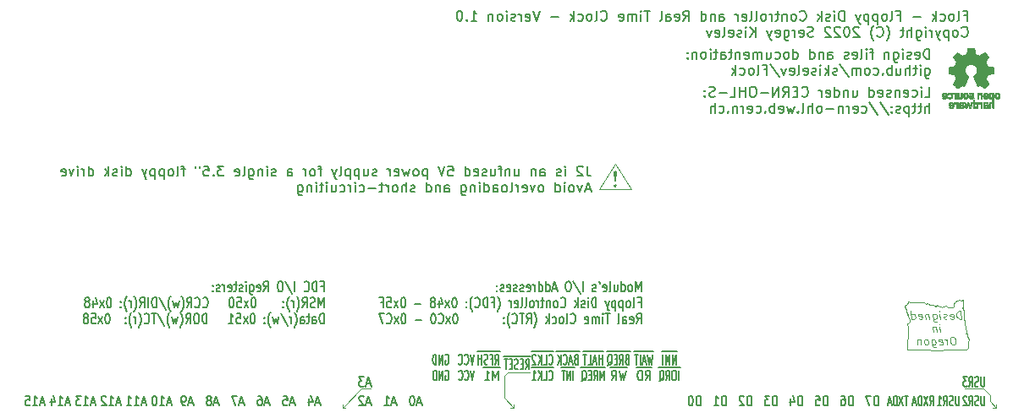
<source format=gbr>
G04 #@! TF.GenerationSoftware,KiCad,Pcbnew,(6.0.2)*
G04 #@! TF.CreationDate,2022-05-10T09:25:42-07:00*
G04 #@! TF.ProjectId,Z80-FDC,5a38302d-4644-4432-9e6b-696361645f70,1.2*
G04 #@! TF.SameCoordinates,Original*
G04 #@! TF.FileFunction,Legend,Bot*
G04 #@! TF.FilePolarity,Positive*
%FSLAX46Y46*%
G04 Gerber Fmt 4.6, Leading zero omitted, Abs format (unit mm)*
G04 Created by KiCad (PCBNEW (6.0.2)) date 2022-05-10 09:25:42*
%MOMM*%
%LPD*%
G01*
G04 APERTURE LIST*
%ADD10C,0.150000*%
%ADD11C,0.120000*%
%ADD12C,0.010000*%
G04 APERTURE END LIST*
D10*
X155655357Y-113888571D02*
X155922023Y-113888571D01*
X155922023Y-114412380D02*
X155922023Y-113412380D01*
X155541071Y-113412380D01*
X155236309Y-114412380D02*
X155236309Y-113412380D01*
X155045833Y-113412380D01*
X154931547Y-113460000D01*
X154855357Y-113555238D01*
X154817261Y-113650476D01*
X154779166Y-113840952D01*
X154779166Y-113983809D01*
X154817261Y-114174285D01*
X154855357Y-114269523D01*
X154931547Y-114364761D01*
X155045833Y-114412380D01*
X155236309Y-114412380D01*
X153979166Y-114317142D02*
X154017261Y-114364761D01*
X154131547Y-114412380D01*
X154207738Y-114412380D01*
X154322023Y-114364761D01*
X154398214Y-114269523D01*
X154436309Y-114174285D01*
X154474404Y-113983809D01*
X154474404Y-113840952D01*
X154436309Y-113650476D01*
X154398214Y-113555238D01*
X154322023Y-113460000D01*
X154207738Y-113412380D01*
X154131547Y-113412380D01*
X154017261Y-113460000D01*
X153979166Y-113507619D01*
X153026785Y-114412380D02*
X153026785Y-113412380D01*
X152074404Y-113364761D02*
X152760119Y-114650476D01*
X151655357Y-113412380D02*
X151502976Y-113412380D01*
X151426785Y-113460000D01*
X151350595Y-113555238D01*
X151312500Y-113745714D01*
X151312500Y-114079047D01*
X151350595Y-114269523D01*
X151426785Y-114364761D01*
X151502976Y-114412380D01*
X151655357Y-114412380D01*
X151731547Y-114364761D01*
X151807738Y-114269523D01*
X151845833Y-114079047D01*
X151845833Y-113745714D01*
X151807738Y-113555238D01*
X151731547Y-113460000D01*
X151655357Y-113412380D01*
X149902976Y-114412380D02*
X150169642Y-113936190D01*
X150360119Y-114412380D02*
X150360119Y-113412380D01*
X150055357Y-113412380D01*
X149979166Y-113460000D01*
X149941071Y-113507619D01*
X149902976Y-113602857D01*
X149902976Y-113745714D01*
X149941071Y-113840952D01*
X149979166Y-113888571D01*
X150055357Y-113936190D01*
X150360119Y-113936190D01*
X149255357Y-114364761D02*
X149331547Y-114412380D01*
X149483928Y-114412380D01*
X149560119Y-114364761D01*
X149598214Y-114269523D01*
X149598214Y-113888571D01*
X149560119Y-113793333D01*
X149483928Y-113745714D01*
X149331547Y-113745714D01*
X149255357Y-113793333D01*
X149217261Y-113888571D01*
X149217261Y-113983809D01*
X149598214Y-114079047D01*
X148531547Y-113745714D02*
X148531547Y-114555238D01*
X148569642Y-114650476D01*
X148607738Y-114698095D01*
X148683928Y-114745714D01*
X148798214Y-114745714D01*
X148874404Y-114698095D01*
X148531547Y-114364761D02*
X148607738Y-114412380D01*
X148760119Y-114412380D01*
X148836309Y-114364761D01*
X148874404Y-114317142D01*
X148912500Y-114221904D01*
X148912500Y-113936190D01*
X148874404Y-113840952D01*
X148836309Y-113793333D01*
X148760119Y-113745714D01*
X148607738Y-113745714D01*
X148531547Y-113793333D01*
X148150595Y-114412380D02*
X148150595Y-113745714D01*
X148150595Y-113412380D02*
X148188690Y-113460000D01*
X148150595Y-113507619D01*
X148112500Y-113460000D01*
X148150595Y-113412380D01*
X148150595Y-113507619D01*
X147807738Y-114364761D02*
X147731547Y-114412380D01*
X147579166Y-114412380D01*
X147502976Y-114364761D01*
X147464880Y-114269523D01*
X147464880Y-114221904D01*
X147502976Y-114126666D01*
X147579166Y-114079047D01*
X147693452Y-114079047D01*
X147769642Y-114031428D01*
X147807738Y-113936190D01*
X147807738Y-113888571D01*
X147769642Y-113793333D01*
X147693452Y-113745714D01*
X147579166Y-113745714D01*
X147502976Y-113793333D01*
X147236309Y-113745714D02*
X146931547Y-113745714D01*
X147122023Y-113412380D02*
X147122023Y-114269523D01*
X147083928Y-114364761D01*
X147007738Y-114412380D01*
X146931547Y-114412380D01*
X146360119Y-114364761D02*
X146436309Y-114412380D01*
X146588690Y-114412380D01*
X146664880Y-114364761D01*
X146702976Y-114269523D01*
X146702976Y-113888571D01*
X146664880Y-113793333D01*
X146588690Y-113745714D01*
X146436309Y-113745714D01*
X146360119Y-113793333D01*
X146322023Y-113888571D01*
X146322023Y-113983809D01*
X146702976Y-114079047D01*
X145979166Y-114412380D02*
X145979166Y-113745714D01*
X145979166Y-113936190D02*
X145941071Y-113840952D01*
X145902976Y-113793333D01*
X145826785Y-113745714D01*
X145750595Y-113745714D01*
X145522023Y-114364761D02*
X145445833Y-114412380D01*
X145293452Y-114412380D01*
X145217261Y-114364761D01*
X145179166Y-114269523D01*
X145179166Y-114221904D01*
X145217261Y-114126666D01*
X145293452Y-114079047D01*
X145407738Y-114079047D01*
X145483928Y-114031428D01*
X145522023Y-113936190D01*
X145522023Y-113888571D01*
X145483928Y-113793333D01*
X145407738Y-113745714D01*
X145293452Y-113745714D01*
X145217261Y-113793333D01*
X144836309Y-114317142D02*
X144798214Y-114364761D01*
X144836309Y-114412380D01*
X144874404Y-114364761D01*
X144836309Y-114317142D01*
X144836309Y-114412380D01*
X144836309Y-113793333D02*
X144798214Y-113840952D01*
X144836309Y-113888571D01*
X144874404Y-113840952D01*
X144836309Y-113793333D01*
X144836309Y-113888571D01*
X155922023Y-116022380D02*
X155922023Y-115022380D01*
X155655357Y-115736666D01*
X155388690Y-115022380D01*
X155388690Y-116022380D01*
X155045833Y-115974761D02*
X154931547Y-116022380D01*
X154741071Y-116022380D01*
X154664880Y-115974761D01*
X154626785Y-115927142D01*
X154588690Y-115831904D01*
X154588690Y-115736666D01*
X154626785Y-115641428D01*
X154664880Y-115593809D01*
X154741071Y-115546190D01*
X154893452Y-115498571D01*
X154969642Y-115450952D01*
X155007738Y-115403333D01*
X155045833Y-115308095D01*
X155045833Y-115212857D01*
X155007738Y-115117619D01*
X154969642Y-115070000D01*
X154893452Y-115022380D01*
X154702976Y-115022380D01*
X154588690Y-115070000D01*
X153788690Y-116022380D02*
X154055357Y-115546190D01*
X154245833Y-116022380D02*
X154245833Y-115022380D01*
X153941071Y-115022380D01*
X153864880Y-115070000D01*
X153826785Y-115117619D01*
X153788690Y-115212857D01*
X153788690Y-115355714D01*
X153826785Y-115450952D01*
X153864880Y-115498571D01*
X153941071Y-115546190D01*
X154245833Y-115546190D01*
X153217261Y-116403333D02*
X153255357Y-116355714D01*
X153331547Y-116212857D01*
X153369642Y-116117619D01*
X153407738Y-115974761D01*
X153445833Y-115736666D01*
X153445833Y-115546190D01*
X153407738Y-115308095D01*
X153369642Y-115165238D01*
X153331547Y-115070000D01*
X153255357Y-114927142D01*
X153217261Y-114879523D01*
X152912500Y-116022380D02*
X152912500Y-115355714D01*
X152912500Y-115546190D02*
X152874404Y-115450952D01*
X152836309Y-115403333D01*
X152760119Y-115355714D01*
X152683928Y-115355714D01*
X152493452Y-116403333D02*
X152455357Y-116355714D01*
X152379166Y-116212857D01*
X152341071Y-116117619D01*
X152302976Y-115974761D01*
X152264880Y-115736666D01*
X152264880Y-115546190D01*
X152302976Y-115308095D01*
X152341071Y-115165238D01*
X152379166Y-115070000D01*
X152455357Y-114927142D01*
X152493452Y-114879523D01*
X151883928Y-115927142D02*
X151845833Y-115974761D01*
X151883928Y-116022380D01*
X151922023Y-115974761D01*
X151883928Y-115927142D01*
X151883928Y-116022380D01*
X151883928Y-115403333D02*
X151845833Y-115450952D01*
X151883928Y-115498571D01*
X151922023Y-115450952D01*
X151883928Y-115403333D01*
X151883928Y-115498571D01*
X148912500Y-115022380D02*
X148836309Y-115022380D01*
X148760119Y-115070000D01*
X148722023Y-115117619D01*
X148683928Y-115212857D01*
X148645833Y-115403333D01*
X148645833Y-115641428D01*
X148683928Y-115831904D01*
X148722023Y-115927142D01*
X148760119Y-115974761D01*
X148836309Y-116022380D01*
X148912500Y-116022380D01*
X148988690Y-115974761D01*
X149026785Y-115927142D01*
X149064880Y-115831904D01*
X149102976Y-115641428D01*
X149102976Y-115403333D01*
X149064880Y-115212857D01*
X149026785Y-115117619D01*
X148988690Y-115070000D01*
X148912500Y-115022380D01*
X148379166Y-116022380D02*
X147960119Y-115355714D01*
X148379166Y-115355714D02*
X147960119Y-116022380D01*
X147274404Y-115022380D02*
X147655357Y-115022380D01*
X147693452Y-115498571D01*
X147655357Y-115450952D01*
X147579166Y-115403333D01*
X147388690Y-115403333D01*
X147312500Y-115450952D01*
X147274404Y-115498571D01*
X147236309Y-115593809D01*
X147236309Y-115831904D01*
X147274404Y-115927142D01*
X147312500Y-115974761D01*
X147388690Y-116022380D01*
X147579166Y-116022380D01*
X147655357Y-115974761D01*
X147693452Y-115927142D01*
X146741071Y-115022380D02*
X146664880Y-115022380D01*
X146588690Y-115070000D01*
X146550595Y-115117619D01*
X146512500Y-115212857D01*
X146474404Y-115403333D01*
X146474404Y-115641428D01*
X146512500Y-115831904D01*
X146550595Y-115927142D01*
X146588690Y-115974761D01*
X146664880Y-116022380D01*
X146741071Y-116022380D01*
X146817261Y-115974761D01*
X146855357Y-115927142D01*
X146893452Y-115831904D01*
X146931547Y-115641428D01*
X146931547Y-115403333D01*
X146893452Y-115212857D01*
X146855357Y-115117619D01*
X146817261Y-115070000D01*
X146741071Y-115022380D01*
X143845833Y-115927142D02*
X143883928Y-115974761D01*
X143998214Y-116022380D01*
X144074404Y-116022380D01*
X144188690Y-115974761D01*
X144264880Y-115879523D01*
X144302976Y-115784285D01*
X144341071Y-115593809D01*
X144341071Y-115450952D01*
X144302976Y-115260476D01*
X144264880Y-115165238D01*
X144188690Y-115070000D01*
X144074404Y-115022380D01*
X143998214Y-115022380D01*
X143883928Y-115070000D01*
X143845833Y-115117619D01*
X143045833Y-115927142D02*
X143083928Y-115974761D01*
X143198214Y-116022380D01*
X143274404Y-116022380D01*
X143388690Y-115974761D01*
X143464880Y-115879523D01*
X143502976Y-115784285D01*
X143541071Y-115593809D01*
X143541071Y-115450952D01*
X143502976Y-115260476D01*
X143464880Y-115165238D01*
X143388690Y-115070000D01*
X143274404Y-115022380D01*
X143198214Y-115022380D01*
X143083928Y-115070000D01*
X143045833Y-115117619D01*
X142245833Y-116022380D02*
X142512500Y-115546190D01*
X142702976Y-116022380D02*
X142702976Y-115022380D01*
X142398214Y-115022380D01*
X142322023Y-115070000D01*
X142283928Y-115117619D01*
X142245833Y-115212857D01*
X142245833Y-115355714D01*
X142283928Y-115450952D01*
X142322023Y-115498571D01*
X142398214Y-115546190D01*
X142702976Y-115546190D01*
X141674404Y-116403333D02*
X141712500Y-116355714D01*
X141788690Y-116212857D01*
X141826785Y-116117619D01*
X141864880Y-115974761D01*
X141902976Y-115736666D01*
X141902976Y-115546190D01*
X141864880Y-115308095D01*
X141826785Y-115165238D01*
X141788690Y-115070000D01*
X141712500Y-114927142D01*
X141674404Y-114879523D01*
X141445833Y-115355714D02*
X141293452Y-116022380D01*
X141141071Y-115546190D01*
X140988690Y-116022380D01*
X140836309Y-115355714D01*
X140607738Y-116403333D02*
X140569642Y-116355714D01*
X140493452Y-116212857D01*
X140455357Y-116117619D01*
X140417261Y-115974761D01*
X140379166Y-115736666D01*
X140379166Y-115546190D01*
X140417261Y-115308095D01*
X140455357Y-115165238D01*
X140493452Y-115070000D01*
X140569642Y-114927142D01*
X140607738Y-114879523D01*
X139426785Y-114974761D02*
X140112500Y-116260476D01*
X139160119Y-116022380D02*
X139160119Y-115022380D01*
X138969642Y-115022380D01*
X138855357Y-115070000D01*
X138779166Y-115165238D01*
X138741071Y-115260476D01*
X138702976Y-115450952D01*
X138702976Y-115593809D01*
X138741071Y-115784285D01*
X138779166Y-115879523D01*
X138855357Y-115974761D01*
X138969642Y-116022380D01*
X139160119Y-116022380D01*
X138360119Y-116022380D02*
X138360119Y-115022380D01*
X137522023Y-116022380D02*
X137788690Y-115546190D01*
X137979166Y-116022380D02*
X137979166Y-115022380D01*
X137674404Y-115022380D01*
X137598214Y-115070000D01*
X137560119Y-115117619D01*
X137522023Y-115212857D01*
X137522023Y-115355714D01*
X137560119Y-115450952D01*
X137598214Y-115498571D01*
X137674404Y-115546190D01*
X137979166Y-115546190D01*
X136950595Y-116403333D02*
X136988690Y-116355714D01*
X137064880Y-116212857D01*
X137102976Y-116117619D01*
X137141071Y-115974761D01*
X137179166Y-115736666D01*
X137179166Y-115546190D01*
X137141071Y-115308095D01*
X137102976Y-115165238D01*
X137064880Y-115070000D01*
X136988690Y-114927142D01*
X136950595Y-114879523D01*
X136645833Y-116022380D02*
X136645833Y-115355714D01*
X136645833Y-115546190D02*
X136607738Y-115450952D01*
X136569642Y-115403333D01*
X136493452Y-115355714D01*
X136417261Y-115355714D01*
X136226785Y-116403333D02*
X136188690Y-116355714D01*
X136112500Y-116212857D01*
X136074404Y-116117619D01*
X136036309Y-115974761D01*
X135998214Y-115736666D01*
X135998214Y-115546190D01*
X136036309Y-115308095D01*
X136074404Y-115165238D01*
X136112500Y-115070000D01*
X136188690Y-114927142D01*
X136226785Y-114879523D01*
X135617261Y-115927142D02*
X135579166Y-115974761D01*
X135617261Y-116022380D01*
X135655357Y-115974761D01*
X135617261Y-115927142D01*
X135617261Y-116022380D01*
X135617261Y-115403333D02*
X135579166Y-115450952D01*
X135617261Y-115498571D01*
X135655357Y-115450952D01*
X135617261Y-115403333D01*
X135617261Y-115498571D01*
X134474404Y-115022380D02*
X134398214Y-115022380D01*
X134322023Y-115070000D01*
X134283928Y-115117619D01*
X134245833Y-115212857D01*
X134207738Y-115403333D01*
X134207738Y-115641428D01*
X134245833Y-115831904D01*
X134283928Y-115927142D01*
X134322023Y-115974761D01*
X134398214Y-116022380D01*
X134474404Y-116022380D01*
X134550595Y-115974761D01*
X134588690Y-115927142D01*
X134626785Y-115831904D01*
X134664880Y-115641428D01*
X134664880Y-115403333D01*
X134626785Y-115212857D01*
X134588690Y-115117619D01*
X134550595Y-115070000D01*
X134474404Y-115022380D01*
X133941071Y-116022380D02*
X133522023Y-115355714D01*
X133941071Y-115355714D02*
X133522023Y-116022380D01*
X132874404Y-115355714D02*
X132874404Y-116022380D01*
X133064880Y-114974761D02*
X133255357Y-115689047D01*
X132760119Y-115689047D01*
X132341071Y-115450952D02*
X132417261Y-115403333D01*
X132455357Y-115355714D01*
X132493452Y-115260476D01*
X132493452Y-115212857D01*
X132455357Y-115117619D01*
X132417261Y-115070000D01*
X132341071Y-115022380D01*
X132188690Y-115022380D01*
X132112500Y-115070000D01*
X132074404Y-115117619D01*
X132036309Y-115212857D01*
X132036309Y-115260476D01*
X132074404Y-115355714D01*
X132112500Y-115403333D01*
X132188690Y-115450952D01*
X132341071Y-115450952D01*
X132417261Y-115498571D01*
X132455357Y-115546190D01*
X132493452Y-115641428D01*
X132493452Y-115831904D01*
X132455357Y-115927142D01*
X132417261Y-115974761D01*
X132341071Y-116022380D01*
X132188690Y-116022380D01*
X132112500Y-115974761D01*
X132074404Y-115927142D01*
X132036309Y-115831904D01*
X132036309Y-115641428D01*
X132074404Y-115546190D01*
X132112500Y-115498571D01*
X132188690Y-115450952D01*
X155922023Y-117632380D02*
X155922023Y-116632380D01*
X155731547Y-116632380D01*
X155617261Y-116680000D01*
X155541071Y-116775238D01*
X155502976Y-116870476D01*
X155464880Y-117060952D01*
X155464880Y-117203809D01*
X155502976Y-117394285D01*
X155541071Y-117489523D01*
X155617261Y-117584761D01*
X155731547Y-117632380D01*
X155922023Y-117632380D01*
X154779166Y-117632380D02*
X154779166Y-117108571D01*
X154817261Y-117013333D01*
X154893452Y-116965714D01*
X155045833Y-116965714D01*
X155122023Y-117013333D01*
X154779166Y-117584761D02*
X154855357Y-117632380D01*
X155045833Y-117632380D01*
X155122023Y-117584761D01*
X155160119Y-117489523D01*
X155160119Y-117394285D01*
X155122023Y-117299047D01*
X155045833Y-117251428D01*
X154855357Y-117251428D01*
X154779166Y-117203809D01*
X154512500Y-116965714D02*
X154207738Y-116965714D01*
X154398214Y-116632380D02*
X154398214Y-117489523D01*
X154360119Y-117584761D01*
X154283928Y-117632380D01*
X154207738Y-117632380D01*
X153598214Y-117632380D02*
X153598214Y-117108571D01*
X153636309Y-117013333D01*
X153712500Y-116965714D01*
X153864880Y-116965714D01*
X153941071Y-117013333D01*
X153598214Y-117584761D02*
X153674404Y-117632380D01*
X153864880Y-117632380D01*
X153941071Y-117584761D01*
X153979166Y-117489523D01*
X153979166Y-117394285D01*
X153941071Y-117299047D01*
X153864880Y-117251428D01*
X153674404Y-117251428D01*
X153598214Y-117203809D01*
X152988690Y-118013333D02*
X153026785Y-117965714D01*
X153102976Y-117822857D01*
X153141071Y-117727619D01*
X153179166Y-117584761D01*
X153217261Y-117346666D01*
X153217261Y-117156190D01*
X153179166Y-116918095D01*
X153141071Y-116775238D01*
X153102976Y-116680000D01*
X153026785Y-116537142D01*
X152988690Y-116489523D01*
X152683928Y-117632380D02*
X152683928Y-116965714D01*
X152683928Y-117156190D02*
X152645833Y-117060952D01*
X152607738Y-117013333D01*
X152531547Y-116965714D01*
X152455357Y-116965714D01*
X151617261Y-116584761D02*
X152302976Y-117870476D01*
X151426785Y-116965714D02*
X151274404Y-117632380D01*
X151122023Y-117156190D01*
X150969642Y-117632380D01*
X150817261Y-116965714D01*
X150588690Y-118013333D02*
X150550595Y-117965714D01*
X150474404Y-117822857D01*
X150436309Y-117727619D01*
X150398214Y-117584761D01*
X150360119Y-117346666D01*
X150360119Y-117156190D01*
X150398214Y-116918095D01*
X150436309Y-116775238D01*
X150474404Y-116680000D01*
X150550595Y-116537142D01*
X150588690Y-116489523D01*
X149979166Y-117537142D02*
X149941071Y-117584761D01*
X149979166Y-117632380D01*
X150017261Y-117584761D01*
X149979166Y-117537142D01*
X149979166Y-117632380D01*
X149979166Y-117013333D02*
X149941071Y-117060952D01*
X149979166Y-117108571D01*
X150017261Y-117060952D01*
X149979166Y-117013333D01*
X149979166Y-117108571D01*
X148836309Y-116632380D02*
X148760119Y-116632380D01*
X148683928Y-116680000D01*
X148645833Y-116727619D01*
X148607738Y-116822857D01*
X148569642Y-117013333D01*
X148569642Y-117251428D01*
X148607738Y-117441904D01*
X148645833Y-117537142D01*
X148683928Y-117584761D01*
X148760119Y-117632380D01*
X148836309Y-117632380D01*
X148912500Y-117584761D01*
X148950595Y-117537142D01*
X148988690Y-117441904D01*
X149026785Y-117251428D01*
X149026785Y-117013333D01*
X148988690Y-116822857D01*
X148950595Y-116727619D01*
X148912500Y-116680000D01*
X148836309Y-116632380D01*
X148302976Y-117632380D02*
X147883928Y-116965714D01*
X148302976Y-116965714D02*
X147883928Y-117632380D01*
X147198214Y-116632380D02*
X147579166Y-116632380D01*
X147617261Y-117108571D01*
X147579166Y-117060952D01*
X147502976Y-117013333D01*
X147312500Y-117013333D01*
X147236309Y-117060952D01*
X147198214Y-117108571D01*
X147160119Y-117203809D01*
X147160119Y-117441904D01*
X147198214Y-117537142D01*
X147236309Y-117584761D01*
X147312500Y-117632380D01*
X147502976Y-117632380D01*
X147579166Y-117584761D01*
X147617261Y-117537142D01*
X146398214Y-117632380D02*
X146855357Y-117632380D01*
X146626785Y-117632380D02*
X146626785Y-116632380D01*
X146702976Y-116775238D01*
X146779166Y-116870476D01*
X146855357Y-116918095D01*
X144226785Y-117632380D02*
X144226785Y-116632380D01*
X144036309Y-116632380D01*
X143922023Y-116680000D01*
X143845833Y-116775238D01*
X143807738Y-116870476D01*
X143769642Y-117060952D01*
X143769642Y-117203809D01*
X143807738Y-117394285D01*
X143845833Y-117489523D01*
X143922023Y-117584761D01*
X144036309Y-117632380D01*
X144226785Y-117632380D01*
X143274404Y-116632380D02*
X143122023Y-116632380D01*
X143045833Y-116680000D01*
X142969642Y-116775238D01*
X142931547Y-116965714D01*
X142931547Y-117299047D01*
X142969642Y-117489523D01*
X143045833Y-117584761D01*
X143122023Y-117632380D01*
X143274404Y-117632380D01*
X143350595Y-117584761D01*
X143426785Y-117489523D01*
X143464880Y-117299047D01*
X143464880Y-116965714D01*
X143426785Y-116775238D01*
X143350595Y-116680000D01*
X143274404Y-116632380D01*
X142131547Y-117632380D02*
X142398214Y-117156190D01*
X142588690Y-117632380D02*
X142588690Y-116632380D01*
X142283928Y-116632380D01*
X142207738Y-116680000D01*
X142169642Y-116727619D01*
X142131547Y-116822857D01*
X142131547Y-116965714D01*
X142169642Y-117060952D01*
X142207738Y-117108571D01*
X142283928Y-117156190D01*
X142588690Y-117156190D01*
X141560119Y-118013333D02*
X141598214Y-117965714D01*
X141674404Y-117822857D01*
X141712500Y-117727619D01*
X141750595Y-117584761D01*
X141788690Y-117346666D01*
X141788690Y-117156190D01*
X141750595Y-116918095D01*
X141712500Y-116775238D01*
X141674404Y-116680000D01*
X141598214Y-116537142D01*
X141560119Y-116489523D01*
X141331547Y-116965714D02*
X141179166Y-117632380D01*
X141026785Y-117156190D01*
X140874404Y-117632380D01*
X140722023Y-116965714D01*
X140493452Y-118013333D02*
X140455357Y-117965714D01*
X140379166Y-117822857D01*
X140341071Y-117727619D01*
X140302976Y-117584761D01*
X140264880Y-117346666D01*
X140264880Y-117156190D01*
X140302976Y-116918095D01*
X140341071Y-116775238D01*
X140379166Y-116680000D01*
X140455357Y-116537142D01*
X140493452Y-116489523D01*
X139312500Y-116584761D02*
X139998214Y-117870476D01*
X139160119Y-116632380D02*
X138702976Y-116632380D01*
X138931547Y-117632380D02*
X138931547Y-116632380D01*
X137979166Y-117537142D02*
X138017261Y-117584761D01*
X138131547Y-117632380D01*
X138207738Y-117632380D01*
X138322023Y-117584761D01*
X138398214Y-117489523D01*
X138436309Y-117394285D01*
X138474404Y-117203809D01*
X138474404Y-117060952D01*
X138436309Y-116870476D01*
X138398214Y-116775238D01*
X138322023Y-116680000D01*
X138207738Y-116632380D01*
X138131547Y-116632380D01*
X138017261Y-116680000D01*
X137979166Y-116727619D01*
X137407738Y-118013333D02*
X137445833Y-117965714D01*
X137522023Y-117822857D01*
X137560119Y-117727619D01*
X137598214Y-117584761D01*
X137636309Y-117346666D01*
X137636309Y-117156190D01*
X137598214Y-116918095D01*
X137560119Y-116775238D01*
X137522023Y-116680000D01*
X137445833Y-116537142D01*
X137407738Y-116489523D01*
X137102976Y-117632380D02*
X137102976Y-116965714D01*
X137102976Y-117156190D02*
X137064880Y-117060952D01*
X137026785Y-117013333D01*
X136950595Y-116965714D01*
X136874404Y-116965714D01*
X136683928Y-118013333D02*
X136645833Y-117965714D01*
X136569642Y-117822857D01*
X136531547Y-117727619D01*
X136493452Y-117584761D01*
X136455357Y-117346666D01*
X136455357Y-117156190D01*
X136493452Y-116918095D01*
X136531547Y-116775238D01*
X136569642Y-116680000D01*
X136645833Y-116537142D01*
X136683928Y-116489523D01*
X136074404Y-117537142D02*
X136036309Y-117584761D01*
X136074404Y-117632380D01*
X136112500Y-117584761D01*
X136074404Y-117537142D01*
X136074404Y-117632380D01*
X136074404Y-117013333D02*
X136036309Y-117060952D01*
X136074404Y-117108571D01*
X136112500Y-117060952D01*
X136074404Y-117013333D01*
X136074404Y-117108571D01*
X134322023Y-116632380D02*
X134245833Y-116632380D01*
X134169642Y-116680000D01*
X134131547Y-116727619D01*
X134093452Y-116822857D01*
X134055357Y-117013333D01*
X134055357Y-117251428D01*
X134093452Y-117441904D01*
X134131547Y-117537142D01*
X134169642Y-117584761D01*
X134245833Y-117632380D01*
X134322023Y-117632380D01*
X134398214Y-117584761D01*
X134436309Y-117537142D01*
X134474404Y-117441904D01*
X134512500Y-117251428D01*
X134512500Y-117013333D01*
X134474404Y-116822857D01*
X134436309Y-116727619D01*
X134398214Y-116680000D01*
X134322023Y-116632380D01*
X133788690Y-117632380D02*
X133369642Y-116965714D01*
X133788690Y-116965714D02*
X133369642Y-117632380D01*
X132683928Y-116632380D02*
X133064880Y-116632380D01*
X133102976Y-117108571D01*
X133064880Y-117060952D01*
X132988690Y-117013333D01*
X132798214Y-117013333D01*
X132722023Y-117060952D01*
X132683928Y-117108571D01*
X132645833Y-117203809D01*
X132645833Y-117441904D01*
X132683928Y-117537142D01*
X132722023Y-117584761D01*
X132798214Y-117632380D01*
X132988690Y-117632380D01*
X133064880Y-117584761D01*
X133102976Y-117537142D01*
X132188690Y-117060952D02*
X132264880Y-117013333D01*
X132302976Y-116965714D01*
X132341071Y-116870476D01*
X132341071Y-116822857D01*
X132302976Y-116727619D01*
X132264880Y-116680000D01*
X132188690Y-116632380D01*
X132036309Y-116632380D01*
X131960119Y-116680000D01*
X131922023Y-116727619D01*
X131883928Y-116822857D01*
X131883928Y-116870476D01*
X131922023Y-116965714D01*
X131960119Y-117013333D01*
X132036309Y-117060952D01*
X132188690Y-117060952D01*
X132264880Y-117108571D01*
X132302976Y-117156190D01*
X132341071Y-117251428D01*
X132341071Y-117441904D01*
X132302976Y-117537142D01*
X132264880Y-117584761D01*
X132188690Y-117632380D01*
X132036309Y-117632380D01*
X131960119Y-117584761D01*
X131922023Y-117537142D01*
X131883928Y-117441904D01*
X131883928Y-117251428D01*
X131922023Y-117156190D01*
X131960119Y-117108571D01*
X132036309Y-117060952D01*
D11*
X157797500Y-126047500D02*
X157797500Y-125730000D01*
X159702500Y-124142500D02*
X160655000Y-124142500D01*
X222567500Y-124777500D02*
X222567500Y-125412500D01*
X185102500Y-101600000D02*
X183515000Y-104140000D01*
X218972213Y-115784715D02*
X218972213Y-115673095D01*
X219546163Y-115263735D02*
X219638768Y-115319585D01*
X219342493Y-115319585D02*
X219472163Y-115282335D01*
X219712838Y-115300885D02*
X219879513Y-115263735D01*
X219472163Y-115282335D02*
X219546163Y-115263735D01*
X219027748Y-115486920D02*
X219101818Y-115393985D01*
X219101818Y-115393985D02*
X219268418Y-115300885D01*
X219268418Y-115300885D02*
X219342493Y-115319585D01*
X218953678Y-115914925D02*
X218972213Y-115784715D01*
X219638768Y-115319585D02*
X219712838Y-115300885D01*
X218972213Y-115673095D02*
X219027748Y-115486920D01*
X214361553Y-117905795D02*
X214324603Y-117775495D01*
X215805893Y-120287313D02*
X214991153Y-120268709D01*
X218990678Y-120268709D02*
X218361113Y-120287313D01*
X214565253Y-117421960D02*
X214546753Y-117291800D01*
X214491153Y-117570850D02*
X214565253Y-117421960D01*
X217453823Y-120305848D02*
X215805893Y-120287313D01*
X219805443Y-120250037D02*
X219453628Y-120250037D01*
X219453628Y-120250037D02*
X218990678Y-120268709D01*
X214417103Y-118110420D02*
X214343053Y-118017340D01*
X214324603Y-120231502D02*
X214417103Y-118110420D01*
X214343053Y-118017340D02*
X214361553Y-117905795D01*
X214991153Y-120268709D02*
X214324603Y-120231502D01*
X218361113Y-120287313D02*
X217453823Y-120305848D01*
X214380103Y-117589455D02*
X214491153Y-117570850D01*
X214306053Y-117663945D02*
X214380103Y-117589455D01*
X214324603Y-117775495D02*
X214306053Y-117663945D01*
X214231953Y-115728905D02*
X214287503Y-115654420D01*
X216731653Y-115747500D02*
X216745993Y-115747500D01*
X214146404Y-116138445D02*
X214116303Y-116052120D01*
X218712939Y-116026565D02*
X218879608Y-115989345D01*
X214435653Y-117031290D02*
X214306053Y-116752225D01*
X214324603Y-116659146D02*
X214309953Y-116635581D01*
X216648433Y-115738200D02*
X216683143Y-115744535D01*
X218509263Y-116026565D02*
X218712939Y-116026565D01*
X214083803Y-115989345D02*
X214083803Y-115989345D01*
X218342648Y-116007885D02*
X218509263Y-116026565D01*
X218194513Y-115877725D02*
X218268583Y-115952075D01*
X217972303Y-115896265D02*
X218194513Y-115877725D01*
X217139073Y-115896265D02*
X217250148Y-115784715D01*
X216990943Y-115877725D02*
X217139073Y-115896265D01*
X216898338Y-115784715D02*
X216898338Y-115784715D01*
X216842793Y-115766105D02*
X216882764Y-115778860D01*
X216305848Y-115617270D02*
X216453908Y-115654420D01*
X216788978Y-115753285D02*
X216842793Y-115766105D01*
X214546753Y-117291800D02*
X214435653Y-117031290D01*
X214170503Y-116235670D02*
X214146404Y-116138445D01*
X216745993Y-115747500D02*
X216788978Y-115753285D01*
X214657853Y-115486920D02*
X215565153Y-115505580D01*
X214359453Y-116754025D02*
X214360753Y-116736460D01*
X216683143Y-115744535D02*
X216719533Y-115747500D01*
X214331603Y-116670455D02*
X214324603Y-116659146D01*
X216453908Y-115654420D02*
X216620598Y-115728905D01*
X214360753Y-116736460D02*
X214350403Y-116705855D01*
X214287503Y-115654420D02*
X214398653Y-115524190D01*
X216139178Y-115635880D02*
X216305848Y-115617270D01*
X214116303Y-116052120D02*
X214093103Y-116004160D01*
X217824168Y-115914925D02*
X217972303Y-115896265D01*
X214350053Y-116761470D02*
X214359453Y-116754025D01*
X217694558Y-115952075D02*
X217731563Y-116026565D01*
X217509348Y-115952075D02*
X217694558Y-115952075D01*
X214176453Y-116268465D02*
X214170503Y-116235670D01*
X216882764Y-115778860D02*
X216898338Y-115784715D01*
X216009568Y-115505580D02*
X216139178Y-115635880D01*
X214310653Y-116754290D02*
X214321953Y-116758575D01*
X214083803Y-115859115D02*
X214231953Y-115728905D01*
X214229703Y-116484681D02*
X214202203Y-116394900D01*
X214182203Y-116300160D02*
X214176453Y-116268465D01*
X216620598Y-115728905D02*
X216620598Y-115728905D01*
X214202203Y-116394900D02*
X214182203Y-116300160D01*
X214398653Y-115524190D02*
X214417103Y-115449770D01*
X214083803Y-115989345D02*
X214083803Y-115859115D01*
X217250148Y-115784715D02*
X217509348Y-115952075D01*
X216898338Y-115784715D02*
X216990943Y-115877725D01*
X216620598Y-115728905D02*
X216627548Y-115731800D01*
X216627548Y-115731800D02*
X216648433Y-115738200D01*
X216719533Y-115747500D02*
X216731653Y-115747500D01*
X214093103Y-116004160D02*
X214083803Y-115989345D01*
X214306053Y-116752225D02*
X214306053Y-116752225D01*
X214657853Y-115468380D02*
X214657853Y-115486920D01*
X214321953Y-116758575D02*
X214336353Y-116762016D01*
X214417103Y-115449770D02*
X214657853Y-115468380D01*
X215565153Y-115505580D02*
X216009568Y-115505580D01*
X214267603Y-116564055D02*
X214229703Y-116484681D01*
X214336353Y-116762016D02*
X214350053Y-116761470D01*
X214306053Y-116752225D02*
X214310653Y-116754290D01*
X214350403Y-116705855D02*
X214331603Y-116670455D01*
X218879608Y-115989345D02*
X218953678Y-115914925D01*
X217731563Y-116026565D02*
X217824168Y-115914925D01*
X218268583Y-115952075D02*
X218342648Y-116007885D01*
X214309953Y-116635581D02*
X214267603Y-116564055D01*
X219879513Y-115263735D02*
X219860978Y-115468380D01*
X220397930Y-119431481D02*
X220360929Y-119543035D01*
X220009118Y-117198790D02*
X220046118Y-117384830D01*
X220490534Y-119301190D02*
X220397930Y-119431481D01*
X219990583Y-117031290D02*
X220009118Y-117105766D01*
X220342396Y-118910515D02*
X220397930Y-119022135D01*
X220194256Y-118333730D02*
X220231326Y-118426685D01*
X220138722Y-118240650D02*
X220194256Y-118333730D01*
X220157256Y-117998805D02*
X220138722Y-118110420D01*
X220083184Y-117812765D02*
X220120187Y-117887115D01*
X220064653Y-117589455D02*
X220083184Y-117812765D01*
X219916513Y-116082445D02*
X219935048Y-116454501D01*
X220046118Y-117384830D02*
X220064653Y-117589455D01*
X220009118Y-117105766D02*
X219972048Y-117180110D01*
X219935048Y-116454501D02*
X219953583Y-116603265D01*
X219842443Y-115933535D02*
X219860978Y-115933535D01*
X219860978Y-115468380D02*
X219916513Y-115524190D01*
X219823908Y-116138255D02*
X219916513Y-116082445D01*
X220194256Y-120231502D02*
X219805443Y-120250037D01*
X220212791Y-120212900D02*
X220194256Y-120231502D01*
X220175721Y-118612795D02*
X220323861Y-118668600D01*
X220416465Y-119803550D02*
X220416465Y-119896570D01*
X220360929Y-119543035D02*
X220397930Y-119691930D01*
X220342396Y-118687205D02*
X220342396Y-118910515D01*
X219823908Y-116063695D02*
X219823908Y-116138255D01*
X220120187Y-117887115D02*
X220157256Y-117998805D01*
X219916513Y-115524190D02*
X219897978Y-115766035D01*
X219953583Y-116603265D02*
X219990583Y-116826575D01*
X220360929Y-120064071D02*
X220305395Y-120175692D01*
X220397930Y-119022135D02*
X220472000Y-119189500D01*
X219990583Y-116826575D02*
X220009118Y-116919656D01*
X220009118Y-116919656D02*
X219990583Y-117031290D01*
X220212791Y-118519765D02*
X220175721Y-118612795D01*
X220231326Y-118426685D02*
X220212791Y-118519765D01*
X220138722Y-118110420D02*
X220138722Y-118240650D01*
X219897978Y-115840525D02*
X219842443Y-115933535D01*
X219897978Y-115766035D02*
X219897978Y-115840525D01*
X219972048Y-117180110D02*
X220009118Y-117198790D01*
X219860978Y-115933535D02*
X219823908Y-116063695D01*
X220305395Y-120175692D02*
X220212791Y-120212900D01*
X220416465Y-119896570D02*
X220360929Y-120064071D01*
X220323861Y-118668600D02*
X220342396Y-118687205D01*
X220397930Y-119691930D02*
X220416465Y-119803550D01*
X220472000Y-119189500D02*
X220490534Y-119301190D01*
X157797500Y-126047500D02*
X159702500Y-124142500D01*
X173990000Y-125095000D02*
X173990000Y-122872500D01*
X223202500Y-126047500D02*
X223202500Y-125730000D01*
X174942500Y-126047500D02*
X174942500Y-125730000D01*
X183515000Y-104140000D02*
X186690000Y-104140000D01*
X223202500Y-126047500D02*
X222567500Y-125412500D01*
X174625000Y-126047500D02*
X174942500Y-126047500D01*
X221932500Y-124142500D02*
X222567500Y-124777500D01*
X223202500Y-126047500D02*
X222885000Y-126047500D01*
X174942500Y-126047500D02*
X173990000Y-125095000D01*
X220027500Y-124142500D02*
X221932500Y-124142500D01*
X186690000Y-104140000D02*
X185102500Y-101600000D01*
X174307500Y-122555000D02*
X173990000Y-122872500D01*
X157797500Y-126047500D02*
X158115000Y-126047500D01*
X174307500Y-122555000D02*
X176530000Y-122555000D01*
D10*
X173558095Y-122042500D02*
X172643809Y-122042500D01*
X173367619Y-123324880D02*
X173367619Y-122324880D01*
X173100952Y-123039166D01*
X172834285Y-122324880D01*
X172834285Y-123324880D01*
X172643809Y-122042500D02*
X171881904Y-122042500D01*
X172034285Y-123324880D02*
X172491428Y-123324880D01*
X172262857Y-123324880D02*
X172262857Y-122324880D01*
X172339047Y-122467738D01*
X172415238Y-122562976D01*
X172491428Y-122610595D01*
X208870476Y-125864880D02*
X208870476Y-124864880D01*
X208680000Y-124864880D01*
X208565714Y-124912500D01*
X208489523Y-125007738D01*
X208451428Y-125102976D01*
X208413333Y-125293452D01*
X208413333Y-125436309D01*
X208451428Y-125626785D01*
X208489523Y-125722023D01*
X208565714Y-125817261D01*
X208680000Y-125864880D01*
X208870476Y-125864880D01*
X207727619Y-124864880D02*
X207880000Y-124864880D01*
X207956190Y-124912500D01*
X207994285Y-124960119D01*
X208070476Y-125102976D01*
X208108571Y-125293452D01*
X208108571Y-125674404D01*
X208070476Y-125769642D01*
X208032380Y-125817261D01*
X207956190Y-125864880D01*
X207803809Y-125864880D01*
X207727619Y-125817261D01*
X207689523Y-125769642D01*
X207651428Y-125674404D01*
X207651428Y-125436309D01*
X207689523Y-125341071D01*
X207727619Y-125293452D01*
X207803809Y-125245833D01*
X207956190Y-125245833D01*
X208032380Y-125293452D01*
X208070476Y-125341071D01*
X208108571Y-125436309D01*
X206330476Y-125864880D02*
X206330476Y-124864880D01*
X206140000Y-124864880D01*
X206025714Y-124912500D01*
X205949523Y-125007738D01*
X205911428Y-125102976D01*
X205873333Y-125293452D01*
X205873333Y-125436309D01*
X205911428Y-125626785D01*
X205949523Y-125722023D01*
X206025714Y-125817261D01*
X206140000Y-125864880D01*
X206330476Y-125864880D01*
X205149523Y-124864880D02*
X205530476Y-124864880D01*
X205568571Y-125341071D01*
X205530476Y-125293452D01*
X205454285Y-125245833D01*
X205263809Y-125245833D01*
X205187619Y-125293452D01*
X205149523Y-125341071D01*
X205111428Y-125436309D01*
X205111428Y-125674404D01*
X205149523Y-125769642D01*
X205187619Y-125817261D01*
X205263809Y-125864880D01*
X205454285Y-125864880D01*
X205530476Y-125817261D01*
X205568571Y-125769642D01*
X203790476Y-125864880D02*
X203790476Y-124864880D01*
X203600000Y-124864880D01*
X203485714Y-124912500D01*
X203409523Y-125007738D01*
X203371428Y-125102976D01*
X203333333Y-125293452D01*
X203333333Y-125436309D01*
X203371428Y-125626785D01*
X203409523Y-125722023D01*
X203485714Y-125817261D01*
X203600000Y-125864880D01*
X203790476Y-125864880D01*
X202647619Y-125198214D02*
X202647619Y-125864880D01*
X202838095Y-124817261D02*
X203028571Y-125531547D01*
X202533333Y-125531547D01*
X201250476Y-125864880D02*
X201250476Y-124864880D01*
X201060000Y-124864880D01*
X200945714Y-124912500D01*
X200869523Y-125007738D01*
X200831428Y-125102976D01*
X200793333Y-125293452D01*
X200793333Y-125436309D01*
X200831428Y-125626785D01*
X200869523Y-125722023D01*
X200945714Y-125817261D01*
X201060000Y-125864880D01*
X201250476Y-125864880D01*
X200526666Y-124864880D02*
X200031428Y-124864880D01*
X200298095Y-125245833D01*
X200183809Y-125245833D01*
X200107619Y-125293452D01*
X200069523Y-125341071D01*
X200031428Y-125436309D01*
X200031428Y-125674404D01*
X200069523Y-125769642D01*
X200107619Y-125817261D01*
X200183809Y-125864880D01*
X200412380Y-125864880D01*
X200488571Y-125817261D01*
X200526666Y-125769642D01*
X198710476Y-125864880D02*
X198710476Y-124864880D01*
X198520000Y-124864880D01*
X198405714Y-124912500D01*
X198329523Y-125007738D01*
X198291428Y-125102976D01*
X198253333Y-125293452D01*
X198253333Y-125436309D01*
X198291428Y-125626785D01*
X198329523Y-125722023D01*
X198405714Y-125817261D01*
X198520000Y-125864880D01*
X198710476Y-125864880D01*
X197948571Y-124960119D02*
X197910476Y-124912500D01*
X197834285Y-124864880D01*
X197643809Y-124864880D01*
X197567619Y-124912500D01*
X197529523Y-124960119D01*
X197491428Y-125055357D01*
X197491428Y-125150595D01*
X197529523Y-125293452D01*
X197986666Y-125864880D01*
X197491428Y-125864880D01*
X196170476Y-125864880D02*
X196170476Y-124864880D01*
X195980000Y-124864880D01*
X195865714Y-124912500D01*
X195789523Y-125007738D01*
X195751428Y-125102976D01*
X195713333Y-125293452D01*
X195713333Y-125436309D01*
X195751428Y-125626785D01*
X195789523Y-125722023D01*
X195865714Y-125817261D01*
X195980000Y-125864880D01*
X196170476Y-125864880D01*
X194951428Y-125864880D02*
X195408571Y-125864880D01*
X195180000Y-125864880D02*
X195180000Y-124864880D01*
X195256190Y-125007738D01*
X195332380Y-125102976D01*
X195408571Y-125150595D01*
X193630476Y-125864880D02*
X193630476Y-124864880D01*
X193440000Y-124864880D01*
X193325714Y-124912500D01*
X193249523Y-125007738D01*
X193211428Y-125102976D01*
X193173333Y-125293452D01*
X193173333Y-125436309D01*
X193211428Y-125626785D01*
X193249523Y-125722023D01*
X193325714Y-125817261D01*
X193440000Y-125864880D01*
X193630476Y-125864880D01*
X192678095Y-124864880D02*
X192601904Y-124864880D01*
X192525714Y-124912500D01*
X192487619Y-124960119D01*
X192449523Y-125055357D01*
X192411428Y-125245833D01*
X192411428Y-125483928D01*
X192449523Y-125674404D01*
X192487619Y-125769642D01*
X192525714Y-125817261D01*
X192601904Y-125864880D01*
X192678095Y-125864880D01*
X192754285Y-125817261D01*
X192792380Y-125769642D01*
X192830476Y-125674404D01*
X192868571Y-125483928D01*
X192868571Y-125245833D01*
X192830476Y-125055357D01*
X192792380Y-124960119D01*
X192754285Y-124912500D01*
X192678095Y-124864880D01*
X214374285Y-124864880D02*
X214031428Y-124864880D01*
X214202857Y-125864880D02*
X214202857Y-124864880D01*
X213888571Y-124864880D02*
X213488571Y-125864880D01*
X213488571Y-124864880D02*
X213888571Y-125864880D01*
X213260000Y-125864880D02*
X213260000Y-124864880D01*
X213117142Y-124864880D01*
X213031428Y-124912500D01*
X212974285Y-125007738D01*
X212945714Y-125102976D01*
X212917142Y-125293452D01*
X212917142Y-125436309D01*
X212945714Y-125626785D01*
X212974285Y-125722023D01*
X213031428Y-125817261D01*
X213117142Y-125864880D01*
X213260000Y-125864880D01*
X212688571Y-125579166D02*
X212402857Y-125579166D01*
X212745714Y-125864880D02*
X212545714Y-124864880D01*
X212345714Y-125864880D01*
X216557142Y-125864880D02*
X216757142Y-125388690D01*
X216900000Y-125864880D02*
X216900000Y-124864880D01*
X216671428Y-124864880D01*
X216614285Y-124912500D01*
X216585714Y-124960119D01*
X216557142Y-125055357D01*
X216557142Y-125198214D01*
X216585714Y-125293452D01*
X216614285Y-125341071D01*
X216671428Y-125388690D01*
X216900000Y-125388690D01*
X216357142Y-124864880D02*
X215957142Y-125864880D01*
X215957142Y-124864880D02*
X216357142Y-125864880D01*
X215728571Y-125864880D02*
X215728571Y-124864880D01*
X215585714Y-124864880D01*
X215500000Y-124912500D01*
X215442857Y-125007738D01*
X215414285Y-125102976D01*
X215385714Y-125293452D01*
X215385714Y-125436309D01*
X215414285Y-125626785D01*
X215442857Y-125722023D01*
X215500000Y-125817261D01*
X215585714Y-125864880D01*
X215728571Y-125864880D01*
X215157142Y-125579166D02*
X214871428Y-125579166D01*
X215214285Y-125864880D02*
X215014285Y-124864880D01*
X214814285Y-125864880D01*
X219482857Y-124864880D02*
X219482857Y-125674404D01*
X219454285Y-125769642D01*
X219425714Y-125817261D01*
X219368571Y-125864880D01*
X219254285Y-125864880D01*
X219197142Y-125817261D01*
X219168571Y-125769642D01*
X219140000Y-125674404D01*
X219140000Y-124864880D01*
X218882857Y-125817261D02*
X218797142Y-125864880D01*
X218654285Y-125864880D01*
X218597142Y-125817261D01*
X218568571Y-125769642D01*
X218540000Y-125674404D01*
X218540000Y-125579166D01*
X218568571Y-125483928D01*
X218597142Y-125436309D01*
X218654285Y-125388690D01*
X218768571Y-125341071D01*
X218825714Y-125293452D01*
X218854285Y-125245833D01*
X218882857Y-125150595D01*
X218882857Y-125055357D01*
X218854285Y-124960119D01*
X218825714Y-124912500D01*
X218768571Y-124864880D01*
X218625714Y-124864880D01*
X218540000Y-124912500D01*
X217940000Y-125864880D02*
X218140000Y-125388690D01*
X218282857Y-125864880D02*
X218282857Y-124864880D01*
X218054285Y-124864880D01*
X217997142Y-124912500D01*
X217968571Y-124960119D01*
X217940000Y-125055357D01*
X217940000Y-125198214D01*
X217968571Y-125293452D01*
X217997142Y-125341071D01*
X218054285Y-125388690D01*
X218282857Y-125388690D01*
X217368571Y-125864880D02*
X217711428Y-125864880D01*
X217540000Y-125864880D02*
X217540000Y-124864880D01*
X217597142Y-125007738D01*
X217654285Y-125102976D01*
X217711428Y-125150595D01*
X222022857Y-122959880D02*
X222022857Y-123769404D01*
X221994285Y-123864642D01*
X221965714Y-123912261D01*
X221908571Y-123959880D01*
X221794285Y-123959880D01*
X221737142Y-123912261D01*
X221708571Y-123864642D01*
X221680000Y-123769404D01*
X221680000Y-122959880D01*
X221422857Y-123912261D02*
X221337142Y-123959880D01*
X221194285Y-123959880D01*
X221137142Y-123912261D01*
X221108571Y-123864642D01*
X221080000Y-123769404D01*
X221080000Y-123674166D01*
X221108571Y-123578928D01*
X221137142Y-123531309D01*
X221194285Y-123483690D01*
X221308571Y-123436071D01*
X221365714Y-123388452D01*
X221394285Y-123340833D01*
X221422857Y-123245595D01*
X221422857Y-123150357D01*
X221394285Y-123055119D01*
X221365714Y-123007500D01*
X221308571Y-122959880D01*
X221165714Y-122959880D01*
X221080000Y-123007500D01*
X220480000Y-123959880D02*
X220680000Y-123483690D01*
X220822857Y-123959880D02*
X220822857Y-122959880D01*
X220594285Y-122959880D01*
X220537142Y-123007500D01*
X220508571Y-123055119D01*
X220480000Y-123150357D01*
X220480000Y-123293214D01*
X220508571Y-123388452D01*
X220537142Y-123436071D01*
X220594285Y-123483690D01*
X220822857Y-123483690D01*
X220280000Y-122959880D02*
X219908571Y-122959880D01*
X220108571Y-123340833D01*
X220022857Y-123340833D01*
X219965714Y-123388452D01*
X219937142Y-123436071D01*
X219908571Y-123531309D01*
X219908571Y-123769404D01*
X219937142Y-123864642D01*
X219965714Y-123912261D01*
X220022857Y-123959880D01*
X220194285Y-123959880D01*
X220251428Y-123912261D01*
X220280000Y-123864642D01*
X165671428Y-125579166D02*
X165290476Y-125579166D01*
X165747619Y-125864880D02*
X165480952Y-124864880D01*
X165214285Y-125864880D01*
X164795238Y-124864880D02*
X164719047Y-124864880D01*
X164642857Y-124912500D01*
X164604761Y-124960119D01*
X164566666Y-125055357D01*
X164528571Y-125245833D01*
X164528571Y-125483928D01*
X164566666Y-125674404D01*
X164604761Y-125769642D01*
X164642857Y-125817261D01*
X164719047Y-125864880D01*
X164795238Y-125864880D01*
X164871428Y-125817261D01*
X164909523Y-125769642D01*
X164947619Y-125674404D01*
X164985714Y-125483928D01*
X164985714Y-125245833D01*
X164947619Y-125055357D01*
X164909523Y-124960119D01*
X164871428Y-124912500D01*
X164795238Y-124864880D01*
X163131428Y-125579166D02*
X162750476Y-125579166D01*
X163207619Y-125864880D02*
X162940952Y-124864880D01*
X162674285Y-125864880D01*
X161988571Y-125864880D02*
X162445714Y-125864880D01*
X162217142Y-125864880D02*
X162217142Y-124864880D01*
X162293333Y-125007738D01*
X162369523Y-125102976D01*
X162445714Y-125150595D01*
X160591428Y-125579166D02*
X160210476Y-125579166D01*
X160667619Y-125864880D02*
X160400952Y-124864880D01*
X160134285Y-125864880D01*
X159905714Y-124960119D02*
X159867619Y-124912500D01*
X159791428Y-124864880D01*
X159600952Y-124864880D01*
X159524761Y-124912500D01*
X159486666Y-124960119D01*
X159448571Y-125055357D01*
X159448571Y-125150595D01*
X159486666Y-125293452D01*
X159943809Y-125864880D01*
X159448571Y-125864880D01*
X155511428Y-125579166D02*
X155130476Y-125579166D01*
X155587619Y-125864880D02*
X155320952Y-124864880D01*
X155054285Y-125864880D01*
X154444761Y-125198214D02*
X154444761Y-125864880D01*
X154635238Y-124817261D02*
X154825714Y-125531547D01*
X154330476Y-125531547D01*
X160591428Y-123674166D02*
X160210476Y-123674166D01*
X160667619Y-123959880D02*
X160400952Y-122959880D01*
X160134285Y-123959880D01*
X159943809Y-122959880D02*
X159448571Y-122959880D01*
X159715238Y-123340833D01*
X159600952Y-123340833D01*
X159524761Y-123388452D01*
X159486666Y-123436071D01*
X159448571Y-123531309D01*
X159448571Y-123769404D01*
X159486666Y-123864642D01*
X159524761Y-123912261D01*
X159600952Y-123959880D01*
X159829523Y-123959880D01*
X159905714Y-123912261D01*
X159943809Y-123864642D01*
X152971428Y-125579166D02*
X152590476Y-125579166D01*
X153047619Y-125864880D02*
X152780952Y-124864880D01*
X152514285Y-125864880D01*
X151866666Y-124864880D02*
X152247619Y-124864880D01*
X152285714Y-125341071D01*
X152247619Y-125293452D01*
X152171428Y-125245833D01*
X151980952Y-125245833D01*
X151904761Y-125293452D01*
X151866666Y-125341071D01*
X151828571Y-125436309D01*
X151828571Y-125674404D01*
X151866666Y-125769642D01*
X151904761Y-125817261D01*
X151980952Y-125864880D01*
X152171428Y-125864880D01*
X152247619Y-125817261D01*
X152285714Y-125769642D01*
X150431428Y-125579166D02*
X150050476Y-125579166D01*
X150507619Y-125864880D02*
X150240952Y-124864880D01*
X149974285Y-125864880D01*
X149364761Y-124864880D02*
X149517142Y-124864880D01*
X149593333Y-124912500D01*
X149631428Y-124960119D01*
X149707619Y-125102976D01*
X149745714Y-125293452D01*
X149745714Y-125674404D01*
X149707619Y-125769642D01*
X149669523Y-125817261D01*
X149593333Y-125864880D01*
X149440952Y-125864880D01*
X149364761Y-125817261D01*
X149326666Y-125769642D01*
X149288571Y-125674404D01*
X149288571Y-125436309D01*
X149326666Y-125341071D01*
X149364761Y-125293452D01*
X149440952Y-125245833D01*
X149593333Y-125245833D01*
X149669523Y-125293452D01*
X149707619Y-125341071D01*
X149745714Y-125436309D01*
X147891428Y-125579166D02*
X147510476Y-125579166D01*
X147967619Y-125864880D02*
X147700952Y-124864880D01*
X147434285Y-125864880D01*
X147243809Y-124864880D02*
X146710476Y-124864880D01*
X147053333Y-125864880D01*
X145351428Y-125579166D02*
X144970476Y-125579166D01*
X145427619Y-125864880D02*
X145160952Y-124864880D01*
X144894285Y-125864880D01*
X144513333Y-125293452D02*
X144589523Y-125245833D01*
X144627619Y-125198214D01*
X144665714Y-125102976D01*
X144665714Y-125055357D01*
X144627619Y-124960119D01*
X144589523Y-124912500D01*
X144513333Y-124864880D01*
X144360952Y-124864880D01*
X144284761Y-124912500D01*
X144246666Y-124960119D01*
X144208571Y-125055357D01*
X144208571Y-125102976D01*
X144246666Y-125198214D01*
X144284761Y-125245833D01*
X144360952Y-125293452D01*
X144513333Y-125293452D01*
X144589523Y-125341071D01*
X144627619Y-125388690D01*
X144665714Y-125483928D01*
X144665714Y-125674404D01*
X144627619Y-125769642D01*
X144589523Y-125817261D01*
X144513333Y-125864880D01*
X144360952Y-125864880D01*
X144284761Y-125817261D01*
X144246666Y-125769642D01*
X144208571Y-125674404D01*
X144208571Y-125483928D01*
X144246666Y-125388690D01*
X144284761Y-125341071D01*
X144360952Y-125293452D01*
X142811428Y-125579166D02*
X142430476Y-125579166D01*
X142887619Y-125864880D02*
X142620952Y-124864880D01*
X142354285Y-125864880D01*
X142049523Y-125864880D02*
X141897142Y-125864880D01*
X141820952Y-125817261D01*
X141782857Y-125769642D01*
X141706666Y-125626785D01*
X141668571Y-125436309D01*
X141668571Y-125055357D01*
X141706666Y-124960119D01*
X141744761Y-124912500D01*
X141820952Y-124864880D01*
X141973333Y-124864880D01*
X142049523Y-124912500D01*
X142087619Y-124960119D01*
X142125714Y-125055357D01*
X142125714Y-125293452D01*
X142087619Y-125388690D01*
X142049523Y-125436309D01*
X141973333Y-125483928D01*
X141820952Y-125483928D01*
X141744761Y-125436309D01*
X141706666Y-125388690D01*
X141668571Y-125293452D01*
X140652380Y-125579166D02*
X140271428Y-125579166D01*
X140728571Y-125864880D02*
X140461904Y-124864880D01*
X140195238Y-125864880D01*
X139509523Y-125864880D02*
X139966666Y-125864880D01*
X139738095Y-125864880D02*
X139738095Y-124864880D01*
X139814285Y-125007738D01*
X139890476Y-125102976D01*
X139966666Y-125150595D01*
X139014285Y-124864880D02*
X138938095Y-124864880D01*
X138861904Y-124912500D01*
X138823809Y-124960119D01*
X138785714Y-125055357D01*
X138747619Y-125245833D01*
X138747619Y-125483928D01*
X138785714Y-125674404D01*
X138823809Y-125769642D01*
X138861904Y-125817261D01*
X138938095Y-125864880D01*
X139014285Y-125864880D01*
X139090476Y-125817261D01*
X139128571Y-125769642D01*
X139166666Y-125674404D01*
X139204761Y-125483928D01*
X139204761Y-125245833D01*
X139166666Y-125055357D01*
X139128571Y-124960119D01*
X139090476Y-124912500D01*
X139014285Y-124864880D01*
X138112380Y-125579166D02*
X137731428Y-125579166D01*
X138188571Y-125864880D02*
X137921904Y-124864880D01*
X137655238Y-125864880D01*
X136969523Y-125864880D02*
X137426666Y-125864880D01*
X137198095Y-125864880D02*
X137198095Y-124864880D01*
X137274285Y-125007738D01*
X137350476Y-125102976D01*
X137426666Y-125150595D01*
X136207619Y-125864880D02*
X136664761Y-125864880D01*
X136436190Y-125864880D02*
X136436190Y-124864880D01*
X136512380Y-125007738D01*
X136588571Y-125102976D01*
X136664761Y-125150595D01*
X135572380Y-125579166D02*
X135191428Y-125579166D01*
X135648571Y-125864880D02*
X135381904Y-124864880D01*
X135115238Y-125864880D01*
X134429523Y-125864880D02*
X134886666Y-125864880D01*
X134658095Y-125864880D02*
X134658095Y-124864880D01*
X134734285Y-125007738D01*
X134810476Y-125102976D01*
X134886666Y-125150595D01*
X134124761Y-124960119D02*
X134086666Y-124912500D01*
X134010476Y-124864880D01*
X133820000Y-124864880D01*
X133743809Y-124912500D01*
X133705714Y-124960119D01*
X133667619Y-125055357D01*
X133667619Y-125150595D01*
X133705714Y-125293452D01*
X134162857Y-125864880D01*
X133667619Y-125864880D01*
X133032380Y-125579166D02*
X132651428Y-125579166D01*
X133108571Y-125864880D02*
X132841904Y-124864880D01*
X132575238Y-125864880D01*
X131889523Y-125864880D02*
X132346666Y-125864880D01*
X132118095Y-125864880D02*
X132118095Y-124864880D01*
X132194285Y-125007738D01*
X132270476Y-125102976D01*
X132346666Y-125150595D01*
X131622857Y-124864880D02*
X131127619Y-124864880D01*
X131394285Y-125245833D01*
X131280000Y-125245833D01*
X131203809Y-125293452D01*
X131165714Y-125341071D01*
X131127619Y-125436309D01*
X131127619Y-125674404D01*
X131165714Y-125769642D01*
X131203809Y-125817261D01*
X131280000Y-125864880D01*
X131508571Y-125864880D01*
X131584761Y-125817261D01*
X131622857Y-125769642D01*
X130492380Y-125579166D02*
X130111428Y-125579166D01*
X130568571Y-125864880D02*
X130301904Y-124864880D01*
X130035238Y-125864880D01*
X129349523Y-125864880D02*
X129806666Y-125864880D01*
X129578095Y-125864880D02*
X129578095Y-124864880D01*
X129654285Y-125007738D01*
X129730476Y-125102976D01*
X129806666Y-125150595D01*
X128663809Y-125198214D02*
X128663809Y-125864880D01*
X128854285Y-124817261D02*
X129044761Y-125531547D01*
X128549523Y-125531547D01*
X127952380Y-125579166D02*
X127571428Y-125579166D01*
X128028571Y-125864880D02*
X127761904Y-124864880D01*
X127495238Y-125864880D01*
X126809523Y-125864880D02*
X127266666Y-125864880D01*
X127038095Y-125864880D02*
X127038095Y-124864880D01*
X127114285Y-125007738D01*
X127190476Y-125102976D01*
X127266666Y-125150595D01*
X126085714Y-124864880D02*
X126466666Y-124864880D01*
X126504761Y-125341071D01*
X126466666Y-125293452D01*
X126390476Y-125245833D01*
X126200000Y-125245833D01*
X126123809Y-125293452D01*
X126085714Y-125341071D01*
X126047619Y-125436309D01*
X126047619Y-125674404D01*
X126085714Y-125769642D01*
X126123809Y-125817261D01*
X126200000Y-125864880D01*
X126390476Y-125864880D01*
X126466666Y-125817261D01*
X126504761Y-125769642D01*
X222022857Y-124864880D02*
X222022857Y-125674404D01*
X221994285Y-125769642D01*
X221965714Y-125817261D01*
X221908571Y-125864880D01*
X221794285Y-125864880D01*
X221737142Y-125817261D01*
X221708571Y-125769642D01*
X221680000Y-125674404D01*
X221680000Y-124864880D01*
X221422857Y-125817261D02*
X221337142Y-125864880D01*
X221194285Y-125864880D01*
X221137142Y-125817261D01*
X221108571Y-125769642D01*
X221080000Y-125674404D01*
X221080000Y-125579166D01*
X221108571Y-125483928D01*
X221137142Y-125436309D01*
X221194285Y-125388690D01*
X221308571Y-125341071D01*
X221365714Y-125293452D01*
X221394285Y-125245833D01*
X221422857Y-125150595D01*
X221422857Y-125055357D01*
X221394285Y-124960119D01*
X221365714Y-124912500D01*
X221308571Y-124864880D01*
X221165714Y-124864880D01*
X221080000Y-124912500D01*
X220480000Y-125864880D02*
X220680000Y-125388690D01*
X220822857Y-125864880D02*
X220822857Y-124864880D01*
X220594285Y-124864880D01*
X220537142Y-124912500D01*
X220508571Y-124960119D01*
X220480000Y-125055357D01*
X220480000Y-125198214D01*
X220508571Y-125293452D01*
X220537142Y-125341071D01*
X220594285Y-125388690D01*
X220822857Y-125388690D01*
X220251428Y-124960119D02*
X220222857Y-124912500D01*
X220165714Y-124864880D01*
X220022857Y-124864880D01*
X219965714Y-124912500D01*
X219937142Y-124960119D01*
X219908571Y-125055357D01*
X219908571Y-125150595D01*
X219937142Y-125293452D01*
X220280000Y-125864880D01*
X219908571Y-125864880D01*
X191571428Y-122042500D02*
X191285714Y-122042500D01*
X191428571Y-123324880D02*
X191428571Y-122324880D01*
X191285714Y-122042500D02*
X190657142Y-122042500D01*
X191028571Y-122324880D02*
X190914285Y-122324880D01*
X190857142Y-122372500D01*
X190800000Y-122467738D01*
X190771428Y-122658214D01*
X190771428Y-122991547D01*
X190800000Y-123182023D01*
X190857142Y-123277261D01*
X190914285Y-123324880D01*
X191028571Y-123324880D01*
X191085714Y-123277261D01*
X191142857Y-123182023D01*
X191171428Y-122991547D01*
X191171428Y-122658214D01*
X191142857Y-122467738D01*
X191085714Y-122372500D01*
X191028571Y-122324880D01*
X190657142Y-122042500D02*
X190057142Y-122042500D01*
X190171428Y-123324880D02*
X190371428Y-122848690D01*
X190514285Y-123324880D02*
X190514285Y-122324880D01*
X190285714Y-122324880D01*
X190228571Y-122372500D01*
X190200000Y-122420119D01*
X190171428Y-122515357D01*
X190171428Y-122658214D01*
X190200000Y-122753452D01*
X190228571Y-122801071D01*
X190285714Y-122848690D01*
X190514285Y-122848690D01*
X190057142Y-122042500D02*
X189428571Y-122042500D01*
X189514285Y-123420119D02*
X189571428Y-123372500D01*
X189628571Y-123277261D01*
X189714285Y-123134404D01*
X189771428Y-123086785D01*
X189828571Y-123086785D01*
X189800000Y-123324880D02*
X189857142Y-123277261D01*
X189914285Y-123182023D01*
X189942857Y-122991547D01*
X189942857Y-122658214D01*
X189914285Y-122467738D01*
X189857142Y-122372500D01*
X189800000Y-122324880D01*
X189685714Y-122324880D01*
X189628571Y-122372500D01*
X189571428Y-122467738D01*
X189542857Y-122658214D01*
X189542857Y-122991547D01*
X189571428Y-123182023D01*
X189628571Y-123277261D01*
X189685714Y-123324880D01*
X189800000Y-123324880D01*
X191300000Y-120455000D02*
X190671428Y-120455000D01*
X191157142Y-121737380D02*
X191157142Y-120737380D01*
X190814285Y-121737380D01*
X190814285Y-120737380D01*
X190671428Y-120455000D02*
X189985714Y-120455000D01*
X190528571Y-121737380D02*
X190528571Y-120737380D01*
X190328571Y-121451666D01*
X190128571Y-120737380D01*
X190128571Y-121737380D01*
X189985714Y-120455000D02*
X189700000Y-120455000D01*
X189842857Y-121737380D02*
X189842857Y-120737380D01*
X188760000Y-122042500D02*
X187960000Y-122042500D01*
X188112380Y-123324880D02*
X188379047Y-122848690D01*
X188569523Y-123324880D02*
X188569523Y-122324880D01*
X188264761Y-122324880D01*
X188188571Y-122372500D01*
X188150476Y-122420119D01*
X188112380Y-122515357D01*
X188112380Y-122658214D01*
X188150476Y-122753452D01*
X188188571Y-122801071D01*
X188264761Y-122848690D01*
X188569523Y-122848690D01*
X187960000Y-122042500D02*
X187160000Y-122042500D01*
X187769523Y-123324880D02*
X187769523Y-122324880D01*
X187579047Y-122324880D01*
X187464761Y-122372500D01*
X187388571Y-122467738D01*
X187350476Y-122562976D01*
X187312380Y-122753452D01*
X187312380Y-122896309D01*
X187350476Y-123086785D01*
X187388571Y-123182023D01*
X187464761Y-123277261D01*
X187579047Y-123324880D01*
X187769523Y-123324880D01*
X188931428Y-120455000D02*
X188245714Y-120455000D01*
X188845714Y-120737380D02*
X188702857Y-121737380D01*
X188588571Y-121023095D01*
X188474285Y-121737380D01*
X188331428Y-120737380D01*
X188245714Y-120455000D02*
X187731428Y-120455000D01*
X188131428Y-121451666D02*
X187845714Y-121451666D01*
X188188571Y-121737380D02*
X187988571Y-120737380D01*
X187788571Y-121737380D01*
X187731428Y-120455000D02*
X187445714Y-120455000D01*
X187588571Y-121737380D02*
X187588571Y-120737380D01*
X187445714Y-120455000D02*
X186988571Y-120455000D01*
X187388571Y-120737380D02*
X187045714Y-120737380D01*
X187217142Y-121737380D02*
X187217142Y-120737380D01*
X186605714Y-120455000D02*
X186005714Y-120455000D01*
X186262857Y-121213571D02*
X186177142Y-121261190D01*
X186148571Y-121308809D01*
X186120000Y-121404047D01*
X186120000Y-121546904D01*
X186148571Y-121642142D01*
X186177142Y-121689761D01*
X186234285Y-121737380D01*
X186462857Y-121737380D01*
X186462857Y-120737380D01*
X186262857Y-120737380D01*
X186205714Y-120785000D01*
X186177142Y-120832619D01*
X186148571Y-120927857D01*
X186148571Y-121023095D01*
X186177142Y-121118333D01*
X186205714Y-121165952D01*
X186262857Y-121213571D01*
X186462857Y-121213571D01*
X186005714Y-120455000D02*
X185405714Y-120455000D01*
X185520000Y-121737380D02*
X185720000Y-121261190D01*
X185862857Y-121737380D02*
X185862857Y-120737380D01*
X185634285Y-120737380D01*
X185577142Y-120785000D01*
X185548571Y-120832619D01*
X185520000Y-120927857D01*
X185520000Y-121070714D01*
X185548571Y-121165952D01*
X185577142Y-121213571D01*
X185634285Y-121261190D01*
X185862857Y-121261190D01*
X185405714Y-120455000D02*
X184862857Y-120455000D01*
X185262857Y-121213571D02*
X185062857Y-121213571D01*
X184977142Y-121737380D02*
X185262857Y-121737380D01*
X185262857Y-120737380D01*
X184977142Y-120737380D01*
X184862857Y-120455000D02*
X184234285Y-120455000D01*
X184320000Y-121832619D02*
X184377142Y-121785000D01*
X184434285Y-121689761D01*
X184520000Y-121546904D01*
X184577142Y-121499285D01*
X184634285Y-121499285D01*
X184605714Y-121737380D02*
X184662857Y-121689761D01*
X184720000Y-121594523D01*
X184748571Y-121404047D01*
X184748571Y-121070714D01*
X184720000Y-120880238D01*
X184662857Y-120785000D01*
X184605714Y-120737380D01*
X184491428Y-120737380D01*
X184434285Y-120785000D01*
X184377142Y-120880238D01*
X184348571Y-121070714D01*
X184348571Y-121404047D01*
X184377142Y-121594523D01*
X184434285Y-121689761D01*
X184491428Y-121737380D01*
X184605714Y-121737380D01*
X186277142Y-122042500D02*
X185362857Y-122042500D01*
X186162857Y-122324880D02*
X185972380Y-123324880D01*
X185820000Y-122610595D01*
X185667619Y-123324880D01*
X185477142Y-122324880D01*
X185362857Y-122042500D02*
X184562857Y-122042500D01*
X184715238Y-123324880D02*
X184981904Y-122848690D01*
X185172380Y-123324880D02*
X185172380Y-122324880D01*
X184867619Y-122324880D01*
X184791428Y-122372500D01*
X184753333Y-122420119D01*
X184715238Y-122515357D01*
X184715238Y-122658214D01*
X184753333Y-122753452D01*
X184791428Y-122801071D01*
X184867619Y-122848690D01*
X185172380Y-122848690D01*
X183922857Y-120455000D02*
X183294285Y-120455000D01*
X183780000Y-121737380D02*
X183780000Y-120737380D01*
X183780000Y-121213571D02*
X183437142Y-121213571D01*
X183437142Y-121737380D02*
X183437142Y-120737380D01*
X183294285Y-120455000D02*
X182780000Y-120455000D01*
X183180000Y-121451666D02*
X182894285Y-121451666D01*
X183237142Y-121737380D02*
X183037142Y-120737380D01*
X182837142Y-121737380D01*
X182780000Y-120455000D02*
X182294285Y-120455000D01*
X182351428Y-121737380D02*
X182637142Y-121737380D01*
X182637142Y-120737380D01*
X182294285Y-120455000D02*
X181837142Y-120455000D01*
X182237142Y-120737380D02*
X181894285Y-120737380D01*
X182065714Y-121737380D02*
X182065714Y-120737380D01*
X184108571Y-122042500D02*
X183422857Y-122042500D01*
X183965714Y-123324880D02*
X183965714Y-122324880D01*
X183765714Y-123039166D01*
X183565714Y-122324880D01*
X183565714Y-123324880D01*
X183422857Y-122042500D02*
X182822857Y-122042500D01*
X182937142Y-123324880D02*
X183137142Y-122848690D01*
X183280000Y-123324880D02*
X183280000Y-122324880D01*
X183051428Y-122324880D01*
X182994285Y-122372500D01*
X182965714Y-122420119D01*
X182937142Y-122515357D01*
X182937142Y-122658214D01*
X182965714Y-122753452D01*
X182994285Y-122801071D01*
X183051428Y-122848690D01*
X183280000Y-122848690D01*
X182822857Y-122042500D02*
X182280000Y-122042500D01*
X182680000Y-122801071D02*
X182480000Y-122801071D01*
X182394285Y-123324880D02*
X182680000Y-123324880D01*
X182680000Y-122324880D01*
X182394285Y-122324880D01*
X182280000Y-122042500D02*
X181651428Y-122042500D01*
X181737142Y-123420119D02*
X181794285Y-123372500D01*
X181851428Y-123277261D01*
X181937142Y-123134404D01*
X181994285Y-123086785D01*
X182051428Y-123086785D01*
X182022857Y-123324880D02*
X182080000Y-123277261D01*
X182137142Y-123182023D01*
X182165714Y-122991547D01*
X182165714Y-122658214D01*
X182137142Y-122467738D01*
X182080000Y-122372500D01*
X182022857Y-122324880D01*
X181908571Y-122324880D01*
X181851428Y-122372500D01*
X181794285Y-122467738D01*
X181765714Y-122658214D01*
X181765714Y-122991547D01*
X181794285Y-123182023D01*
X181851428Y-123277261D01*
X181908571Y-123324880D01*
X182022857Y-123324880D01*
X181497142Y-120455000D02*
X180897142Y-120455000D01*
X181154285Y-121213571D02*
X181068571Y-121261190D01*
X181040000Y-121308809D01*
X181011428Y-121404047D01*
X181011428Y-121546904D01*
X181040000Y-121642142D01*
X181068571Y-121689761D01*
X181125714Y-121737380D01*
X181354285Y-121737380D01*
X181354285Y-120737380D01*
X181154285Y-120737380D01*
X181097142Y-120785000D01*
X181068571Y-120832619D01*
X181040000Y-120927857D01*
X181040000Y-121023095D01*
X181068571Y-121118333D01*
X181097142Y-121165952D01*
X181154285Y-121213571D01*
X181354285Y-121213571D01*
X180897142Y-120455000D02*
X180382857Y-120455000D01*
X180782857Y-121451666D02*
X180497142Y-121451666D01*
X180840000Y-121737380D02*
X180640000Y-120737380D01*
X180440000Y-121737380D01*
X180382857Y-120455000D02*
X179782857Y-120455000D01*
X179897142Y-121642142D02*
X179925714Y-121689761D01*
X180011428Y-121737380D01*
X180068571Y-121737380D01*
X180154285Y-121689761D01*
X180211428Y-121594523D01*
X180240000Y-121499285D01*
X180268571Y-121308809D01*
X180268571Y-121165952D01*
X180240000Y-120975476D01*
X180211428Y-120880238D01*
X180154285Y-120785000D01*
X180068571Y-120737380D01*
X180011428Y-120737380D01*
X179925714Y-120785000D01*
X179897142Y-120832619D01*
X179782857Y-120455000D02*
X179182857Y-120455000D01*
X179640000Y-121737380D02*
X179640000Y-120737380D01*
X179297142Y-121737380D02*
X179554285Y-121165952D01*
X179297142Y-120737380D02*
X179640000Y-121308809D01*
X181025714Y-122042500D02*
X180740000Y-122042500D01*
X180882857Y-123324880D02*
X180882857Y-122324880D01*
X180740000Y-122042500D02*
X180111428Y-122042500D01*
X180597142Y-123324880D02*
X180597142Y-122324880D01*
X180254285Y-123324880D01*
X180254285Y-122324880D01*
X180111428Y-122042500D02*
X179654285Y-122042500D01*
X180054285Y-122324880D02*
X179711428Y-122324880D01*
X179882857Y-123324880D02*
X179882857Y-122324880D01*
X178928571Y-122042500D02*
X178328571Y-122042500D01*
X178442857Y-123229642D02*
X178471428Y-123277261D01*
X178557142Y-123324880D01*
X178614285Y-123324880D01*
X178700000Y-123277261D01*
X178757142Y-123182023D01*
X178785714Y-123086785D01*
X178814285Y-122896309D01*
X178814285Y-122753452D01*
X178785714Y-122562976D01*
X178757142Y-122467738D01*
X178700000Y-122372500D01*
X178614285Y-122324880D01*
X178557142Y-122324880D01*
X178471428Y-122372500D01*
X178442857Y-122420119D01*
X178328571Y-122042500D02*
X177842857Y-122042500D01*
X177900000Y-123324880D02*
X178185714Y-123324880D01*
X178185714Y-122324880D01*
X177842857Y-122042500D02*
X177242857Y-122042500D01*
X177700000Y-123324880D02*
X177700000Y-122324880D01*
X177357142Y-123324880D02*
X177614285Y-122753452D01*
X177357142Y-122324880D02*
X177700000Y-122896309D01*
X177242857Y-122042500D02*
X176671428Y-122042500D01*
X176785714Y-123324880D02*
X177128571Y-123324880D01*
X176957142Y-123324880D02*
X176957142Y-122324880D01*
X177014285Y-122467738D01*
X177071428Y-122562976D01*
X177128571Y-122610595D01*
X178928571Y-120455000D02*
X178328571Y-120455000D01*
X178442857Y-121642142D02*
X178471428Y-121689761D01*
X178557142Y-121737380D01*
X178614285Y-121737380D01*
X178700000Y-121689761D01*
X178757142Y-121594523D01*
X178785714Y-121499285D01*
X178814285Y-121308809D01*
X178814285Y-121165952D01*
X178785714Y-120975476D01*
X178757142Y-120880238D01*
X178700000Y-120785000D01*
X178614285Y-120737380D01*
X178557142Y-120737380D01*
X178471428Y-120785000D01*
X178442857Y-120832619D01*
X178328571Y-120455000D02*
X177842857Y-120455000D01*
X177900000Y-121737380D02*
X178185714Y-121737380D01*
X178185714Y-120737380D01*
X177842857Y-120455000D02*
X177242857Y-120455000D01*
X177700000Y-121737380D02*
X177700000Y-120737380D01*
X177357142Y-121737380D02*
X177614285Y-121165952D01*
X177357142Y-120737380D02*
X177700000Y-121308809D01*
X177242857Y-120455000D02*
X176671428Y-120455000D01*
X177128571Y-120832619D02*
X177100000Y-120785000D01*
X177042857Y-120737380D01*
X176900000Y-120737380D01*
X176842857Y-120785000D01*
X176814285Y-120832619D01*
X176785714Y-120927857D01*
X176785714Y-121023095D01*
X176814285Y-121165952D01*
X177157142Y-121737380D01*
X176785714Y-121737380D01*
X176617142Y-120931250D02*
X176017142Y-120931250D01*
X176131428Y-122213630D02*
X176331428Y-121737440D01*
X176474285Y-122213630D02*
X176474285Y-121213630D01*
X176245714Y-121213630D01*
X176188571Y-121261250D01*
X176160000Y-121308869D01*
X176131428Y-121404107D01*
X176131428Y-121546964D01*
X176160000Y-121642202D01*
X176188571Y-121689821D01*
X176245714Y-121737440D01*
X176474285Y-121737440D01*
X176017142Y-120931250D02*
X175474285Y-120931250D01*
X175874285Y-121689821D02*
X175674285Y-121689821D01*
X175588571Y-122213630D02*
X175874285Y-122213630D01*
X175874285Y-121213630D01*
X175588571Y-121213630D01*
X175474285Y-120931250D02*
X174902857Y-120931250D01*
X175360000Y-122166011D02*
X175274285Y-122213630D01*
X175131428Y-122213630D01*
X175074285Y-122166011D01*
X175045714Y-122118392D01*
X175017142Y-122023154D01*
X175017142Y-121927916D01*
X175045714Y-121832678D01*
X175074285Y-121785059D01*
X175131428Y-121737440D01*
X175245714Y-121689821D01*
X175302857Y-121642202D01*
X175331428Y-121594583D01*
X175360000Y-121499345D01*
X175360000Y-121404107D01*
X175331428Y-121308869D01*
X175302857Y-121261250D01*
X175245714Y-121213630D01*
X175102857Y-121213630D01*
X175017142Y-121261250D01*
X174902857Y-120931250D02*
X174360000Y-120931250D01*
X174760000Y-121689821D02*
X174560000Y-121689821D01*
X174474285Y-122213630D02*
X174760000Y-122213630D01*
X174760000Y-121213630D01*
X174474285Y-121213630D01*
X174360000Y-120931250D02*
X173902857Y-120931250D01*
X174302857Y-121213630D02*
X173960000Y-121213630D01*
X174131428Y-122213630D02*
X174131428Y-121213630D01*
X173559642Y-120455000D02*
X172959642Y-120455000D01*
X173073928Y-121737380D02*
X173273928Y-121261190D01*
X173416785Y-121737380D02*
X173416785Y-120737380D01*
X173188214Y-120737380D01*
X173131071Y-120785000D01*
X173102500Y-120832619D01*
X173073928Y-120927857D01*
X173073928Y-121070714D01*
X173102500Y-121165952D01*
X173131071Y-121213571D01*
X173188214Y-121261190D01*
X173416785Y-121261190D01*
X172959642Y-120455000D02*
X172445357Y-120455000D01*
X172616785Y-121213571D02*
X172816785Y-121213571D01*
X172816785Y-121737380D02*
X172816785Y-120737380D01*
X172531071Y-120737380D01*
X172445357Y-120455000D02*
X171873928Y-120455000D01*
X172331071Y-121689761D02*
X172245357Y-121737380D01*
X172102500Y-121737380D01*
X172045357Y-121689761D01*
X172016785Y-121642142D01*
X171988214Y-121546904D01*
X171988214Y-121451666D01*
X172016785Y-121356428D01*
X172045357Y-121308809D01*
X172102500Y-121261190D01*
X172216785Y-121213571D01*
X172273928Y-121165952D01*
X172302500Y-121118333D01*
X172331071Y-121023095D01*
X172331071Y-120927857D01*
X172302500Y-120832619D01*
X172273928Y-120785000D01*
X172216785Y-120737380D01*
X172073928Y-120737380D01*
X171988214Y-120785000D01*
X171873928Y-120455000D02*
X171245357Y-120455000D01*
X171731071Y-121737380D02*
X171731071Y-120737380D01*
X171731071Y-121213571D02*
X171388214Y-121213571D01*
X171388214Y-121737380D02*
X171388214Y-120737380D01*
X170980000Y-122324880D02*
X170780000Y-123324880D01*
X170580000Y-122324880D01*
X170037142Y-123229642D02*
X170065714Y-123277261D01*
X170151428Y-123324880D01*
X170208571Y-123324880D01*
X170294285Y-123277261D01*
X170351428Y-123182023D01*
X170380000Y-123086785D01*
X170408571Y-122896309D01*
X170408571Y-122753452D01*
X170380000Y-122562976D01*
X170351428Y-122467738D01*
X170294285Y-122372500D01*
X170208571Y-122324880D01*
X170151428Y-122324880D01*
X170065714Y-122372500D01*
X170037142Y-122420119D01*
X169437142Y-123229642D02*
X169465714Y-123277261D01*
X169551428Y-123324880D01*
X169608571Y-123324880D01*
X169694285Y-123277261D01*
X169751428Y-123182023D01*
X169780000Y-123086785D01*
X169808571Y-122896309D01*
X169808571Y-122753452D01*
X169780000Y-122562976D01*
X169751428Y-122467738D01*
X169694285Y-122372500D01*
X169608571Y-122324880D01*
X169551428Y-122324880D01*
X169465714Y-122372500D01*
X169437142Y-122420119D01*
X168097142Y-122372500D02*
X168154285Y-122324880D01*
X168240000Y-122324880D01*
X168325714Y-122372500D01*
X168382857Y-122467738D01*
X168411428Y-122562976D01*
X168440000Y-122753452D01*
X168440000Y-122896309D01*
X168411428Y-123086785D01*
X168382857Y-123182023D01*
X168325714Y-123277261D01*
X168240000Y-123324880D01*
X168182857Y-123324880D01*
X168097142Y-123277261D01*
X168068571Y-123229642D01*
X168068571Y-122896309D01*
X168182857Y-122896309D01*
X167811428Y-123324880D02*
X167811428Y-122324880D01*
X167468571Y-123324880D01*
X167468571Y-122324880D01*
X167182857Y-123324880D02*
X167182857Y-122324880D01*
X167040000Y-122324880D01*
X166954285Y-122372500D01*
X166897142Y-122467738D01*
X166868571Y-122562976D01*
X166840000Y-122753452D01*
X166840000Y-122896309D01*
X166868571Y-123086785D01*
X166897142Y-123182023D01*
X166954285Y-123277261D01*
X167040000Y-123324880D01*
X167182857Y-123324880D01*
X219993571Y-86753571D02*
X220326904Y-86753571D01*
X220326904Y-87277380D02*
X220326904Y-86277380D01*
X219850714Y-86277380D01*
X219326904Y-87277380D02*
X219422142Y-87229761D01*
X219469761Y-87134523D01*
X219469761Y-86277380D01*
X218803095Y-87277380D02*
X218898333Y-87229761D01*
X218945952Y-87182142D01*
X218993571Y-87086904D01*
X218993571Y-86801190D01*
X218945952Y-86705952D01*
X218898333Y-86658333D01*
X218803095Y-86610714D01*
X218660238Y-86610714D01*
X218565000Y-86658333D01*
X218517380Y-86705952D01*
X218469761Y-86801190D01*
X218469761Y-87086904D01*
X218517380Y-87182142D01*
X218565000Y-87229761D01*
X218660238Y-87277380D01*
X218803095Y-87277380D01*
X217612619Y-87229761D02*
X217707857Y-87277380D01*
X217898333Y-87277380D01*
X217993571Y-87229761D01*
X218041190Y-87182142D01*
X218088809Y-87086904D01*
X218088809Y-86801190D01*
X218041190Y-86705952D01*
X217993571Y-86658333D01*
X217898333Y-86610714D01*
X217707857Y-86610714D01*
X217612619Y-86658333D01*
X217184047Y-87277380D02*
X217184047Y-86277380D01*
X217088809Y-86896428D02*
X216803095Y-87277380D01*
X216803095Y-86610714D02*
X217184047Y-86991666D01*
X215612619Y-86896428D02*
X214850714Y-86896428D01*
X213279285Y-86753571D02*
X213612619Y-86753571D01*
X213612619Y-87277380D02*
X213612619Y-86277380D01*
X213136428Y-86277380D01*
X212612619Y-87277380D02*
X212707857Y-87229761D01*
X212755476Y-87134523D01*
X212755476Y-86277380D01*
X212088809Y-87277380D02*
X212184047Y-87229761D01*
X212231666Y-87182142D01*
X212279285Y-87086904D01*
X212279285Y-86801190D01*
X212231666Y-86705952D01*
X212184047Y-86658333D01*
X212088809Y-86610714D01*
X211945952Y-86610714D01*
X211850714Y-86658333D01*
X211803095Y-86705952D01*
X211755476Y-86801190D01*
X211755476Y-87086904D01*
X211803095Y-87182142D01*
X211850714Y-87229761D01*
X211945952Y-87277380D01*
X212088809Y-87277380D01*
X211326904Y-86610714D02*
X211326904Y-87610714D01*
X211326904Y-86658333D02*
X211231666Y-86610714D01*
X211041190Y-86610714D01*
X210945952Y-86658333D01*
X210898333Y-86705952D01*
X210850714Y-86801190D01*
X210850714Y-87086904D01*
X210898333Y-87182142D01*
X210945952Y-87229761D01*
X211041190Y-87277380D01*
X211231666Y-87277380D01*
X211326904Y-87229761D01*
X210422142Y-86610714D02*
X210422142Y-87610714D01*
X210422142Y-86658333D02*
X210326904Y-86610714D01*
X210136428Y-86610714D01*
X210041190Y-86658333D01*
X209993571Y-86705952D01*
X209945952Y-86801190D01*
X209945952Y-87086904D01*
X209993571Y-87182142D01*
X210041190Y-87229761D01*
X210136428Y-87277380D01*
X210326904Y-87277380D01*
X210422142Y-87229761D01*
X209612619Y-86610714D02*
X209374523Y-87277380D01*
X209136428Y-86610714D02*
X209374523Y-87277380D01*
X209469761Y-87515476D01*
X209517380Y-87563095D01*
X209612619Y-87610714D01*
X207993571Y-87277380D02*
X207993571Y-86277380D01*
X207755476Y-86277380D01*
X207612619Y-86325000D01*
X207517380Y-86420238D01*
X207469761Y-86515476D01*
X207422142Y-86705952D01*
X207422142Y-86848809D01*
X207469761Y-87039285D01*
X207517380Y-87134523D01*
X207612619Y-87229761D01*
X207755476Y-87277380D01*
X207993571Y-87277380D01*
X206993571Y-87277380D02*
X206993571Y-86610714D01*
X206993571Y-86277380D02*
X207041190Y-86325000D01*
X206993571Y-86372619D01*
X206945952Y-86325000D01*
X206993571Y-86277380D01*
X206993571Y-86372619D01*
X206565000Y-87229761D02*
X206469761Y-87277380D01*
X206279285Y-87277380D01*
X206184047Y-87229761D01*
X206136428Y-87134523D01*
X206136428Y-87086904D01*
X206184047Y-86991666D01*
X206279285Y-86944047D01*
X206422142Y-86944047D01*
X206517380Y-86896428D01*
X206565000Y-86801190D01*
X206565000Y-86753571D01*
X206517380Y-86658333D01*
X206422142Y-86610714D01*
X206279285Y-86610714D01*
X206184047Y-86658333D01*
X205707857Y-87277380D02*
X205707857Y-86277380D01*
X205612619Y-86896428D02*
X205326904Y-87277380D01*
X205326904Y-86610714D02*
X205707857Y-86991666D01*
X203565000Y-87182142D02*
X203612619Y-87229761D01*
X203755476Y-87277380D01*
X203850714Y-87277380D01*
X203993571Y-87229761D01*
X204088809Y-87134523D01*
X204136428Y-87039285D01*
X204184047Y-86848809D01*
X204184047Y-86705952D01*
X204136428Y-86515476D01*
X204088809Y-86420238D01*
X203993571Y-86325000D01*
X203850714Y-86277380D01*
X203755476Y-86277380D01*
X203612619Y-86325000D01*
X203565000Y-86372619D01*
X202993571Y-87277380D02*
X203088809Y-87229761D01*
X203136428Y-87182142D01*
X203184047Y-87086904D01*
X203184047Y-86801190D01*
X203136428Y-86705952D01*
X203088809Y-86658333D01*
X202993571Y-86610714D01*
X202850714Y-86610714D01*
X202755476Y-86658333D01*
X202707857Y-86705952D01*
X202660238Y-86801190D01*
X202660238Y-87086904D01*
X202707857Y-87182142D01*
X202755476Y-87229761D01*
X202850714Y-87277380D01*
X202993571Y-87277380D01*
X202231666Y-86610714D02*
X202231666Y-87277380D01*
X202231666Y-86705952D02*
X202184047Y-86658333D01*
X202088809Y-86610714D01*
X201945952Y-86610714D01*
X201850714Y-86658333D01*
X201803095Y-86753571D01*
X201803095Y-87277380D01*
X201469761Y-86610714D02*
X201088809Y-86610714D01*
X201326904Y-86277380D02*
X201326904Y-87134523D01*
X201279285Y-87229761D01*
X201184047Y-87277380D01*
X201088809Y-87277380D01*
X200755476Y-87277380D02*
X200755476Y-86610714D01*
X200755476Y-86801190D02*
X200707857Y-86705952D01*
X200660238Y-86658333D01*
X200565000Y-86610714D01*
X200469761Y-86610714D01*
X199993571Y-87277380D02*
X200088809Y-87229761D01*
X200136428Y-87182142D01*
X200184047Y-87086904D01*
X200184047Y-86801190D01*
X200136428Y-86705952D01*
X200088809Y-86658333D01*
X199993571Y-86610714D01*
X199850714Y-86610714D01*
X199755476Y-86658333D01*
X199707857Y-86705952D01*
X199660238Y-86801190D01*
X199660238Y-87086904D01*
X199707857Y-87182142D01*
X199755476Y-87229761D01*
X199850714Y-87277380D01*
X199993571Y-87277380D01*
X199088809Y-87277380D02*
X199184047Y-87229761D01*
X199231666Y-87134523D01*
X199231666Y-86277380D01*
X198565000Y-87277380D02*
X198660238Y-87229761D01*
X198707857Y-87134523D01*
X198707857Y-86277380D01*
X197803095Y-87229761D02*
X197898333Y-87277380D01*
X198088809Y-87277380D01*
X198184047Y-87229761D01*
X198231666Y-87134523D01*
X198231666Y-86753571D01*
X198184047Y-86658333D01*
X198088809Y-86610714D01*
X197898333Y-86610714D01*
X197803095Y-86658333D01*
X197755476Y-86753571D01*
X197755476Y-86848809D01*
X198231666Y-86944047D01*
X197326904Y-87277380D02*
X197326904Y-86610714D01*
X197326904Y-86801190D02*
X197279285Y-86705952D01*
X197231666Y-86658333D01*
X197136428Y-86610714D01*
X197041190Y-86610714D01*
X195517380Y-87277380D02*
X195517380Y-86753571D01*
X195565000Y-86658333D01*
X195660238Y-86610714D01*
X195850714Y-86610714D01*
X195945952Y-86658333D01*
X195517380Y-87229761D02*
X195612619Y-87277380D01*
X195850714Y-87277380D01*
X195945952Y-87229761D01*
X195993571Y-87134523D01*
X195993571Y-87039285D01*
X195945952Y-86944047D01*
X195850714Y-86896428D01*
X195612619Y-86896428D01*
X195517380Y-86848809D01*
X195041190Y-86610714D02*
X195041190Y-87277380D01*
X195041190Y-86705952D02*
X194993571Y-86658333D01*
X194898333Y-86610714D01*
X194755476Y-86610714D01*
X194660238Y-86658333D01*
X194612619Y-86753571D01*
X194612619Y-87277380D01*
X193707857Y-87277380D02*
X193707857Y-86277380D01*
X193707857Y-87229761D02*
X193803095Y-87277380D01*
X193993571Y-87277380D01*
X194088809Y-87229761D01*
X194136428Y-87182142D01*
X194184047Y-87086904D01*
X194184047Y-86801190D01*
X194136428Y-86705952D01*
X194088809Y-86658333D01*
X193993571Y-86610714D01*
X193803095Y-86610714D01*
X193707857Y-86658333D01*
X191898333Y-87277380D02*
X192231666Y-86801190D01*
X192469761Y-87277380D02*
X192469761Y-86277380D01*
X192088809Y-86277380D01*
X191993571Y-86325000D01*
X191945952Y-86372619D01*
X191898333Y-86467857D01*
X191898333Y-86610714D01*
X191945952Y-86705952D01*
X191993571Y-86753571D01*
X192088809Y-86801190D01*
X192469761Y-86801190D01*
X191088809Y-87229761D02*
X191184047Y-87277380D01*
X191374523Y-87277380D01*
X191469761Y-87229761D01*
X191517380Y-87134523D01*
X191517380Y-86753571D01*
X191469761Y-86658333D01*
X191374523Y-86610714D01*
X191184047Y-86610714D01*
X191088809Y-86658333D01*
X191041190Y-86753571D01*
X191041190Y-86848809D01*
X191517380Y-86944047D01*
X190184047Y-87277380D02*
X190184047Y-86753571D01*
X190231666Y-86658333D01*
X190326904Y-86610714D01*
X190517380Y-86610714D01*
X190612619Y-86658333D01*
X190184047Y-87229761D02*
X190279285Y-87277380D01*
X190517380Y-87277380D01*
X190612619Y-87229761D01*
X190660238Y-87134523D01*
X190660238Y-87039285D01*
X190612619Y-86944047D01*
X190517380Y-86896428D01*
X190279285Y-86896428D01*
X190184047Y-86848809D01*
X189565000Y-87277380D02*
X189660238Y-87229761D01*
X189707857Y-87134523D01*
X189707857Y-86277380D01*
X188565000Y-86277380D02*
X187993571Y-86277380D01*
X188279285Y-87277380D02*
X188279285Y-86277380D01*
X187660238Y-87277380D02*
X187660238Y-86610714D01*
X187660238Y-86277380D02*
X187707857Y-86325000D01*
X187660238Y-86372619D01*
X187612619Y-86325000D01*
X187660238Y-86277380D01*
X187660238Y-86372619D01*
X187184047Y-87277380D02*
X187184047Y-86610714D01*
X187184047Y-86705952D02*
X187136428Y-86658333D01*
X187041190Y-86610714D01*
X186898333Y-86610714D01*
X186803095Y-86658333D01*
X186755476Y-86753571D01*
X186755476Y-87277380D01*
X186755476Y-86753571D02*
X186707857Y-86658333D01*
X186612619Y-86610714D01*
X186469761Y-86610714D01*
X186374523Y-86658333D01*
X186326904Y-86753571D01*
X186326904Y-87277380D01*
X185469761Y-87229761D02*
X185565000Y-87277380D01*
X185755476Y-87277380D01*
X185850714Y-87229761D01*
X185898333Y-87134523D01*
X185898333Y-86753571D01*
X185850714Y-86658333D01*
X185755476Y-86610714D01*
X185565000Y-86610714D01*
X185469761Y-86658333D01*
X185422142Y-86753571D01*
X185422142Y-86848809D01*
X185898333Y-86944047D01*
X183660238Y-87182142D02*
X183707857Y-87229761D01*
X183850714Y-87277380D01*
X183945952Y-87277380D01*
X184088809Y-87229761D01*
X184184047Y-87134523D01*
X184231666Y-87039285D01*
X184279285Y-86848809D01*
X184279285Y-86705952D01*
X184231666Y-86515476D01*
X184184047Y-86420238D01*
X184088809Y-86325000D01*
X183945952Y-86277380D01*
X183850714Y-86277380D01*
X183707857Y-86325000D01*
X183660238Y-86372619D01*
X183088809Y-87277380D02*
X183184047Y-87229761D01*
X183231666Y-87134523D01*
X183231666Y-86277380D01*
X182565000Y-87277380D02*
X182660238Y-87229761D01*
X182707857Y-87182142D01*
X182755476Y-87086904D01*
X182755476Y-86801190D01*
X182707857Y-86705952D01*
X182660238Y-86658333D01*
X182565000Y-86610714D01*
X182422142Y-86610714D01*
X182326904Y-86658333D01*
X182279285Y-86705952D01*
X182231666Y-86801190D01*
X182231666Y-87086904D01*
X182279285Y-87182142D01*
X182326904Y-87229761D01*
X182422142Y-87277380D01*
X182565000Y-87277380D01*
X181374523Y-87229761D02*
X181469761Y-87277380D01*
X181660238Y-87277380D01*
X181755476Y-87229761D01*
X181803095Y-87182142D01*
X181850714Y-87086904D01*
X181850714Y-86801190D01*
X181803095Y-86705952D01*
X181755476Y-86658333D01*
X181660238Y-86610714D01*
X181469761Y-86610714D01*
X181374523Y-86658333D01*
X180945952Y-87277380D02*
X180945952Y-86277380D01*
X180850714Y-86896428D02*
X180565000Y-87277380D01*
X180565000Y-86610714D02*
X180945952Y-86991666D01*
X179374523Y-86896428D02*
X178612619Y-86896428D01*
X177517380Y-86277380D02*
X177184047Y-87277380D01*
X176850714Y-86277380D01*
X176136428Y-87229761D02*
X176231666Y-87277380D01*
X176422142Y-87277380D01*
X176517380Y-87229761D01*
X176565000Y-87134523D01*
X176565000Y-86753571D01*
X176517380Y-86658333D01*
X176422142Y-86610714D01*
X176231666Y-86610714D01*
X176136428Y-86658333D01*
X176088809Y-86753571D01*
X176088809Y-86848809D01*
X176565000Y-86944047D01*
X175660238Y-87277380D02*
X175660238Y-86610714D01*
X175660238Y-86801190D02*
X175612619Y-86705952D01*
X175565000Y-86658333D01*
X175469761Y-86610714D01*
X175374523Y-86610714D01*
X175088809Y-87229761D02*
X174993571Y-87277380D01*
X174803095Y-87277380D01*
X174707857Y-87229761D01*
X174660238Y-87134523D01*
X174660238Y-87086904D01*
X174707857Y-86991666D01*
X174803095Y-86944047D01*
X174945952Y-86944047D01*
X175041190Y-86896428D01*
X175088809Y-86801190D01*
X175088809Y-86753571D01*
X175041190Y-86658333D01*
X174945952Y-86610714D01*
X174803095Y-86610714D01*
X174707857Y-86658333D01*
X174231666Y-87277380D02*
X174231666Y-86610714D01*
X174231666Y-86277380D02*
X174279285Y-86325000D01*
X174231666Y-86372619D01*
X174184047Y-86325000D01*
X174231666Y-86277380D01*
X174231666Y-86372619D01*
X173612619Y-87277380D02*
X173707857Y-87229761D01*
X173755476Y-87182142D01*
X173803095Y-87086904D01*
X173803095Y-86801190D01*
X173755476Y-86705952D01*
X173707857Y-86658333D01*
X173612619Y-86610714D01*
X173469761Y-86610714D01*
X173374523Y-86658333D01*
X173326904Y-86705952D01*
X173279285Y-86801190D01*
X173279285Y-87086904D01*
X173326904Y-87182142D01*
X173374523Y-87229761D01*
X173469761Y-87277380D01*
X173612619Y-87277380D01*
X172850714Y-86610714D02*
X172850714Y-87277380D01*
X172850714Y-86705952D02*
X172803095Y-86658333D01*
X172707857Y-86610714D01*
X172565000Y-86610714D01*
X172469761Y-86658333D01*
X172422142Y-86753571D01*
X172422142Y-87277380D01*
X170660238Y-87277380D02*
X171231666Y-87277380D01*
X170945952Y-87277380D02*
X170945952Y-86277380D01*
X171041190Y-86420238D01*
X171136428Y-86515476D01*
X171231666Y-86563095D01*
X170231666Y-87182142D02*
X170184047Y-87229761D01*
X170231666Y-87277380D01*
X170279285Y-87229761D01*
X170231666Y-87182142D01*
X170231666Y-87277380D01*
X169565000Y-86277380D02*
X169469761Y-86277380D01*
X169374523Y-86325000D01*
X169326904Y-86372619D01*
X169279285Y-86467857D01*
X169231666Y-86658333D01*
X169231666Y-86896428D01*
X169279285Y-87086904D01*
X169326904Y-87182142D01*
X169374523Y-87229761D01*
X169469761Y-87277380D01*
X169565000Y-87277380D01*
X169660238Y-87229761D01*
X169707857Y-87182142D01*
X169755476Y-87086904D01*
X169803095Y-86896428D01*
X169803095Y-86658333D01*
X169755476Y-86467857D01*
X169707857Y-86372619D01*
X169660238Y-86325000D01*
X169565000Y-86277380D01*
X219755476Y-88792142D02*
X219803095Y-88839761D01*
X219945952Y-88887380D01*
X220041190Y-88887380D01*
X220184047Y-88839761D01*
X220279285Y-88744523D01*
X220326904Y-88649285D01*
X220374523Y-88458809D01*
X220374523Y-88315952D01*
X220326904Y-88125476D01*
X220279285Y-88030238D01*
X220184047Y-87935000D01*
X220041190Y-87887380D01*
X219945952Y-87887380D01*
X219803095Y-87935000D01*
X219755476Y-87982619D01*
X219184047Y-88887380D02*
X219279285Y-88839761D01*
X219326904Y-88792142D01*
X219374523Y-88696904D01*
X219374523Y-88411190D01*
X219326904Y-88315952D01*
X219279285Y-88268333D01*
X219184047Y-88220714D01*
X219041190Y-88220714D01*
X218945952Y-88268333D01*
X218898333Y-88315952D01*
X218850714Y-88411190D01*
X218850714Y-88696904D01*
X218898333Y-88792142D01*
X218945952Y-88839761D01*
X219041190Y-88887380D01*
X219184047Y-88887380D01*
X218422142Y-88220714D02*
X218422142Y-89220714D01*
X218422142Y-88268333D02*
X218326904Y-88220714D01*
X218136428Y-88220714D01*
X218041190Y-88268333D01*
X217993571Y-88315952D01*
X217945952Y-88411190D01*
X217945952Y-88696904D01*
X217993571Y-88792142D01*
X218041190Y-88839761D01*
X218136428Y-88887380D01*
X218326904Y-88887380D01*
X218422142Y-88839761D01*
X217612619Y-88220714D02*
X217374523Y-88887380D01*
X217136428Y-88220714D02*
X217374523Y-88887380D01*
X217469761Y-89125476D01*
X217517380Y-89173095D01*
X217612619Y-89220714D01*
X216755476Y-88887380D02*
X216755476Y-88220714D01*
X216755476Y-88411190D02*
X216707857Y-88315952D01*
X216660238Y-88268333D01*
X216565000Y-88220714D01*
X216469761Y-88220714D01*
X216136428Y-88887380D02*
X216136428Y-88220714D01*
X216136428Y-87887380D02*
X216184047Y-87935000D01*
X216136428Y-87982619D01*
X216088809Y-87935000D01*
X216136428Y-87887380D01*
X216136428Y-87982619D01*
X215231666Y-88220714D02*
X215231666Y-89030238D01*
X215279285Y-89125476D01*
X215326904Y-89173095D01*
X215422142Y-89220714D01*
X215565000Y-89220714D01*
X215660238Y-89173095D01*
X215231666Y-88839761D02*
X215326904Y-88887380D01*
X215517380Y-88887380D01*
X215612619Y-88839761D01*
X215660238Y-88792142D01*
X215707857Y-88696904D01*
X215707857Y-88411190D01*
X215660238Y-88315952D01*
X215612619Y-88268333D01*
X215517380Y-88220714D01*
X215326904Y-88220714D01*
X215231666Y-88268333D01*
X214755476Y-88887380D02*
X214755476Y-87887380D01*
X214326904Y-88887380D02*
X214326904Y-88363571D01*
X214374523Y-88268333D01*
X214469761Y-88220714D01*
X214612619Y-88220714D01*
X214707857Y-88268333D01*
X214755476Y-88315952D01*
X213993571Y-88220714D02*
X213612619Y-88220714D01*
X213850714Y-87887380D02*
X213850714Y-88744523D01*
X213803095Y-88839761D01*
X213707857Y-88887380D01*
X213612619Y-88887380D01*
X212231666Y-89268333D02*
X212279285Y-89220714D01*
X212374523Y-89077857D01*
X212422142Y-88982619D01*
X212469761Y-88839761D01*
X212517380Y-88601666D01*
X212517380Y-88411190D01*
X212469761Y-88173095D01*
X212422142Y-88030238D01*
X212374523Y-87935000D01*
X212279285Y-87792142D01*
X212231666Y-87744523D01*
X211279285Y-88792142D02*
X211326904Y-88839761D01*
X211469761Y-88887380D01*
X211565000Y-88887380D01*
X211707857Y-88839761D01*
X211803095Y-88744523D01*
X211850714Y-88649285D01*
X211898333Y-88458809D01*
X211898333Y-88315952D01*
X211850714Y-88125476D01*
X211803095Y-88030238D01*
X211707857Y-87935000D01*
X211565000Y-87887380D01*
X211469761Y-87887380D01*
X211326904Y-87935000D01*
X211279285Y-87982619D01*
X210945952Y-89268333D02*
X210898333Y-89220714D01*
X210803095Y-89077857D01*
X210755476Y-88982619D01*
X210707857Y-88839761D01*
X210660238Y-88601666D01*
X210660238Y-88411190D01*
X210707857Y-88173095D01*
X210755476Y-88030238D01*
X210803095Y-87935000D01*
X210898333Y-87792142D01*
X210945952Y-87744523D01*
X209469761Y-87982619D02*
X209422142Y-87935000D01*
X209326904Y-87887380D01*
X209088809Y-87887380D01*
X208993571Y-87935000D01*
X208945952Y-87982619D01*
X208898333Y-88077857D01*
X208898333Y-88173095D01*
X208945952Y-88315952D01*
X209517380Y-88887380D01*
X208898333Y-88887380D01*
X208279285Y-87887380D02*
X208184047Y-87887380D01*
X208088809Y-87935000D01*
X208041190Y-87982619D01*
X207993571Y-88077857D01*
X207945952Y-88268333D01*
X207945952Y-88506428D01*
X207993571Y-88696904D01*
X208041190Y-88792142D01*
X208088809Y-88839761D01*
X208184047Y-88887380D01*
X208279285Y-88887380D01*
X208374523Y-88839761D01*
X208422142Y-88792142D01*
X208469761Y-88696904D01*
X208517380Y-88506428D01*
X208517380Y-88268333D01*
X208469761Y-88077857D01*
X208422142Y-87982619D01*
X208374523Y-87935000D01*
X208279285Y-87887380D01*
X207565000Y-87982619D02*
X207517380Y-87935000D01*
X207422142Y-87887380D01*
X207184047Y-87887380D01*
X207088809Y-87935000D01*
X207041190Y-87982619D01*
X206993571Y-88077857D01*
X206993571Y-88173095D01*
X207041190Y-88315952D01*
X207612619Y-88887380D01*
X206993571Y-88887380D01*
X206612619Y-87982619D02*
X206565000Y-87935000D01*
X206469761Y-87887380D01*
X206231666Y-87887380D01*
X206136428Y-87935000D01*
X206088809Y-87982619D01*
X206041190Y-88077857D01*
X206041190Y-88173095D01*
X206088809Y-88315952D01*
X206660238Y-88887380D01*
X206041190Y-88887380D01*
X204898333Y-88839761D02*
X204755476Y-88887380D01*
X204517380Y-88887380D01*
X204422142Y-88839761D01*
X204374523Y-88792142D01*
X204326904Y-88696904D01*
X204326904Y-88601666D01*
X204374523Y-88506428D01*
X204422142Y-88458809D01*
X204517380Y-88411190D01*
X204707857Y-88363571D01*
X204803095Y-88315952D01*
X204850714Y-88268333D01*
X204898333Y-88173095D01*
X204898333Y-88077857D01*
X204850714Y-87982619D01*
X204803095Y-87935000D01*
X204707857Y-87887380D01*
X204469761Y-87887380D01*
X204326904Y-87935000D01*
X203517380Y-88839761D02*
X203612619Y-88887380D01*
X203803095Y-88887380D01*
X203898333Y-88839761D01*
X203945952Y-88744523D01*
X203945952Y-88363571D01*
X203898333Y-88268333D01*
X203803095Y-88220714D01*
X203612619Y-88220714D01*
X203517380Y-88268333D01*
X203469761Y-88363571D01*
X203469761Y-88458809D01*
X203945952Y-88554047D01*
X203041190Y-88887380D02*
X203041190Y-88220714D01*
X203041190Y-88411190D02*
X202993571Y-88315952D01*
X202945952Y-88268333D01*
X202850714Y-88220714D01*
X202755476Y-88220714D01*
X201993571Y-88220714D02*
X201993571Y-89030238D01*
X202041190Y-89125476D01*
X202088809Y-89173095D01*
X202184047Y-89220714D01*
X202326904Y-89220714D01*
X202422142Y-89173095D01*
X201993571Y-88839761D02*
X202088809Y-88887380D01*
X202279285Y-88887380D01*
X202374523Y-88839761D01*
X202422142Y-88792142D01*
X202469761Y-88696904D01*
X202469761Y-88411190D01*
X202422142Y-88315952D01*
X202374523Y-88268333D01*
X202279285Y-88220714D01*
X202088809Y-88220714D01*
X201993571Y-88268333D01*
X201136428Y-88839761D02*
X201231666Y-88887380D01*
X201422142Y-88887380D01*
X201517380Y-88839761D01*
X201565000Y-88744523D01*
X201565000Y-88363571D01*
X201517380Y-88268333D01*
X201422142Y-88220714D01*
X201231666Y-88220714D01*
X201136428Y-88268333D01*
X201088809Y-88363571D01*
X201088809Y-88458809D01*
X201565000Y-88554047D01*
X200755476Y-88220714D02*
X200517380Y-88887380D01*
X200279285Y-88220714D02*
X200517380Y-88887380D01*
X200612619Y-89125476D01*
X200660238Y-89173095D01*
X200755476Y-89220714D01*
X199136428Y-88887380D02*
X199136428Y-87887380D01*
X198565000Y-88887380D02*
X198993571Y-88315952D01*
X198565000Y-87887380D02*
X199136428Y-88458809D01*
X198136428Y-88887380D02*
X198136428Y-88220714D01*
X198136428Y-87887380D02*
X198184047Y-87935000D01*
X198136428Y-87982619D01*
X198088809Y-87935000D01*
X198136428Y-87887380D01*
X198136428Y-87982619D01*
X197707857Y-88839761D02*
X197612619Y-88887380D01*
X197422142Y-88887380D01*
X197326904Y-88839761D01*
X197279285Y-88744523D01*
X197279285Y-88696904D01*
X197326904Y-88601666D01*
X197422142Y-88554047D01*
X197565000Y-88554047D01*
X197660238Y-88506428D01*
X197707857Y-88411190D01*
X197707857Y-88363571D01*
X197660238Y-88268333D01*
X197565000Y-88220714D01*
X197422142Y-88220714D01*
X197326904Y-88268333D01*
X196469761Y-88839761D02*
X196565000Y-88887380D01*
X196755476Y-88887380D01*
X196850714Y-88839761D01*
X196898333Y-88744523D01*
X196898333Y-88363571D01*
X196850714Y-88268333D01*
X196755476Y-88220714D01*
X196565000Y-88220714D01*
X196469761Y-88268333D01*
X196422142Y-88363571D01*
X196422142Y-88458809D01*
X196898333Y-88554047D01*
X195850714Y-88887380D02*
X195945952Y-88839761D01*
X195993571Y-88744523D01*
X195993571Y-87887380D01*
X195088809Y-88839761D02*
X195184047Y-88887380D01*
X195374523Y-88887380D01*
X195469761Y-88839761D01*
X195517380Y-88744523D01*
X195517380Y-88363571D01*
X195469761Y-88268333D01*
X195374523Y-88220714D01*
X195184047Y-88220714D01*
X195088809Y-88268333D01*
X195041190Y-88363571D01*
X195041190Y-88458809D01*
X195517380Y-88554047D01*
X194707857Y-88220714D02*
X194469761Y-88887380D01*
X194231666Y-88220714D01*
D11*
X219740976Y-117183904D02*
X219640976Y-116383904D01*
X219450500Y-116383904D01*
X219340976Y-116422000D01*
X219274309Y-116498190D01*
X219245738Y-116574380D01*
X219226690Y-116726761D01*
X219240976Y-116841047D01*
X219298119Y-116993428D01*
X219345738Y-117069619D01*
X219431452Y-117145809D01*
X219550500Y-117183904D01*
X219740976Y-117183904D01*
X218631452Y-117145809D02*
X218712404Y-117183904D01*
X218864785Y-117183904D01*
X218936214Y-117145809D01*
X218964785Y-117069619D01*
X218926690Y-116764857D01*
X218879071Y-116688666D01*
X218798119Y-116650571D01*
X218645738Y-116650571D01*
X218574309Y-116688666D01*
X218545738Y-116764857D01*
X218555261Y-116841047D01*
X218945738Y-116917238D01*
X218288595Y-117145809D02*
X218217166Y-117183904D01*
X218064785Y-117183904D01*
X217983833Y-117145809D01*
X217936214Y-117069619D01*
X217931452Y-117031523D01*
X217960023Y-116955333D01*
X218031452Y-116917238D01*
X218145738Y-116917238D01*
X218217166Y-116879142D01*
X218245738Y-116802952D01*
X218240976Y-116764857D01*
X218193357Y-116688666D01*
X218112404Y-116650571D01*
X217998119Y-116650571D01*
X217926690Y-116688666D01*
X217607642Y-117183904D02*
X217540976Y-116650571D01*
X217507642Y-116383904D02*
X217550500Y-116422000D01*
X217517166Y-116460095D01*
X217474309Y-116422000D01*
X217507642Y-116383904D01*
X217517166Y-116460095D01*
X216817166Y-116650571D02*
X216898119Y-117298190D01*
X216945738Y-117374380D01*
X216988595Y-117412476D01*
X217069547Y-117450571D01*
X217183833Y-117450571D01*
X217255261Y-117412476D01*
X216879071Y-117145809D02*
X216960023Y-117183904D01*
X217112404Y-117183904D01*
X217183833Y-117145809D01*
X217217166Y-117107714D01*
X217245738Y-117031523D01*
X217217166Y-116802952D01*
X217169547Y-116726761D01*
X217126690Y-116688666D01*
X217045738Y-116650571D01*
X216893357Y-116650571D01*
X216821928Y-116688666D01*
X216436214Y-116650571D02*
X216502880Y-117183904D01*
X216445738Y-116726761D02*
X216402880Y-116688666D01*
X216321928Y-116650571D01*
X216207642Y-116650571D01*
X216136214Y-116688666D01*
X216107642Y-116764857D01*
X216160023Y-117183904D01*
X215469547Y-117145809D02*
X215550500Y-117183904D01*
X215702880Y-117183904D01*
X215774309Y-117145809D01*
X215802880Y-117069619D01*
X215764785Y-116764857D01*
X215717166Y-116688666D01*
X215636214Y-116650571D01*
X215483833Y-116650571D01*
X215412404Y-116688666D01*
X215383833Y-116764857D01*
X215393357Y-116841047D01*
X215783833Y-116917238D01*
X214750500Y-117183904D02*
X214650500Y-116383904D01*
X214745738Y-117145809D02*
X214826690Y-117183904D01*
X214979071Y-117183904D01*
X215050500Y-117145809D01*
X215083833Y-117107714D01*
X215112404Y-117031523D01*
X215083833Y-116802952D01*
X215036214Y-116726761D01*
X214993357Y-116688666D01*
X214912404Y-116650571D01*
X214760023Y-116650571D01*
X214688595Y-116688666D01*
X217607642Y-118471904D02*
X217540976Y-117938571D01*
X217507642Y-117671904D02*
X217550500Y-117710000D01*
X217517166Y-117748095D01*
X217474309Y-117710000D01*
X217507642Y-117671904D01*
X217517166Y-117748095D01*
X217160023Y-117938571D02*
X217226690Y-118471904D01*
X217169547Y-118014761D02*
X217126690Y-117976666D01*
X217045738Y-117938571D01*
X216931452Y-117938571D01*
X216860023Y-117976666D01*
X216831452Y-118052857D01*
X216883833Y-118471904D01*
X218898119Y-118959904D02*
X218745738Y-118959904D01*
X218674309Y-118998000D01*
X218607642Y-119074190D01*
X218588595Y-119226571D01*
X218621928Y-119493238D01*
X218679071Y-119645619D01*
X218764785Y-119721809D01*
X218845738Y-119759904D01*
X218998119Y-119759904D01*
X219069547Y-119721809D01*
X219136214Y-119645619D01*
X219155261Y-119493238D01*
X219121928Y-119226571D01*
X219064785Y-119074190D01*
X218979071Y-118998000D01*
X218898119Y-118959904D01*
X218312404Y-119759904D02*
X218245738Y-119226571D01*
X218264785Y-119378952D02*
X218217166Y-119302761D01*
X218174309Y-119264666D01*
X218093357Y-119226571D01*
X218017166Y-119226571D01*
X217507642Y-119721809D02*
X217588595Y-119759904D01*
X217740976Y-119759904D01*
X217812404Y-119721809D01*
X217840976Y-119645619D01*
X217802880Y-119340857D01*
X217755261Y-119264666D01*
X217674309Y-119226571D01*
X217521928Y-119226571D01*
X217450500Y-119264666D01*
X217421928Y-119340857D01*
X217431452Y-119417047D01*
X217821928Y-119493238D01*
X216721928Y-119226571D02*
X216802880Y-119874190D01*
X216850500Y-119950380D01*
X216893357Y-119988476D01*
X216974309Y-120026571D01*
X217088595Y-120026571D01*
X217160023Y-119988476D01*
X216783833Y-119721809D02*
X216864785Y-119759904D01*
X217017166Y-119759904D01*
X217088595Y-119721809D01*
X217121928Y-119683714D01*
X217150500Y-119607523D01*
X217121928Y-119378952D01*
X217074309Y-119302761D01*
X217031452Y-119264666D01*
X216950500Y-119226571D01*
X216798119Y-119226571D01*
X216726690Y-119264666D01*
X216293357Y-119759904D02*
X216364785Y-119721809D01*
X216398119Y-119683714D01*
X216426690Y-119607523D01*
X216398119Y-119378952D01*
X216350500Y-119302761D01*
X216307642Y-119264666D01*
X216226690Y-119226571D01*
X216112404Y-119226571D01*
X216040976Y-119264666D01*
X216007642Y-119302761D01*
X215979071Y-119378952D01*
X216007642Y-119607523D01*
X216055261Y-119683714D01*
X216098119Y-119721809D01*
X216179071Y-119759904D01*
X216293357Y-119759904D01*
X215617166Y-119226571D02*
X215683833Y-119759904D01*
X215626690Y-119302761D02*
X215583833Y-119264666D01*
X215502880Y-119226571D01*
X215388595Y-119226571D01*
X215317166Y-119264666D01*
X215288595Y-119340857D01*
X215340976Y-119759904D01*
D10*
X211410476Y-125864880D02*
X211410476Y-124864880D01*
X211220000Y-124864880D01*
X211105714Y-124912500D01*
X211029523Y-125007738D01*
X210991428Y-125102976D01*
X210953333Y-125293452D01*
X210953333Y-125436309D01*
X210991428Y-125626785D01*
X211029523Y-125722023D01*
X211105714Y-125817261D01*
X211220000Y-125864880D01*
X211410476Y-125864880D01*
X210686666Y-124864880D02*
X210153333Y-124864880D01*
X210496190Y-125864880D01*
X187672023Y-114412380D02*
X187672023Y-113412380D01*
X187405357Y-114126666D01*
X187138690Y-113412380D01*
X187138690Y-114412380D01*
X186643452Y-114412380D02*
X186719642Y-114364761D01*
X186757738Y-114317142D01*
X186795833Y-114221904D01*
X186795833Y-113936190D01*
X186757738Y-113840952D01*
X186719642Y-113793333D01*
X186643452Y-113745714D01*
X186529166Y-113745714D01*
X186452976Y-113793333D01*
X186414880Y-113840952D01*
X186376785Y-113936190D01*
X186376785Y-114221904D01*
X186414880Y-114317142D01*
X186452976Y-114364761D01*
X186529166Y-114412380D01*
X186643452Y-114412380D01*
X185691071Y-114412380D02*
X185691071Y-113412380D01*
X185691071Y-114364761D02*
X185767261Y-114412380D01*
X185919642Y-114412380D01*
X185995833Y-114364761D01*
X186033928Y-114317142D01*
X186072023Y-114221904D01*
X186072023Y-113936190D01*
X186033928Y-113840952D01*
X185995833Y-113793333D01*
X185919642Y-113745714D01*
X185767261Y-113745714D01*
X185691071Y-113793333D01*
X184967261Y-113745714D02*
X184967261Y-114412380D01*
X185310119Y-113745714D02*
X185310119Y-114269523D01*
X185272023Y-114364761D01*
X185195833Y-114412380D01*
X185081547Y-114412380D01*
X185005357Y-114364761D01*
X184967261Y-114317142D01*
X184472023Y-114412380D02*
X184548214Y-114364761D01*
X184586309Y-114269523D01*
X184586309Y-113412380D01*
X183862500Y-114364761D02*
X183938690Y-114412380D01*
X184091071Y-114412380D01*
X184167261Y-114364761D01*
X184205357Y-114269523D01*
X184205357Y-113888571D01*
X184167261Y-113793333D01*
X184091071Y-113745714D01*
X183938690Y-113745714D01*
X183862500Y-113793333D01*
X183824404Y-113888571D01*
X183824404Y-113983809D01*
X184205357Y-114079047D01*
X183443452Y-113412380D02*
X183519642Y-113602857D01*
X183138690Y-114364761D02*
X183062500Y-114412380D01*
X182910119Y-114412380D01*
X182833928Y-114364761D01*
X182795833Y-114269523D01*
X182795833Y-114221904D01*
X182833928Y-114126666D01*
X182910119Y-114079047D01*
X183024404Y-114079047D01*
X183100595Y-114031428D01*
X183138690Y-113936190D01*
X183138690Y-113888571D01*
X183100595Y-113793333D01*
X183024404Y-113745714D01*
X182910119Y-113745714D01*
X182833928Y-113793333D01*
X181843452Y-114412380D02*
X181843452Y-113412380D01*
X180891071Y-113364761D02*
X181576785Y-114650476D01*
X180472023Y-113412380D02*
X180319642Y-113412380D01*
X180243452Y-113460000D01*
X180167261Y-113555238D01*
X180129166Y-113745714D01*
X180129166Y-114079047D01*
X180167261Y-114269523D01*
X180243452Y-114364761D01*
X180319642Y-114412380D01*
X180472023Y-114412380D01*
X180548214Y-114364761D01*
X180624404Y-114269523D01*
X180662500Y-114079047D01*
X180662500Y-113745714D01*
X180624404Y-113555238D01*
X180548214Y-113460000D01*
X180472023Y-113412380D01*
X179214880Y-114126666D02*
X178833928Y-114126666D01*
X179291071Y-114412380D02*
X179024404Y-113412380D01*
X178757738Y-114412380D01*
X178148214Y-114412380D02*
X178148214Y-113412380D01*
X178148214Y-114364761D02*
X178224404Y-114412380D01*
X178376785Y-114412380D01*
X178452976Y-114364761D01*
X178491071Y-114317142D01*
X178529166Y-114221904D01*
X178529166Y-113936190D01*
X178491071Y-113840952D01*
X178452976Y-113793333D01*
X178376785Y-113745714D01*
X178224404Y-113745714D01*
X178148214Y-113793333D01*
X177424404Y-114412380D02*
X177424404Y-113412380D01*
X177424404Y-114364761D02*
X177500595Y-114412380D01*
X177652976Y-114412380D01*
X177729166Y-114364761D01*
X177767261Y-114317142D01*
X177805357Y-114221904D01*
X177805357Y-113936190D01*
X177767261Y-113840952D01*
X177729166Y-113793333D01*
X177652976Y-113745714D01*
X177500595Y-113745714D01*
X177424404Y-113793333D01*
X177043452Y-114412380D02*
X177043452Y-113745714D01*
X177043452Y-113936190D02*
X177005357Y-113840952D01*
X176967261Y-113793333D01*
X176891071Y-113745714D01*
X176814880Y-113745714D01*
X176243452Y-114364761D02*
X176319642Y-114412380D01*
X176472023Y-114412380D01*
X176548214Y-114364761D01*
X176586309Y-114269523D01*
X176586309Y-113888571D01*
X176548214Y-113793333D01*
X176472023Y-113745714D01*
X176319642Y-113745714D01*
X176243452Y-113793333D01*
X176205357Y-113888571D01*
X176205357Y-113983809D01*
X176586309Y-114079047D01*
X175900595Y-114364761D02*
X175824404Y-114412380D01*
X175672023Y-114412380D01*
X175595833Y-114364761D01*
X175557738Y-114269523D01*
X175557738Y-114221904D01*
X175595833Y-114126666D01*
X175672023Y-114079047D01*
X175786309Y-114079047D01*
X175862500Y-114031428D01*
X175900595Y-113936190D01*
X175900595Y-113888571D01*
X175862500Y-113793333D01*
X175786309Y-113745714D01*
X175672023Y-113745714D01*
X175595833Y-113793333D01*
X175252976Y-114364761D02*
X175176785Y-114412380D01*
X175024404Y-114412380D01*
X174948214Y-114364761D01*
X174910119Y-114269523D01*
X174910119Y-114221904D01*
X174948214Y-114126666D01*
X175024404Y-114079047D01*
X175138690Y-114079047D01*
X175214880Y-114031428D01*
X175252976Y-113936190D01*
X175252976Y-113888571D01*
X175214880Y-113793333D01*
X175138690Y-113745714D01*
X175024404Y-113745714D01*
X174948214Y-113793333D01*
X174262500Y-114364761D02*
X174338690Y-114412380D01*
X174491071Y-114412380D01*
X174567261Y-114364761D01*
X174605357Y-114269523D01*
X174605357Y-113888571D01*
X174567261Y-113793333D01*
X174491071Y-113745714D01*
X174338690Y-113745714D01*
X174262500Y-113793333D01*
X174224404Y-113888571D01*
X174224404Y-113983809D01*
X174605357Y-114079047D01*
X173919642Y-114364761D02*
X173843452Y-114412380D01*
X173691071Y-114412380D01*
X173614880Y-114364761D01*
X173576785Y-114269523D01*
X173576785Y-114221904D01*
X173614880Y-114126666D01*
X173691071Y-114079047D01*
X173805357Y-114079047D01*
X173881547Y-114031428D01*
X173919642Y-113936190D01*
X173919642Y-113888571D01*
X173881547Y-113793333D01*
X173805357Y-113745714D01*
X173691071Y-113745714D01*
X173614880Y-113793333D01*
X173233928Y-114317142D02*
X173195833Y-114364761D01*
X173233928Y-114412380D01*
X173272023Y-114364761D01*
X173233928Y-114317142D01*
X173233928Y-114412380D01*
X173233928Y-113793333D02*
X173195833Y-113840952D01*
X173233928Y-113888571D01*
X173272023Y-113840952D01*
X173233928Y-113793333D01*
X173233928Y-113888571D01*
X187405357Y-115498571D02*
X187672023Y-115498571D01*
X187672023Y-116022380D02*
X187672023Y-115022380D01*
X187291071Y-115022380D01*
X186872023Y-116022380D02*
X186948214Y-115974761D01*
X186986309Y-115879523D01*
X186986309Y-115022380D01*
X186452976Y-116022380D02*
X186529166Y-115974761D01*
X186567261Y-115927142D01*
X186605357Y-115831904D01*
X186605357Y-115546190D01*
X186567261Y-115450952D01*
X186529166Y-115403333D01*
X186452976Y-115355714D01*
X186338690Y-115355714D01*
X186262500Y-115403333D01*
X186224404Y-115450952D01*
X186186309Y-115546190D01*
X186186309Y-115831904D01*
X186224404Y-115927142D01*
X186262500Y-115974761D01*
X186338690Y-116022380D01*
X186452976Y-116022380D01*
X185843452Y-115355714D02*
X185843452Y-116355714D01*
X185843452Y-115403333D02*
X185767261Y-115355714D01*
X185614880Y-115355714D01*
X185538690Y-115403333D01*
X185500595Y-115450952D01*
X185462500Y-115546190D01*
X185462500Y-115831904D01*
X185500595Y-115927142D01*
X185538690Y-115974761D01*
X185614880Y-116022380D01*
X185767261Y-116022380D01*
X185843452Y-115974761D01*
X185119642Y-115355714D02*
X185119642Y-116355714D01*
X185119642Y-115403333D02*
X185043452Y-115355714D01*
X184891071Y-115355714D01*
X184814880Y-115403333D01*
X184776785Y-115450952D01*
X184738690Y-115546190D01*
X184738690Y-115831904D01*
X184776785Y-115927142D01*
X184814880Y-115974761D01*
X184891071Y-116022380D01*
X185043452Y-116022380D01*
X185119642Y-115974761D01*
X184472023Y-115355714D02*
X184281547Y-116022380D01*
X184091071Y-115355714D02*
X184281547Y-116022380D01*
X184357738Y-116260476D01*
X184395833Y-116308095D01*
X184472023Y-116355714D01*
X183176785Y-116022380D02*
X183176785Y-115022380D01*
X182986309Y-115022380D01*
X182872023Y-115070000D01*
X182795833Y-115165238D01*
X182757738Y-115260476D01*
X182719642Y-115450952D01*
X182719642Y-115593809D01*
X182757738Y-115784285D01*
X182795833Y-115879523D01*
X182872023Y-115974761D01*
X182986309Y-116022380D01*
X183176785Y-116022380D01*
X182376785Y-116022380D02*
X182376785Y-115355714D01*
X182376785Y-115022380D02*
X182414880Y-115070000D01*
X182376785Y-115117619D01*
X182338690Y-115070000D01*
X182376785Y-115022380D01*
X182376785Y-115117619D01*
X182033928Y-115974761D02*
X181957738Y-116022380D01*
X181805357Y-116022380D01*
X181729166Y-115974761D01*
X181691071Y-115879523D01*
X181691071Y-115831904D01*
X181729166Y-115736666D01*
X181805357Y-115689047D01*
X181919642Y-115689047D01*
X181995833Y-115641428D01*
X182033928Y-115546190D01*
X182033928Y-115498571D01*
X181995833Y-115403333D01*
X181919642Y-115355714D01*
X181805357Y-115355714D01*
X181729166Y-115403333D01*
X181348214Y-116022380D02*
X181348214Y-115022380D01*
X181272023Y-115641428D02*
X181043452Y-116022380D01*
X181043452Y-115355714D02*
X181348214Y-115736666D01*
X179633928Y-115927142D02*
X179672023Y-115974761D01*
X179786309Y-116022380D01*
X179862500Y-116022380D01*
X179976785Y-115974761D01*
X180052976Y-115879523D01*
X180091071Y-115784285D01*
X180129166Y-115593809D01*
X180129166Y-115450952D01*
X180091071Y-115260476D01*
X180052976Y-115165238D01*
X179976785Y-115070000D01*
X179862500Y-115022380D01*
X179786309Y-115022380D01*
X179672023Y-115070000D01*
X179633928Y-115117619D01*
X179176785Y-116022380D02*
X179252976Y-115974761D01*
X179291071Y-115927142D01*
X179329166Y-115831904D01*
X179329166Y-115546190D01*
X179291071Y-115450952D01*
X179252976Y-115403333D01*
X179176785Y-115355714D01*
X179062500Y-115355714D01*
X178986309Y-115403333D01*
X178948214Y-115450952D01*
X178910119Y-115546190D01*
X178910119Y-115831904D01*
X178948214Y-115927142D01*
X178986309Y-115974761D01*
X179062500Y-116022380D01*
X179176785Y-116022380D01*
X178567261Y-115355714D02*
X178567261Y-116022380D01*
X178567261Y-115450952D02*
X178529166Y-115403333D01*
X178452976Y-115355714D01*
X178338690Y-115355714D01*
X178262500Y-115403333D01*
X178224404Y-115498571D01*
X178224404Y-116022380D01*
X177957738Y-115355714D02*
X177652976Y-115355714D01*
X177843452Y-115022380D02*
X177843452Y-115879523D01*
X177805357Y-115974761D01*
X177729166Y-116022380D01*
X177652976Y-116022380D01*
X177386309Y-116022380D02*
X177386309Y-115355714D01*
X177386309Y-115546190D02*
X177348214Y-115450952D01*
X177310119Y-115403333D01*
X177233928Y-115355714D01*
X177157738Y-115355714D01*
X176776785Y-116022380D02*
X176852976Y-115974761D01*
X176891071Y-115927142D01*
X176929166Y-115831904D01*
X176929166Y-115546190D01*
X176891071Y-115450952D01*
X176852976Y-115403333D01*
X176776785Y-115355714D01*
X176662500Y-115355714D01*
X176586309Y-115403333D01*
X176548214Y-115450952D01*
X176510119Y-115546190D01*
X176510119Y-115831904D01*
X176548214Y-115927142D01*
X176586309Y-115974761D01*
X176662500Y-116022380D01*
X176776785Y-116022380D01*
X176052976Y-116022380D02*
X176129166Y-115974761D01*
X176167261Y-115879523D01*
X176167261Y-115022380D01*
X175633928Y-116022380D02*
X175710119Y-115974761D01*
X175748214Y-115879523D01*
X175748214Y-115022380D01*
X175024404Y-115974761D02*
X175100595Y-116022380D01*
X175252976Y-116022380D01*
X175329166Y-115974761D01*
X175367261Y-115879523D01*
X175367261Y-115498571D01*
X175329166Y-115403333D01*
X175252976Y-115355714D01*
X175100595Y-115355714D01*
X175024404Y-115403333D01*
X174986309Y-115498571D01*
X174986309Y-115593809D01*
X175367261Y-115689047D01*
X174643452Y-116022380D02*
X174643452Y-115355714D01*
X174643452Y-115546190D02*
X174605357Y-115450952D01*
X174567261Y-115403333D01*
X174491071Y-115355714D01*
X174414880Y-115355714D01*
X173310119Y-116403333D02*
X173348214Y-116355714D01*
X173424404Y-116212857D01*
X173462500Y-116117619D01*
X173500595Y-115974761D01*
X173538690Y-115736666D01*
X173538690Y-115546190D01*
X173500595Y-115308095D01*
X173462500Y-115165238D01*
X173424404Y-115070000D01*
X173348214Y-114927142D01*
X173310119Y-114879523D01*
X172738690Y-115498571D02*
X173005357Y-115498571D01*
X173005357Y-116022380D02*
X173005357Y-115022380D01*
X172624404Y-115022380D01*
X172319642Y-116022380D02*
X172319642Y-115022380D01*
X172129166Y-115022380D01*
X172014880Y-115070000D01*
X171938690Y-115165238D01*
X171900595Y-115260476D01*
X171862500Y-115450952D01*
X171862500Y-115593809D01*
X171900595Y-115784285D01*
X171938690Y-115879523D01*
X172014880Y-115974761D01*
X172129166Y-116022380D01*
X172319642Y-116022380D01*
X171062500Y-115927142D02*
X171100595Y-115974761D01*
X171214880Y-116022380D01*
X171291071Y-116022380D01*
X171405357Y-115974761D01*
X171481547Y-115879523D01*
X171519642Y-115784285D01*
X171557738Y-115593809D01*
X171557738Y-115450952D01*
X171519642Y-115260476D01*
X171481547Y-115165238D01*
X171405357Y-115070000D01*
X171291071Y-115022380D01*
X171214880Y-115022380D01*
X171100595Y-115070000D01*
X171062500Y-115117619D01*
X170795833Y-116403333D02*
X170757738Y-116355714D01*
X170681547Y-116212857D01*
X170643452Y-116117619D01*
X170605357Y-115974761D01*
X170567261Y-115736666D01*
X170567261Y-115546190D01*
X170605357Y-115308095D01*
X170643452Y-115165238D01*
X170681547Y-115070000D01*
X170757738Y-114927142D01*
X170795833Y-114879523D01*
X170186309Y-115927142D02*
X170148214Y-115974761D01*
X170186309Y-116022380D01*
X170224404Y-115974761D01*
X170186309Y-115927142D01*
X170186309Y-116022380D01*
X170186309Y-115403333D02*
X170148214Y-115450952D01*
X170186309Y-115498571D01*
X170224404Y-115450952D01*
X170186309Y-115403333D01*
X170186309Y-115498571D01*
X169043452Y-115022380D02*
X168967261Y-115022380D01*
X168891071Y-115070000D01*
X168852976Y-115117619D01*
X168814880Y-115212857D01*
X168776785Y-115403333D01*
X168776785Y-115641428D01*
X168814880Y-115831904D01*
X168852976Y-115927142D01*
X168891071Y-115974761D01*
X168967261Y-116022380D01*
X169043452Y-116022380D01*
X169119642Y-115974761D01*
X169157738Y-115927142D01*
X169195833Y-115831904D01*
X169233928Y-115641428D01*
X169233928Y-115403333D01*
X169195833Y-115212857D01*
X169157738Y-115117619D01*
X169119642Y-115070000D01*
X169043452Y-115022380D01*
X168510119Y-116022380D02*
X168091071Y-115355714D01*
X168510119Y-115355714D02*
X168091071Y-116022380D01*
X167443452Y-115355714D02*
X167443452Y-116022380D01*
X167633928Y-114974761D02*
X167824404Y-115689047D01*
X167329166Y-115689047D01*
X166910119Y-115450952D02*
X166986309Y-115403333D01*
X167024404Y-115355714D01*
X167062500Y-115260476D01*
X167062500Y-115212857D01*
X167024404Y-115117619D01*
X166986309Y-115070000D01*
X166910119Y-115022380D01*
X166757738Y-115022380D01*
X166681547Y-115070000D01*
X166643452Y-115117619D01*
X166605357Y-115212857D01*
X166605357Y-115260476D01*
X166643452Y-115355714D01*
X166681547Y-115403333D01*
X166757738Y-115450952D01*
X166910119Y-115450952D01*
X166986309Y-115498571D01*
X167024404Y-115546190D01*
X167062500Y-115641428D01*
X167062500Y-115831904D01*
X167024404Y-115927142D01*
X166986309Y-115974761D01*
X166910119Y-116022380D01*
X166757738Y-116022380D01*
X166681547Y-115974761D01*
X166643452Y-115927142D01*
X166605357Y-115831904D01*
X166605357Y-115641428D01*
X166643452Y-115546190D01*
X166681547Y-115498571D01*
X166757738Y-115450952D01*
X165652976Y-115641428D02*
X165043452Y-115641428D01*
X163900595Y-115022380D02*
X163824404Y-115022380D01*
X163748214Y-115070000D01*
X163710119Y-115117619D01*
X163672023Y-115212857D01*
X163633928Y-115403333D01*
X163633928Y-115641428D01*
X163672023Y-115831904D01*
X163710119Y-115927142D01*
X163748214Y-115974761D01*
X163824404Y-116022380D01*
X163900595Y-116022380D01*
X163976785Y-115974761D01*
X164014880Y-115927142D01*
X164052976Y-115831904D01*
X164091071Y-115641428D01*
X164091071Y-115403333D01*
X164052976Y-115212857D01*
X164014880Y-115117619D01*
X163976785Y-115070000D01*
X163900595Y-115022380D01*
X163367261Y-116022380D02*
X162948214Y-115355714D01*
X163367261Y-115355714D02*
X162948214Y-116022380D01*
X162262500Y-115022380D02*
X162643452Y-115022380D01*
X162681547Y-115498571D01*
X162643452Y-115450952D01*
X162567261Y-115403333D01*
X162376785Y-115403333D01*
X162300595Y-115450952D01*
X162262500Y-115498571D01*
X162224404Y-115593809D01*
X162224404Y-115831904D01*
X162262500Y-115927142D01*
X162300595Y-115974761D01*
X162376785Y-116022380D01*
X162567261Y-116022380D01*
X162643452Y-115974761D01*
X162681547Y-115927142D01*
X161614880Y-115498571D02*
X161881547Y-115498571D01*
X161881547Y-116022380D02*
X161881547Y-115022380D01*
X161500595Y-115022380D01*
X187214880Y-117632380D02*
X187481547Y-117156190D01*
X187672023Y-117632380D02*
X187672023Y-116632380D01*
X187367261Y-116632380D01*
X187291071Y-116680000D01*
X187252976Y-116727619D01*
X187214880Y-116822857D01*
X187214880Y-116965714D01*
X187252976Y-117060952D01*
X187291071Y-117108571D01*
X187367261Y-117156190D01*
X187672023Y-117156190D01*
X186567261Y-117584761D02*
X186643452Y-117632380D01*
X186795833Y-117632380D01*
X186872023Y-117584761D01*
X186910119Y-117489523D01*
X186910119Y-117108571D01*
X186872023Y-117013333D01*
X186795833Y-116965714D01*
X186643452Y-116965714D01*
X186567261Y-117013333D01*
X186529166Y-117108571D01*
X186529166Y-117203809D01*
X186910119Y-117299047D01*
X185843452Y-117632380D02*
X185843452Y-117108571D01*
X185881547Y-117013333D01*
X185957738Y-116965714D01*
X186110119Y-116965714D01*
X186186309Y-117013333D01*
X185843452Y-117584761D02*
X185919642Y-117632380D01*
X186110119Y-117632380D01*
X186186309Y-117584761D01*
X186224404Y-117489523D01*
X186224404Y-117394285D01*
X186186309Y-117299047D01*
X186110119Y-117251428D01*
X185919642Y-117251428D01*
X185843452Y-117203809D01*
X185348214Y-117632380D02*
X185424404Y-117584761D01*
X185462500Y-117489523D01*
X185462500Y-116632380D01*
X184548214Y-116632380D02*
X184091071Y-116632380D01*
X184319642Y-117632380D02*
X184319642Y-116632380D01*
X183824404Y-117632380D02*
X183824404Y-116965714D01*
X183824404Y-116632380D02*
X183862500Y-116680000D01*
X183824404Y-116727619D01*
X183786309Y-116680000D01*
X183824404Y-116632380D01*
X183824404Y-116727619D01*
X183443452Y-117632380D02*
X183443452Y-116965714D01*
X183443452Y-117060952D02*
X183405357Y-117013333D01*
X183329166Y-116965714D01*
X183214880Y-116965714D01*
X183138690Y-117013333D01*
X183100595Y-117108571D01*
X183100595Y-117632380D01*
X183100595Y-117108571D02*
X183062500Y-117013333D01*
X182986309Y-116965714D01*
X182872023Y-116965714D01*
X182795833Y-117013333D01*
X182757738Y-117108571D01*
X182757738Y-117632380D01*
X182072023Y-117584761D02*
X182148214Y-117632380D01*
X182300595Y-117632380D01*
X182376785Y-117584761D01*
X182414880Y-117489523D01*
X182414880Y-117108571D01*
X182376785Y-117013333D01*
X182300595Y-116965714D01*
X182148214Y-116965714D01*
X182072023Y-117013333D01*
X182033928Y-117108571D01*
X182033928Y-117203809D01*
X182414880Y-117299047D01*
X180624404Y-117537142D02*
X180662500Y-117584761D01*
X180776785Y-117632380D01*
X180852976Y-117632380D01*
X180967261Y-117584761D01*
X181043452Y-117489523D01*
X181081547Y-117394285D01*
X181119642Y-117203809D01*
X181119642Y-117060952D01*
X181081547Y-116870476D01*
X181043452Y-116775238D01*
X180967261Y-116680000D01*
X180852976Y-116632380D01*
X180776785Y-116632380D01*
X180662500Y-116680000D01*
X180624404Y-116727619D01*
X180167261Y-117632380D02*
X180243452Y-117584761D01*
X180281547Y-117489523D01*
X180281547Y-116632380D01*
X179748214Y-117632380D02*
X179824404Y-117584761D01*
X179862500Y-117537142D01*
X179900595Y-117441904D01*
X179900595Y-117156190D01*
X179862500Y-117060952D01*
X179824404Y-117013333D01*
X179748214Y-116965714D01*
X179633928Y-116965714D01*
X179557738Y-117013333D01*
X179519642Y-117060952D01*
X179481547Y-117156190D01*
X179481547Y-117441904D01*
X179519642Y-117537142D01*
X179557738Y-117584761D01*
X179633928Y-117632380D01*
X179748214Y-117632380D01*
X178795833Y-117584761D02*
X178872023Y-117632380D01*
X179024404Y-117632380D01*
X179100595Y-117584761D01*
X179138690Y-117537142D01*
X179176785Y-117441904D01*
X179176785Y-117156190D01*
X179138690Y-117060952D01*
X179100595Y-117013333D01*
X179024404Y-116965714D01*
X178872023Y-116965714D01*
X178795833Y-117013333D01*
X178452976Y-117632380D02*
X178452976Y-116632380D01*
X178376785Y-117251428D02*
X178148214Y-117632380D01*
X178148214Y-116965714D02*
X178452976Y-117346666D01*
X176967261Y-118013333D02*
X177005357Y-117965714D01*
X177081547Y-117822857D01*
X177119642Y-117727619D01*
X177157738Y-117584761D01*
X177195833Y-117346666D01*
X177195833Y-117156190D01*
X177157738Y-116918095D01*
X177119642Y-116775238D01*
X177081547Y-116680000D01*
X177005357Y-116537142D01*
X176967261Y-116489523D01*
X176205357Y-117632380D02*
X176472023Y-117156190D01*
X176662500Y-117632380D02*
X176662500Y-116632380D01*
X176357738Y-116632380D01*
X176281547Y-116680000D01*
X176243452Y-116727619D01*
X176205357Y-116822857D01*
X176205357Y-116965714D01*
X176243452Y-117060952D01*
X176281547Y-117108571D01*
X176357738Y-117156190D01*
X176662500Y-117156190D01*
X175976785Y-116632380D02*
X175519642Y-116632380D01*
X175748214Y-117632380D02*
X175748214Y-116632380D01*
X174795833Y-117537142D02*
X174833928Y-117584761D01*
X174948214Y-117632380D01*
X175024404Y-117632380D01*
X175138690Y-117584761D01*
X175214880Y-117489523D01*
X175252976Y-117394285D01*
X175291071Y-117203809D01*
X175291071Y-117060952D01*
X175252976Y-116870476D01*
X175214880Y-116775238D01*
X175138690Y-116680000D01*
X175024404Y-116632380D01*
X174948214Y-116632380D01*
X174833928Y-116680000D01*
X174795833Y-116727619D01*
X174529166Y-118013333D02*
X174491071Y-117965714D01*
X174414880Y-117822857D01*
X174376785Y-117727619D01*
X174338690Y-117584761D01*
X174300595Y-117346666D01*
X174300595Y-117156190D01*
X174338690Y-116918095D01*
X174376785Y-116775238D01*
X174414880Y-116680000D01*
X174491071Y-116537142D01*
X174529166Y-116489523D01*
X173919642Y-117537142D02*
X173881547Y-117584761D01*
X173919642Y-117632380D01*
X173957738Y-117584761D01*
X173919642Y-117537142D01*
X173919642Y-117632380D01*
X173919642Y-117013333D02*
X173881547Y-117060952D01*
X173919642Y-117108571D01*
X173957738Y-117060952D01*
X173919642Y-117013333D01*
X173919642Y-117108571D01*
X169119642Y-116632380D02*
X169043452Y-116632380D01*
X168967261Y-116680000D01*
X168929166Y-116727619D01*
X168891071Y-116822857D01*
X168852976Y-117013333D01*
X168852976Y-117251428D01*
X168891071Y-117441904D01*
X168929166Y-117537142D01*
X168967261Y-117584761D01*
X169043452Y-117632380D01*
X169119642Y-117632380D01*
X169195833Y-117584761D01*
X169233928Y-117537142D01*
X169272023Y-117441904D01*
X169310119Y-117251428D01*
X169310119Y-117013333D01*
X169272023Y-116822857D01*
X169233928Y-116727619D01*
X169195833Y-116680000D01*
X169119642Y-116632380D01*
X168586309Y-117632380D02*
X168167261Y-116965714D01*
X168586309Y-116965714D02*
X168167261Y-117632380D01*
X167405357Y-117537142D02*
X167443452Y-117584761D01*
X167557738Y-117632380D01*
X167633928Y-117632380D01*
X167748214Y-117584761D01*
X167824404Y-117489523D01*
X167862500Y-117394285D01*
X167900595Y-117203809D01*
X167900595Y-117060952D01*
X167862500Y-116870476D01*
X167824404Y-116775238D01*
X167748214Y-116680000D01*
X167633928Y-116632380D01*
X167557738Y-116632380D01*
X167443452Y-116680000D01*
X167405357Y-116727619D01*
X166910119Y-116632380D02*
X166833928Y-116632380D01*
X166757738Y-116680000D01*
X166719642Y-116727619D01*
X166681547Y-116822857D01*
X166643452Y-117013333D01*
X166643452Y-117251428D01*
X166681547Y-117441904D01*
X166719642Y-117537142D01*
X166757738Y-117584761D01*
X166833928Y-117632380D01*
X166910119Y-117632380D01*
X166986309Y-117584761D01*
X167024404Y-117537142D01*
X167062500Y-117441904D01*
X167100595Y-117251428D01*
X167100595Y-117013333D01*
X167062500Y-116822857D01*
X167024404Y-116727619D01*
X166986309Y-116680000D01*
X166910119Y-116632380D01*
X165691071Y-117251428D02*
X165081547Y-117251428D01*
X163938690Y-116632380D02*
X163862500Y-116632380D01*
X163786309Y-116680000D01*
X163748214Y-116727619D01*
X163710119Y-116822857D01*
X163672023Y-117013333D01*
X163672023Y-117251428D01*
X163710119Y-117441904D01*
X163748214Y-117537142D01*
X163786309Y-117584761D01*
X163862500Y-117632380D01*
X163938690Y-117632380D01*
X164014880Y-117584761D01*
X164052976Y-117537142D01*
X164091071Y-117441904D01*
X164129166Y-117251428D01*
X164129166Y-117013333D01*
X164091071Y-116822857D01*
X164052976Y-116727619D01*
X164014880Y-116680000D01*
X163938690Y-116632380D01*
X163405357Y-117632380D02*
X162986309Y-116965714D01*
X163405357Y-116965714D02*
X162986309Y-117632380D01*
X162224404Y-117537142D02*
X162262500Y-117584761D01*
X162376785Y-117632380D01*
X162452976Y-117632380D01*
X162567261Y-117584761D01*
X162643452Y-117489523D01*
X162681547Y-117394285D01*
X162719642Y-117203809D01*
X162719642Y-117060952D01*
X162681547Y-116870476D01*
X162643452Y-116775238D01*
X162567261Y-116680000D01*
X162452976Y-116632380D01*
X162376785Y-116632380D01*
X162262500Y-116680000D01*
X162224404Y-116727619D01*
X161957738Y-116632380D02*
X161424404Y-116632380D01*
X161767261Y-117632380D01*
X216040714Y-94897380D02*
X216516904Y-94897380D01*
X216516904Y-93897380D01*
X215707380Y-94897380D02*
X215707380Y-94230714D01*
X215707380Y-93897380D02*
X215755000Y-93945000D01*
X215707380Y-93992619D01*
X215659761Y-93945000D01*
X215707380Y-93897380D01*
X215707380Y-93992619D01*
X214802619Y-94849761D02*
X214897857Y-94897380D01*
X215088333Y-94897380D01*
X215183571Y-94849761D01*
X215231190Y-94802142D01*
X215278809Y-94706904D01*
X215278809Y-94421190D01*
X215231190Y-94325952D01*
X215183571Y-94278333D01*
X215088333Y-94230714D01*
X214897857Y-94230714D01*
X214802619Y-94278333D01*
X213993095Y-94849761D02*
X214088333Y-94897380D01*
X214278809Y-94897380D01*
X214374047Y-94849761D01*
X214421666Y-94754523D01*
X214421666Y-94373571D01*
X214374047Y-94278333D01*
X214278809Y-94230714D01*
X214088333Y-94230714D01*
X213993095Y-94278333D01*
X213945476Y-94373571D01*
X213945476Y-94468809D01*
X214421666Y-94564047D01*
X213516904Y-94230714D02*
X213516904Y-94897380D01*
X213516904Y-94325952D02*
X213469285Y-94278333D01*
X213374047Y-94230714D01*
X213231190Y-94230714D01*
X213135952Y-94278333D01*
X213088333Y-94373571D01*
X213088333Y-94897380D01*
X212659761Y-94849761D02*
X212564523Y-94897380D01*
X212374047Y-94897380D01*
X212278809Y-94849761D01*
X212231190Y-94754523D01*
X212231190Y-94706904D01*
X212278809Y-94611666D01*
X212374047Y-94564047D01*
X212516904Y-94564047D01*
X212612142Y-94516428D01*
X212659761Y-94421190D01*
X212659761Y-94373571D01*
X212612142Y-94278333D01*
X212516904Y-94230714D01*
X212374047Y-94230714D01*
X212278809Y-94278333D01*
X211421666Y-94849761D02*
X211516904Y-94897380D01*
X211707380Y-94897380D01*
X211802619Y-94849761D01*
X211850238Y-94754523D01*
X211850238Y-94373571D01*
X211802619Y-94278333D01*
X211707380Y-94230714D01*
X211516904Y-94230714D01*
X211421666Y-94278333D01*
X211374047Y-94373571D01*
X211374047Y-94468809D01*
X211850238Y-94564047D01*
X210516904Y-94897380D02*
X210516904Y-93897380D01*
X210516904Y-94849761D02*
X210612142Y-94897380D01*
X210802619Y-94897380D01*
X210897857Y-94849761D01*
X210945476Y-94802142D01*
X210993095Y-94706904D01*
X210993095Y-94421190D01*
X210945476Y-94325952D01*
X210897857Y-94278333D01*
X210802619Y-94230714D01*
X210612142Y-94230714D01*
X210516904Y-94278333D01*
X208850238Y-94230714D02*
X208850238Y-94897380D01*
X209278809Y-94230714D02*
X209278809Y-94754523D01*
X209231190Y-94849761D01*
X209135952Y-94897380D01*
X208993095Y-94897380D01*
X208897857Y-94849761D01*
X208850238Y-94802142D01*
X208374047Y-94230714D02*
X208374047Y-94897380D01*
X208374047Y-94325952D02*
X208326428Y-94278333D01*
X208231190Y-94230714D01*
X208088333Y-94230714D01*
X207993095Y-94278333D01*
X207945476Y-94373571D01*
X207945476Y-94897380D01*
X207040714Y-94897380D02*
X207040714Y-93897380D01*
X207040714Y-94849761D02*
X207135952Y-94897380D01*
X207326428Y-94897380D01*
X207421666Y-94849761D01*
X207469285Y-94802142D01*
X207516904Y-94706904D01*
X207516904Y-94421190D01*
X207469285Y-94325952D01*
X207421666Y-94278333D01*
X207326428Y-94230714D01*
X207135952Y-94230714D01*
X207040714Y-94278333D01*
X206183571Y-94849761D02*
X206278809Y-94897380D01*
X206469285Y-94897380D01*
X206564523Y-94849761D01*
X206612142Y-94754523D01*
X206612142Y-94373571D01*
X206564523Y-94278333D01*
X206469285Y-94230714D01*
X206278809Y-94230714D01*
X206183571Y-94278333D01*
X206135952Y-94373571D01*
X206135952Y-94468809D01*
X206612142Y-94564047D01*
X205707380Y-94897380D02*
X205707380Y-94230714D01*
X205707380Y-94421190D02*
X205659761Y-94325952D01*
X205612142Y-94278333D01*
X205516904Y-94230714D01*
X205421666Y-94230714D01*
X203755000Y-94802142D02*
X203802619Y-94849761D01*
X203945476Y-94897380D01*
X204040714Y-94897380D01*
X204183571Y-94849761D01*
X204278809Y-94754523D01*
X204326428Y-94659285D01*
X204374047Y-94468809D01*
X204374047Y-94325952D01*
X204326428Y-94135476D01*
X204278809Y-94040238D01*
X204183571Y-93945000D01*
X204040714Y-93897380D01*
X203945476Y-93897380D01*
X203802619Y-93945000D01*
X203755000Y-93992619D01*
X203326428Y-94373571D02*
X202993095Y-94373571D01*
X202850238Y-94897380D02*
X203326428Y-94897380D01*
X203326428Y-93897380D01*
X202850238Y-93897380D01*
X201850238Y-94897380D02*
X202183571Y-94421190D01*
X202421666Y-94897380D02*
X202421666Y-93897380D01*
X202040714Y-93897380D01*
X201945476Y-93945000D01*
X201897857Y-93992619D01*
X201850238Y-94087857D01*
X201850238Y-94230714D01*
X201897857Y-94325952D01*
X201945476Y-94373571D01*
X202040714Y-94421190D01*
X202421666Y-94421190D01*
X201421666Y-94897380D02*
X201421666Y-93897380D01*
X200850238Y-94897380D01*
X200850238Y-93897380D01*
X200374047Y-94516428D02*
X199612142Y-94516428D01*
X198945476Y-93897380D02*
X198755000Y-93897380D01*
X198659761Y-93945000D01*
X198564523Y-94040238D01*
X198516904Y-94230714D01*
X198516904Y-94564047D01*
X198564523Y-94754523D01*
X198659761Y-94849761D01*
X198755000Y-94897380D01*
X198945476Y-94897380D01*
X199040714Y-94849761D01*
X199135952Y-94754523D01*
X199183571Y-94564047D01*
X199183571Y-94230714D01*
X199135952Y-94040238D01*
X199040714Y-93945000D01*
X198945476Y-93897380D01*
X198088333Y-94897380D02*
X198088333Y-93897380D01*
X198088333Y-94373571D02*
X197516904Y-94373571D01*
X197516904Y-94897380D02*
X197516904Y-93897380D01*
X196564523Y-94897380D02*
X197040714Y-94897380D01*
X197040714Y-93897380D01*
X196231190Y-94516428D02*
X195469285Y-94516428D01*
X195040714Y-94849761D02*
X194897857Y-94897380D01*
X194659761Y-94897380D01*
X194564523Y-94849761D01*
X194516904Y-94802142D01*
X194469285Y-94706904D01*
X194469285Y-94611666D01*
X194516904Y-94516428D01*
X194564523Y-94468809D01*
X194659761Y-94421190D01*
X194850238Y-94373571D01*
X194945476Y-94325952D01*
X194993095Y-94278333D01*
X195040714Y-94183095D01*
X195040714Y-94087857D01*
X194993095Y-93992619D01*
X194945476Y-93945000D01*
X194850238Y-93897380D01*
X194612142Y-93897380D01*
X194469285Y-93945000D01*
X194040714Y-94802142D02*
X193993095Y-94849761D01*
X194040714Y-94897380D01*
X194088333Y-94849761D01*
X194040714Y-94802142D01*
X194040714Y-94897380D01*
X194040714Y-94278333D02*
X193993095Y-94325952D01*
X194040714Y-94373571D01*
X194088333Y-94325952D01*
X194040714Y-94278333D01*
X194040714Y-94373571D01*
X216516904Y-96507380D02*
X216516904Y-95507380D01*
X216088333Y-96507380D02*
X216088333Y-95983571D01*
X216135952Y-95888333D01*
X216231190Y-95840714D01*
X216374047Y-95840714D01*
X216469285Y-95888333D01*
X216516904Y-95935952D01*
X215755000Y-95840714D02*
X215374047Y-95840714D01*
X215612142Y-95507380D02*
X215612142Y-96364523D01*
X215564523Y-96459761D01*
X215469285Y-96507380D01*
X215374047Y-96507380D01*
X215183571Y-95840714D02*
X214802619Y-95840714D01*
X215040714Y-95507380D02*
X215040714Y-96364523D01*
X214993095Y-96459761D01*
X214897857Y-96507380D01*
X214802619Y-96507380D01*
X214469285Y-95840714D02*
X214469285Y-96840714D01*
X214469285Y-95888333D02*
X214374047Y-95840714D01*
X214183571Y-95840714D01*
X214088333Y-95888333D01*
X214040714Y-95935952D01*
X213993095Y-96031190D01*
X213993095Y-96316904D01*
X214040714Y-96412142D01*
X214088333Y-96459761D01*
X214183571Y-96507380D01*
X214374047Y-96507380D01*
X214469285Y-96459761D01*
X213612142Y-96459761D02*
X213516904Y-96507380D01*
X213326428Y-96507380D01*
X213231190Y-96459761D01*
X213183571Y-96364523D01*
X213183571Y-96316904D01*
X213231190Y-96221666D01*
X213326428Y-96174047D01*
X213469285Y-96174047D01*
X213564523Y-96126428D01*
X213612142Y-96031190D01*
X213612142Y-95983571D01*
X213564523Y-95888333D01*
X213469285Y-95840714D01*
X213326428Y-95840714D01*
X213231190Y-95888333D01*
X212755000Y-96412142D02*
X212707380Y-96459761D01*
X212755000Y-96507380D01*
X212802619Y-96459761D01*
X212755000Y-96412142D01*
X212755000Y-96507380D01*
X212755000Y-95888333D02*
X212707380Y-95935952D01*
X212755000Y-95983571D01*
X212802619Y-95935952D01*
X212755000Y-95888333D01*
X212755000Y-95983571D01*
X211564523Y-95459761D02*
X212421666Y-96745476D01*
X210516904Y-95459761D02*
X211374047Y-96745476D01*
X209755000Y-96459761D02*
X209850238Y-96507380D01*
X210040714Y-96507380D01*
X210135952Y-96459761D01*
X210183571Y-96412142D01*
X210231190Y-96316904D01*
X210231190Y-96031190D01*
X210183571Y-95935952D01*
X210135952Y-95888333D01*
X210040714Y-95840714D01*
X209850238Y-95840714D01*
X209755000Y-95888333D01*
X208945476Y-96459761D02*
X209040714Y-96507380D01*
X209231190Y-96507380D01*
X209326428Y-96459761D01*
X209374047Y-96364523D01*
X209374047Y-95983571D01*
X209326428Y-95888333D01*
X209231190Y-95840714D01*
X209040714Y-95840714D01*
X208945476Y-95888333D01*
X208897857Y-95983571D01*
X208897857Y-96078809D01*
X209374047Y-96174047D01*
X208469285Y-96507380D02*
X208469285Y-95840714D01*
X208469285Y-96031190D02*
X208421666Y-95935952D01*
X208374047Y-95888333D01*
X208278809Y-95840714D01*
X208183571Y-95840714D01*
X207850238Y-95840714D02*
X207850238Y-96507380D01*
X207850238Y-95935952D02*
X207802619Y-95888333D01*
X207707380Y-95840714D01*
X207564523Y-95840714D01*
X207469285Y-95888333D01*
X207421666Y-95983571D01*
X207421666Y-96507380D01*
X206945476Y-96126428D02*
X206183571Y-96126428D01*
X205564523Y-96507380D02*
X205659761Y-96459761D01*
X205707380Y-96412142D01*
X205755000Y-96316904D01*
X205755000Y-96031190D01*
X205707380Y-95935952D01*
X205659761Y-95888333D01*
X205564523Y-95840714D01*
X205421666Y-95840714D01*
X205326428Y-95888333D01*
X205278809Y-95935952D01*
X205231190Y-96031190D01*
X205231190Y-96316904D01*
X205278809Y-96412142D01*
X205326428Y-96459761D01*
X205421666Y-96507380D01*
X205564523Y-96507380D01*
X204802619Y-96507380D02*
X204802619Y-95507380D01*
X204374047Y-96507380D02*
X204374047Y-95983571D01*
X204421666Y-95888333D01*
X204516904Y-95840714D01*
X204659761Y-95840714D01*
X204755000Y-95888333D01*
X204802619Y-95935952D01*
X203755000Y-96507380D02*
X203850238Y-96459761D01*
X203897857Y-96364523D01*
X203897857Y-95507380D01*
X203374047Y-96412142D02*
X203326428Y-96459761D01*
X203374047Y-96507380D01*
X203421666Y-96459761D01*
X203374047Y-96412142D01*
X203374047Y-96507380D01*
X202993095Y-95840714D02*
X202802619Y-96507380D01*
X202612142Y-96031190D01*
X202421666Y-96507380D01*
X202231190Y-95840714D01*
X201469285Y-96459761D02*
X201564523Y-96507380D01*
X201755000Y-96507380D01*
X201850238Y-96459761D01*
X201897857Y-96364523D01*
X201897857Y-95983571D01*
X201850238Y-95888333D01*
X201755000Y-95840714D01*
X201564523Y-95840714D01*
X201469285Y-95888333D01*
X201421666Y-95983571D01*
X201421666Y-96078809D01*
X201897857Y-96174047D01*
X200993095Y-96507380D02*
X200993095Y-95507380D01*
X200993095Y-95888333D02*
X200897857Y-95840714D01*
X200707380Y-95840714D01*
X200612142Y-95888333D01*
X200564523Y-95935952D01*
X200516904Y-96031190D01*
X200516904Y-96316904D01*
X200564523Y-96412142D01*
X200612142Y-96459761D01*
X200707380Y-96507380D01*
X200897857Y-96507380D01*
X200993095Y-96459761D01*
X200088333Y-96412142D02*
X200040714Y-96459761D01*
X200088333Y-96507380D01*
X200135952Y-96459761D01*
X200088333Y-96412142D01*
X200088333Y-96507380D01*
X199183571Y-96459761D02*
X199278809Y-96507380D01*
X199469285Y-96507380D01*
X199564523Y-96459761D01*
X199612142Y-96412142D01*
X199659761Y-96316904D01*
X199659761Y-96031190D01*
X199612142Y-95935952D01*
X199564523Y-95888333D01*
X199469285Y-95840714D01*
X199278809Y-95840714D01*
X199183571Y-95888333D01*
X198374047Y-96459761D02*
X198469285Y-96507380D01*
X198659761Y-96507380D01*
X198755000Y-96459761D01*
X198802619Y-96364523D01*
X198802619Y-95983571D01*
X198755000Y-95888333D01*
X198659761Y-95840714D01*
X198469285Y-95840714D01*
X198374047Y-95888333D01*
X198326428Y-95983571D01*
X198326428Y-96078809D01*
X198802619Y-96174047D01*
X197897857Y-96507380D02*
X197897857Y-95840714D01*
X197897857Y-96031190D02*
X197850238Y-95935952D01*
X197802619Y-95888333D01*
X197707380Y-95840714D01*
X197612142Y-95840714D01*
X197278809Y-95840714D02*
X197278809Y-96507380D01*
X197278809Y-95935952D02*
X197231190Y-95888333D01*
X197135952Y-95840714D01*
X196993095Y-95840714D01*
X196897857Y-95888333D01*
X196850238Y-95983571D01*
X196850238Y-96507380D01*
X196374047Y-96412142D02*
X196326428Y-96459761D01*
X196374047Y-96507380D01*
X196421666Y-96459761D01*
X196374047Y-96412142D01*
X196374047Y-96507380D01*
X195469285Y-96459761D02*
X195564523Y-96507380D01*
X195755000Y-96507380D01*
X195850238Y-96459761D01*
X195897857Y-96412142D01*
X195945476Y-96316904D01*
X195945476Y-96031190D01*
X195897857Y-95935952D01*
X195850238Y-95888333D01*
X195755000Y-95840714D01*
X195564523Y-95840714D01*
X195469285Y-95888333D01*
X195040714Y-96507380D02*
X195040714Y-95507380D01*
X194612142Y-96507380D02*
X194612142Y-95983571D01*
X194659761Y-95888333D01*
X194755000Y-95840714D01*
X194897857Y-95840714D01*
X194993095Y-95888333D01*
X195040714Y-95935952D01*
X168092552Y-120785000D02*
X168149695Y-120737380D01*
X168235410Y-120737380D01*
X168321124Y-120785000D01*
X168378267Y-120880238D01*
X168406838Y-120975476D01*
X168435410Y-121165952D01*
X168435410Y-121308809D01*
X168406838Y-121499285D01*
X168378267Y-121594523D01*
X168321124Y-121689761D01*
X168235410Y-121737380D01*
X168178267Y-121737380D01*
X168092552Y-121689761D01*
X168063981Y-121642142D01*
X168063981Y-121308809D01*
X168178267Y-121308809D01*
X167806838Y-121737380D02*
X167806838Y-120737380D01*
X167463981Y-121737380D01*
X167463981Y-120737380D01*
X167178267Y-121737380D02*
X167178267Y-120737380D01*
X167035410Y-120737380D01*
X166949695Y-120785000D01*
X166892552Y-120880238D01*
X166863981Y-120975476D01*
X166835410Y-121165952D01*
X166835410Y-121308809D01*
X166863981Y-121499285D01*
X166892552Y-121594523D01*
X166949695Y-121689761D01*
X167035410Y-121737380D01*
X167178267Y-121737380D01*
X185102500Y-103723214D02*
X185031071Y-103794642D01*
X185102500Y-103866071D01*
X185173928Y-103794642D01*
X185102500Y-103723214D01*
X185102500Y-103866071D01*
X185102500Y-103294642D02*
X185173928Y-102437500D01*
X185102500Y-102366071D01*
X185031071Y-102437500D01*
X185102500Y-103294642D01*
X185102500Y-102366071D01*
X182258690Y-101834880D02*
X182258690Y-102549166D01*
X182306309Y-102692023D01*
X182401547Y-102787261D01*
X182544404Y-102834880D01*
X182639642Y-102834880D01*
X181830119Y-101930119D02*
X181782500Y-101882500D01*
X181687261Y-101834880D01*
X181449166Y-101834880D01*
X181353928Y-101882500D01*
X181306309Y-101930119D01*
X181258690Y-102025357D01*
X181258690Y-102120595D01*
X181306309Y-102263452D01*
X181877738Y-102834880D01*
X181258690Y-102834880D01*
X180068214Y-102834880D02*
X180068214Y-102168214D01*
X180068214Y-101834880D02*
X180115833Y-101882500D01*
X180068214Y-101930119D01*
X180020595Y-101882500D01*
X180068214Y-101834880D01*
X180068214Y-101930119D01*
X179639642Y-102787261D02*
X179544404Y-102834880D01*
X179353928Y-102834880D01*
X179258690Y-102787261D01*
X179211071Y-102692023D01*
X179211071Y-102644404D01*
X179258690Y-102549166D01*
X179353928Y-102501547D01*
X179496785Y-102501547D01*
X179592023Y-102453928D01*
X179639642Y-102358690D01*
X179639642Y-102311071D01*
X179592023Y-102215833D01*
X179496785Y-102168214D01*
X179353928Y-102168214D01*
X179258690Y-102215833D01*
X177592023Y-102834880D02*
X177592023Y-102311071D01*
X177639642Y-102215833D01*
X177734880Y-102168214D01*
X177925357Y-102168214D01*
X178020595Y-102215833D01*
X177592023Y-102787261D02*
X177687261Y-102834880D01*
X177925357Y-102834880D01*
X178020595Y-102787261D01*
X178068214Y-102692023D01*
X178068214Y-102596785D01*
X178020595Y-102501547D01*
X177925357Y-102453928D01*
X177687261Y-102453928D01*
X177592023Y-102406309D01*
X177115833Y-102168214D02*
X177115833Y-102834880D01*
X177115833Y-102263452D02*
X177068214Y-102215833D01*
X176972976Y-102168214D01*
X176830119Y-102168214D01*
X176734880Y-102215833D01*
X176687261Y-102311071D01*
X176687261Y-102834880D01*
X175020595Y-102168214D02*
X175020595Y-102834880D01*
X175449166Y-102168214D02*
X175449166Y-102692023D01*
X175401547Y-102787261D01*
X175306309Y-102834880D01*
X175163452Y-102834880D01*
X175068214Y-102787261D01*
X175020595Y-102739642D01*
X174544404Y-102168214D02*
X174544404Y-102834880D01*
X174544404Y-102263452D02*
X174496785Y-102215833D01*
X174401547Y-102168214D01*
X174258690Y-102168214D01*
X174163452Y-102215833D01*
X174115833Y-102311071D01*
X174115833Y-102834880D01*
X173782500Y-102168214D02*
X173401547Y-102168214D01*
X173639642Y-102834880D02*
X173639642Y-101977738D01*
X173592023Y-101882500D01*
X173496785Y-101834880D01*
X173401547Y-101834880D01*
X172639642Y-102168214D02*
X172639642Y-102834880D01*
X173068214Y-102168214D02*
X173068214Y-102692023D01*
X173020595Y-102787261D01*
X172925357Y-102834880D01*
X172782500Y-102834880D01*
X172687261Y-102787261D01*
X172639642Y-102739642D01*
X172211071Y-102787261D02*
X172115833Y-102834880D01*
X171925357Y-102834880D01*
X171830119Y-102787261D01*
X171782500Y-102692023D01*
X171782500Y-102644404D01*
X171830119Y-102549166D01*
X171925357Y-102501547D01*
X172068214Y-102501547D01*
X172163452Y-102453928D01*
X172211071Y-102358690D01*
X172211071Y-102311071D01*
X172163452Y-102215833D01*
X172068214Y-102168214D01*
X171925357Y-102168214D01*
X171830119Y-102215833D01*
X170972976Y-102787261D02*
X171068214Y-102834880D01*
X171258690Y-102834880D01*
X171353928Y-102787261D01*
X171401547Y-102692023D01*
X171401547Y-102311071D01*
X171353928Y-102215833D01*
X171258690Y-102168214D01*
X171068214Y-102168214D01*
X170972976Y-102215833D01*
X170925357Y-102311071D01*
X170925357Y-102406309D01*
X171401547Y-102501547D01*
X170068214Y-102834880D02*
X170068214Y-101834880D01*
X170068214Y-102787261D02*
X170163452Y-102834880D01*
X170353928Y-102834880D01*
X170449166Y-102787261D01*
X170496785Y-102739642D01*
X170544404Y-102644404D01*
X170544404Y-102358690D01*
X170496785Y-102263452D01*
X170449166Y-102215833D01*
X170353928Y-102168214D01*
X170163452Y-102168214D01*
X170068214Y-102215833D01*
X168353928Y-101834880D02*
X168830119Y-101834880D01*
X168877738Y-102311071D01*
X168830119Y-102263452D01*
X168734880Y-102215833D01*
X168496785Y-102215833D01*
X168401547Y-102263452D01*
X168353928Y-102311071D01*
X168306309Y-102406309D01*
X168306309Y-102644404D01*
X168353928Y-102739642D01*
X168401547Y-102787261D01*
X168496785Y-102834880D01*
X168734880Y-102834880D01*
X168830119Y-102787261D01*
X168877738Y-102739642D01*
X168020595Y-101834880D02*
X167687261Y-102834880D01*
X167353928Y-101834880D01*
X166258690Y-102168214D02*
X166258690Y-103168214D01*
X166258690Y-102215833D02*
X166163452Y-102168214D01*
X165972976Y-102168214D01*
X165877738Y-102215833D01*
X165830119Y-102263452D01*
X165782500Y-102358690D01*
X165782500Y-102644404D01*
X165830119Y-102739642D01*
X165877738Y-102787261D01*
X165972976Y-102834880D01*
X166163452Y-102834880D01*
X166258690Y-102787261D01*
X165211071Y-102834880D02*
X165306309Y-102787261D01*
X165353928Y-102739642D01*
X165401547Y-102644404D01*
X165401547Y-102358690D01*
X165353928Y-102263452D01*
X165306309Y-102215833D01*
X165211071Y-102168214D01*
X165068214Y-102168214D01*
X164972976Y-102215833D01*
X164925357Y-102263452D01*
X164877738Y-102358690D01*
X164877738Y-102644404D01*
X164925357Y-102739642D01*
X164972976Y-102787261D01*
X165068214Y-102834880D01*
X165211071Y-102834880D01*
X164544404Y-102168214D02*
X164353928Y-102834880D01*
X164163452Y-102358690D01*
X163972976Y-102834880D01*
X163782500Y-102168214D01*
X163020595Y-102787261D02*
X163115833Y-102834880D01*
X163306309Y-102834880D01*
X163401547Y-102787261D01*
X163449166Y-102692023D01*
X163449166Y-102311071D01*
X163401547Y-102215833D01*
X163306309Y-102168214D01*
X163115833Y-102168214D01*
X163020595Y-102215833D01*
X162972976Y-102311071D01*
X162972976Y-102406309D01*
X163449166Y-102501547D01*
X162544404Y-102834880D02*
X162544404Y-102168214D01*
X162544404Y-102358690D02*
X162496785Y-102263452D01*
X162449166Y-102215833D01*
X162353928Y-102168214D01*
X162258690Y-102168214D01*
X161211071Y-102787261D02*
X161115833Y-102834880D01*
X160925357Y-102834880D01*
X160830119Y-102787261D01*
X160782500Y-102692023D01*
X160782500Y-102644404D01*
X160830119Y-102549166D01*
X160925357Y-102501547D01*
X161068214Y-102501547D01*
X161163452Y-102453928D01*
X161211071Y-102358690D01*
X161211071Y-102311071D01*
X161163452Y-102215833D01*
X161068214Y-102168214D01*
X160925357Y-102168214D01*
X160830119Y-102215833D01*
X159925357Y-102168214D02*
X159925357Y-102834880D01*
X160353928Y-102168214D02*
X160353928Y-102692023D01*
X160306309Y-102787261D01*
X160211071Y-102834880D01*
X160068214Y-102834880D01*
X159972976Y-102787261D01*
X159925357Y-102739642D01*
X159449166Y-102168214D02*
X159449166Y-103168214D01*
X159449166Y-102215833D02*
X159353928Y-102168214D01*
X159163452Y-102168214D01*
X159068214Y-102215833D01*
X159020595Y-102263452D01*
X158972976Y-102358690D01*
X158972976Y-102644404D01*
X159020595Y-102739642D01*
X159068214Y-102787261D01*
X159163452Y-102834880D01*
X159353928Y-102834880D01*
X159449166Y-102787261D01*
X158544404Y-102168214D02*
X158544404Y-103168214D01*
X158544404Y-102215833D02*
X158449166Y-102168214D01*
X158258690Y-102168214D01*
X158163452Y-102215833D01*
X158115833Y-102263452D01*
X158068214Y-102358690D01*
X158068214Y-102644404D01*
X158115833Y-102739642D01*
X158163452Y-102787261D01*
X158258690Y-102834880D01*
X158449166Y-102834880D01*
X158544404Y-102787261D01*
X157496785Y-102834880D02*
X157592023Y-102787261D01*
X157639642Y-102692023D01*
X157639642Y-101834880D01*
X157211071Y-102168214D02*
X156972976Y-102834880D01*
X156734880Y-102168214D02*
X156972976Y-102834880D01*
X157068214Y-103072976D01*
X157115833Y-103120595D01*
X157211071Y-103168214D01*
X155734880Y-102168214D02*
X155353928Y-102168214D01*
X155592023Y-102834880D02*
X155592023Y-101977738D01*
X155544404Y-101882500D01*
X155449166Y-101834880D01*
X155353928Y-101834880D01*
X154877738Y-102834880D02*
X154972976Y-102787261D01*
X155020595Y-102739642D01*
X155068214Y-102644404D01*
X155068214Y-102358690D01*
X155020595Y-102263452D01*
X154972976Y-102215833D01*
X154877738Y-102168214D01*
X154734880Y-102168214D01*
X154639642Y-102215833D01*
X154592023Y-102263452D01*
X154544404Y-102358690D01*
X154544404Y-102644404D01*
X154592023Y-102739642D01*
X154639642Y-102787261D01*
X154734880Y-102834880D01*
X154877738Y-102834880D01*
X154115833Y-102834880D02*
X154115833Y-102168214D01*
X154115833Y-102358690D02*
X154068214Y-102263452D01*
X154020595Y-102215833D01*
X153925357Y-102168214D01*
X153830119Y-102168214D01*
X152306309Y-102834880D02*
X152306309Y-102311071D01*
X152353928Y-102215833D01*
X152449166Y-102168214D01*
X152639642Y-102168214D01*
X152734880Y-102215833D01*
X152306309Y-102787261D02*
X152401547Y-102834880D01*
X152639642Y-102834880D01*
X152734880Y-102787261D01*
X152782500Y-102692023D01*
X152782500Y-102596785D01*
X152734880Y-102501547D01*
X152639642Y-102453928D01*
X152401547Y-102453928D01*
X152306309Y-102406309D01*
X151115833Y-102787261D02*
X151020595Y-102834880D01*
X150830119Y-102834880D01*
X150734880Y-102787261D01*
X150687261Y-102692023D01*
X150687261Y-102644404D01*
X150734880Y-102549166D01*
X150830119Y-102501547D01*
X150972976Y-102501547D01*
X151068214Y-102453928D01*
X151115833Y-102358690D01*
X151115833Y-102311071D01*
X151068214Y-102215833D01*
X150972976Y-102168214D01*
X150830119Y-102168214D01*
X150734880Y-102215833D01*
X150258690Y-102834880D02*
X150258690Y-102168214D01*
X150258690Y-101834880D02*
X150306309Y-101882500D01*
X150258690Y-101930119D01*
X150211071Y-101882500D01*
X150258690Y-101834880D01*
X150258690Y-101930119D01*
X149782500Y-102168214D02*
X149782500Y-102834880D01*
X149782500Y-102263452D02*
X149734880Y-102215833D01*
X149639642Y-102168214D01*
X149496785Y-102168214D01*
X149401547Y-102215833D01*
X149353928Y-102311071D01*
X149353928Y-102834880D01*
X148449166Y-102168214D02*
X148449166Y-102977738D01*
X148496785Y-103072976D01*
X148544404Y-103120595D01*
X148639642Y-103168214D01*
X148782500Y-103168214D01*
X148877738Y-103120595D01*
X148449166Y-102787261D02*
X148544404Y-102834880D01*
X148734880Y-102834880D01*
X148830119Y-102787261D01*
X148877738Y-102739642D01*
X148925357Y-102644404D01*
X148925357Y-102358690D01*
X148877738Y-102263452D01*
X148830119Y-102215833D01*
X148734880Y-102168214D01*
X148544404Y-102168214D01*
X148449166Y-102215833D01*
X147830119Y-102834880D02*
X147925357Y-102787261D01*
X147972976Y-102692023D01*
X147972976Y-101834880D01*
X147068214Y-102787261D02*
X147163452Y-102834880D01*
X147353928Y-102834880D01*
X147449166Y-102787261D01*
X147496785Y-102692023D01*
X147496785Y-102311071D01*
X147449166Y-102215833D01*
X147353928Y-102168214D01*
X147163452Y-102168214D01*
X147068214Y-102215833D01*
X147020595Y-102311071D01*
X147020595Y-102406309D01*
X147496785Y-102501547D01*
X145925357Y-101834880D02*
X145306309Y-101834880D01*
X145639642Y-102215833D01*
X145496785Y-102215833D01*
X145401547Y-102263452D01*
X145353928Y-102311071D01*
X145306309Y-102406309D01*
X145306309Y-102644404D01*
X145353928Y-102739642D01*
X145401547Y-102787261D01*
X145496785Y-102834880D01*
X145782500Y-102834880D01*
X145877738Y-102787261D01*
X145925357Y-102739642D01*
X144877738Y-102739642D02*
X144830119Y-102787261D01*
X144877738Y-102834880D01*
X144925357Y-102787261D01*
X144877738Y-102739642D01*
X144877738Y-102834880D01*
X143925357Y-101834880D02*
X144401547Y-101834880D01*
X144449166Y-102311071D01*
X144401547Y-102263452D01*
X144306309Y-102215833D01*
X144068214Y-102215833D01*
X143972976Y-102263452D01*
X143925357Y-102311071D01*
X143877738Y-102406309D01*
X143877738Y-102644404D01*
X143925357Y-102739642D01*
X143972976Y-102787261D01*
X144068214Y-102834880D01*
X144306309Y-102834880D01*
X144401547Y-102787261D01*
X144449166Y-102739642D01*
X143496785Y-101834880D02*
X143496785Y-102025357D01*
X143115833Y-101834880D02*
X143115833Y-102025357D01*
X142068214Y-102168214D02*
X141687261Y-102168214D01*
X141925357Y-102834880D02*
X141925357Y-101977738D01*
X141877738Y-101882500D01*
X141782500Y-101834880D01*
X141687261Y-101834880D01*
X141211071Y-102834880D02*
X141306309Y-102787261D01*
X141353928Y-102692023D01*
X141353928Y-101834880D01*
X140687261Y-102834880D02*
X140782500Y-102787261D01*
X140830119Y-102739642D01*
X140877738Y-102644404D01*
X140877738Y-102358690D01*
X140830119Y-102263452D01*
X140782500Y-102215833D01*
X140687261Y-102168214D01*
X140544404Y-102168214D01*
X140449166Y-102215833D01*
X140401547Y-102263452D01*
X140353928Y-102358690D01*
X140353928Y-102644404D01*
X140401547Y-102739642D01*
X140449166Y-102787261D01*
X140544404Y-102834880D01*
X140687261Y-102834880D01*
X139925357Y-102168214D02*
X139925357Y-103168214D01*
X139925357Y-102215833D02*
X139830119Y-102168214D01*
X139639642Y-102168214D01*
X139544404Y-102215833D01*
X139496785Y-102263452D01*
X139449166Y-102358690D01*
X139449166Y-102644404D01*
X139496785Y-102739642D01*
X139544404Y-102787261D01*
X139639642Y-102834880D01*
X139830119Y-102834880D01*
X139925357Y-102787261D01*
X139020595Y-102168214D02*
X139020595Y-103168214D01*
X139020595Y-102215833D02*
X138925357Y-102168214D01*
X138734880Y-102168214D01*
X138639642Y-102215833D01*
X138592023Y-102263452D01*
X138544404Y-102358690D01*
X138544404Y-102644404D01*
X138592023Y-102739642D01*
X138639642Y-102787261D01*
X138734880Y-102834880D01*
X138925357Y-102834880D01*
X139020595Y-102787261D01*
X138211071Y-102168214D02*
X137972976Y-102834880D01*
X137734880Y-102168214D02*
X137972976Y-102834880D01*
X138068214Y-103072976D01*
X138115833Y-103120595D01*
X138211071Y-103168214D01*
X136163452Y-102834880D02*
X136163452Y-101834880D01*
X136163452Y-102787261D02*
X136258690Y-102834880D01*
X136449166Y-102834880D01*
X136544404Y-102787261D01*
X136592023Y-102739642D01*
X136639642Y-102644404D01*
X136639642Y-102358690D01*
X136592023Y-102263452D01*
X136544404Y-102215833D01*
X136449166Y-102168214D01*
X136258690Y-102168214D01*
X136163452Y-102215833D01*
X135687261Y-102834880D02*
X135687261Y-102168214D01*
X135687261Y-101834880D02*
X135734880Y-101882500D01*
X135687261Y-101930119D01*
X135639642Y-101882500D01*
X135687261Y-101834880D01*
X135687261Y-101930119D01*
X135258690Y-102787261D02*
X135163452Y-102834880D01*
X134972976Y-102834880D01*
X134877738Y-102787261D01*
X134830119Y-102692023D01*
X134830119Y-102644404D01*
X134877738Y-102549166D01*
X134972976Y-102501547D01*
X135115833Y-102501547D01*
X135211071Y-102453928D01*
X135258690Y-102358690D01*
X135258690Y-102311071D01*
X135211071Y-102215833D01*
X135115833Y-102168214D01*
X134972976Y-102168214D01*
X134877738Y-102215833D01*
X134401547Y-102834880D02*
X134401547Y-101834880D01*
X134306309Y-102453928D02*
X134020595Y-102834880D01*
X134020595Y-102168214D02*
X134401547Y-102549166D01*
X132401547Y-102834880D02*
X132401547Y-101834880D01*
X132401547Y-102787261D02*
X132496785Y-102834880D01*
X132687261Y-102834880D01*
X132782500Y-102787261D01*
X132830119Y-102739642D01*
X132877738Y-102644404D01*
X132877738Y-102358690D01*
X132830119Y-102263452D01*
X132782500Y-102215833D01*
X132687261Y-102168214D01*
X132496785Y-102168214D01*
X132401547Y-102215833D01*
X131925357Y-102834880D02*
X131925357Y-102168214D01*
X131925357Y-102358690D02*
X131877738Y-102263452D01*
X131830119Y-102215833D01*
X131734880Y-102168214D01*
X131639642Y-102168214D01*
X131306309Y-102834880D02*
X131306309Y-102168214D01*
X131306309Y-101834880D02*
X131353928Y-101882500D01*
X131306309Y-101930119D01*
X131258690Y-101882500D01*
X131306309Y-101834880D01*
X131306309Y-101930119D01*
X130925357Y-102168214D02*
X130687261Y-102834880D01*
X130449166Y-102168214D01*
X129687261Y-102787261D02*
X129782500Y-102834880D01*
X129972976Y-102834880D01*
X130068214Y-102787261D01*
X130115833Y-102692023D01*
X130115833Y-102311071D01*
X130068214Y-102215833D01*
X129972976Y-102168214D01*
X129782500Y-102168214D01*
X129687261Y-102215833D01*
X129639642Y-102311071D01*
X129639642Y-102406309D01*
X130115833Y-102501547D01*
X182592023Y-104159166D02*
X182115833Y-104159166D01*
X182687261Y-104444880D02*
X182353928Y-103444880D01*
X182020595Y-104444880D01*
X181782500Y-103778214D02*
X181544404Y-104444880D01*
X181306309Y-103778214D01*
X180782500Y-104444880D02*
X180877738Y-104397261D01*
X180925357Y-104349642D01*
X180972976Y-104254404D01*
X180972976Y-103968690D01*
X180925357Y-103873452D01*
X180877738Y-103825833D01*
X180782500Y-103778214D01*
X180639642Y-103778214D01*
X180544404Y-103825833D01*
X180496785Y-103873452D01*
X180449166Y-103968690D01*
X180449166Y-104254404D01*
X180496785Y-104349642D01*
X180544404Y-104397261D01*
X180639642Y-104444880D01*
X180782500Y-104444880D01*
X180020595Y-104444880D02*
X180020595Y-103778214D01*
X180020595Y-103444880D02*
X180068214Y-103492500D01*
X180020595Y-103540119D01*
X179972976Y-103492500D01*
X180020595Y-103444880D01*
X180020595Y-103540119D01*
X179115833Y-104444880D02*
X179115833Y-103444880D01*
X179115833Y-104397261D02*
X179211071Y-104444880D01*
X179401547Y-104444880D01*
X179496785Y-104397261D01*
X179544404Y-104349642D01*
X179592023Y-104254404D01*
X179592023Y-103968690D01*
X179544404Y-103873452D01*
X179496785Y-103825833D01*
X179401547Y-103778214D01*
X179211071Y-103778214D01*
X179115833Y-103825833D01*
X177734880Y-104444880D02*
X177830119Y-104397261D01*
X177877738Y-104349642D01*
X177925357Y-104254404D01*
X177925357Y-103968690D01*
X177877738Y-103873452D01*
X177830119Y-103825833D01*
X177734880Y-103778214D01*
X177592023Y-103778214D01*
X177496785Y-103825833D01*
X177449166Y-103873452D01*
X177401547Y-103968690D01*
X177401547Y-104254404D01*
X177449166Y-104349642D01*
X177496785Y-104397261D01*
X177592023Y-104444880D01*
X177734880Y-104444880D01*
X177068214Y-103778214D02*
X176830119Y-104444880D01*
X176592023Y-103778214D01*
X175830119Y-104397261D02*
X175925357Y-104444880D01*
X176115833Y-104444880D01*
X176211071Y-104397261D01*
X176258690Y-104302023D01*
X176258690Y-103921071D01*
X176211071Y-103825833D01*
X176115833Y-103778214D01*
X175925357Y-103778214D01*
X175830119Y-103825833D01*
X175782500Y-103921071D01*
X175782500Y-104016309D01*
X176258690Y-104111547D01*
X175353928Y-104444880D02*
X175353928Y-103778214D01*
X175353928Y-103968690D02*
X175306309Y-103873452D01*
X175258690Y-103825833D01*
X175163452Y-103778214D01*
X175068214Y-103778214D01*
X174592023Y-104444880D02*
X174687261Y-104397261D01*
X174734880Y-104302023D01*
X174734880Y-103444880D01*
X174068214Y-104444880D02*
X174163452Y-104397261D01*
X174211071Y-104349642D01*
X174258690Y-104254404D01*
X174258690Y-103968690D01*
X174211071Y-103873452D01*
X174163452Y-103825833D01*
X174068214Y-103778214D01*
X173925357Y-103778214D01*
X173830119Y-103825833D01*
X173782500Y-103873452D01*
X173734880Y-103968690D01*
X173734880Y-104254404D01*
X173782500Y-104349642D01*
X173830119Y-104397261D01*
X173925357Y-104444880D01*
X174068214Y-104444880D01*
X172877738Y-104444880D02*
X172877738Y-103921071D01*
X172925357Y-103825833D01*
X173020595Y-103778214D01*
X173211071Y-103778214D01*
X173306309Y-103825833D01*
X172877738Y-104397261D02*
X172972976Y-104444880D01*
X173211071Y-104444880D01*
X173306309Y-104397261D01*
X173353928Y-104302023D01*
X173353928Y-104206785D01*
X173306309Y-104111547D01*
X173211071Y-104063928D01*
X172972976Y-104063928D01*
X172877738Y-104016309D01*
X171972976Y-104444880D02*
X171972976Y-103444880D01*
X171972976Y-104397261D02*
X172068214Y-104444880D01*
X172258690Y-104444880D01*
X172353928Y-104397261D01*
X172401547Y-104349642D01*
X172449166Y-104254404D01*
X172449166Y-103968690D01*
X172401547Y-103873452D01*
X172353928Y-103825833D01*
X172258690Y-103778214D01*
X172068214Y-103778214D01*
X171972976Y-103825833D01*
X171496785Y-104444880D02*
X171496785Y-103778214D01*
X171496785Y-103444880D02*
X171544404Y-103492500D01*
X171496785Y-103540119D01*
X171449166Y-103492500D01*
X171496785Y-103444880D01*
X171496785Y-103540119D01*
X171020595Y-103778214D02*
X171020595Y-104444880D01*
X171020595Y-103873452D02*
X170972976Y-103825833D01*
X170877738Y-103778214D01*
X170734880Y-103778214D01*
X170639642Y-103825833D01*
X170592023Y-103921071D01*
X170592023Y-104444880D01*
X169687261Y-103778214D02*
X169687261Y-104587738D01*
X169734880Y-104682976D01*
X169782500Y-104730595D01*
X169877738Y-104778214D01*
X170020595Y-104778214D01*
X170115833Y-104730595D01*
X169687261Y-104397261D02*
X169782500Y-104444880D01*
X169972976Y-104444880D01*
X170068214Y-104397261D01*
X170115833Y-104349642D01*
X170163452Y-104254404D01*
X170163452Y-103968690D01*
X170115833Y-103873452D01*
X170068214Y-103825833D01*
X169972976Y-103778214D01*
X169782500Y-103778214D01*
X169687261Y-103825833D01*
X168020595Y-104444880D02*
X168020595Y-103921071D01*
X168068214Y-103825833D01*
X168163452Y-103778214D01*
X168353928Y-103778214D01*
X168449166Y-103825833D01*
X168020595Y-104397261D02*
X168115833Y-104444880D01*
X168353928Y-104444880D01*
X168449166Y-104397261D01*
X168496785Y-104302023D01*
X168496785Y-104206785D01*
X168449166Y-104111547D01*
X168353928Y-104063928D01*
X168115833Y-104063928D01*
X168020595Y-104016309D01*
X167544404Y-103778214D02*
X167544404Y-104444880D01*
X167544404Y-103873452D02*
X167496785Y-103825833D01*
X167401547Y-103778214D01*
X167258690Y-103778214D01*
X167163452Y-103825833D01*
X167115833Y-103921071D01*
X167115833Y-104444880D01*
X166211071Y-104444880D02*
X166211071Y-103444880D01*
X166211071Y-104397261D02*
X166306309Y-104444880D01*
X166496785Y-104444880D01*
X166592023Y-104397261D01*
X166639642Y-104349642D01*
X166687261Y-104254404D01*
X166687261Y-103968690D01*
X166639642Y-103873452D01*
X166592023Y-103825833D01*
X166496785Y-103778214D01*
X166306309Y-103778214D01*
X166211071Y-103825833D01*
X165020595Y-104397261D02*
X164925357Y-104444880D01*
X164734880Y-104444880D01*
X164639642Y-104397261D01*
X164592023Y-104302023D01*
X164592023Y-104254404D01*
X164639642Y-104159166D01*
X164734880Y-104111547D01*
X164877738Y-104111547D01*
X164972976Y-104063928D01*
X165020595Y-103968690D01*
X165020595Y-103921071D01*
X164972976Y-103825833D01*
X164877738Y-103778214D01*
X164734880Y-103778214D01*
X164639642Y-103825833D01*
X164163452Y-104444880D02*
X164163452Y-103444880D01*
X163734880Y-104444880D02*
X163734880Y-103921071D01*
X163782500Y-103825833D01*
X163877738Y-103778214D01*
X164020595Y-103778214D01*
X164115833Y-103825833D01*
X164163452Y-103873452D01*
X163115833Y-104444880D02*
X163211071Y-104397261D01*
X163258690Y-104349642D01*
X163306309Y-104254404D01*
X163306309Y-103968690D01*
X163258690Y-103873452D01*
X163211071Y-103825833D01*
X163115833Y-103778214D01*
X162972976Y-103778214D01*
X162877738Y-103825833D01*
X162830119Y-103873452D01*
X162782500Y-103968690D01*
X162782500Y-104254404D01*
X162830119Y-104349642D01*
X162877738Y-104397261D01*
X162972976Y-104444880D01*
X163115833Y-104444880D01*
X162353928Y-104444880D02*
X162353928Y-103778214D01*
X162353928Y-103968690D02*
X162306309Y-103873452D01*
X162258690Y-103825833D01*
X162163452Y-103778214D01*
X162068214Y-103778214D01*
X161877738Y-103778214D02*
X161496785Y-103778214D01*
X161734880Y-103444880D02*
X161734880Y-104302023D01*
X161687261Y-104397261D01*
X161592023Y-104444880D01*
X161496785Y-104444880D01*
X161163452Y-104063928D02*
X160401547Y-104063928D01*
X159496785Y-104397261D02*
X159592023Y-104444880D01*
X159782500Y-104444880D01*
X159877738Y-104397261D01*
X159925357Y-104349642D01*
X159972976Y-104254404D01*
X159972976Y-103968690D01*
X159925357Y-103873452D01*
X159877738Y-103825833D01*
X159782500Y-103778214D01*
X159592023Y-103778214D01*
X159496785Y-103825833D01*
X159068214Y-104444880D02*
X159068214Y-103778214D01*
X159068214Y-103444880D02*
X159115833Y-103492500D01*
X159068214Y-103540119D01*
X159020595Y-103492500D01*
X159068214Y-103444880D01*
X159068214Y-103540119D01*
X158592023Y-104444880D02*
X158592023Y-103778214D01*
X158592023Y-103968690D02*
X158544404Y-103873452D01*
X158496785Y-103825833D01*
X158401547Y-103778214D01*
X158306309Y-103778214D01*
X157544404Y-104397261D02*
X157639642Y-104444880D01*
X157830119Y-104444880D01*
X157925357Y-104397261D01*
X157972976Y-104349642D01*
X158020595Y-104254404D01*
X158020595Y-103968690D01*
X157972976Y-103873452D01*
X157925357Y-103825833D01*
X157830119Y-103778214D01*
X157639642Y-103778214D01*
X157544404Y-103825833D01*
X156687261Y-103778214D02*
X156687261Y-104444880D01*
X157115833Y-103778214D02*
X157115833Y-104302023D01*
X157068214Y-104397261D01*
X156972976Y-104444880D01*
X156830119Y-104444880D01*
X156734880Y-104397261D01*
X156687261Y-104349642D01*
X156211071Y-104444880D02*
X156211071Y-103778214D01*
X156211071Y-103444880D02*
X156258690Y-103492500D01*
X156211071Y-103540119D01*
X156163452Y-103492500D01*
X156211071Y-103444880D01*
X156211071Y-103540119D01*
X155877738Y-103778214D02*
X155496785Y-103778214D01*
X155734880Y-103444880D02*
X155734880Y-104302023D01*
X155687261Y-104397261D01*
X155592023Y-104444880D01*
X155496785Y-104444880D01*
X155163452Y-104444880D02*
X155163452Y-103778214D01*
X155163452Y-103444880D02*
X155211071Y-103492500D01*
X155163452Y-103540119D01*
X155115833Y-103492500D01*
X155163452Y-103444880D01*
X155163452Y-103540119D01*
X154687261Y-103778214D02*
X154687261Y-104444880D01*
X154687261Y-103873452D02*
X154639642Y-103825833D01*
X154544404Y-103778214D01*
X154401547Y-103778214D01*
X154306309Y-103825833D01*
X154258690Y-103921071D01*
X154258690Y-104444880D01*
X153353928Y-103778214D02*
X153353928Y-104587738D01*
X153401547Y-104682976D01*
X153449166Y-104730595D01*
X153544404Y-104778214D01*
X153687261Y-104778214D01*
X153782500Y-104730595D01*
X153353928Y-104397261D02*
X153449166Y-104444880D01*
X153639642Y-104444880D01*
X153734880Y-104397261D01*
X153782500Y-104349642D01*
X153830119Y-104254404D01*
X153830119Y-103968690D01*
X153782500Y-103873452D01*
X153734880Y-103825833D01*
X153639642Y-103778214D01*
X153449166Y-103778214D01*
X153353928Y-103825833D01*
X216516904Y-91087380D02*
X216516904Y-90087380D01*
X216278809Y-90087380D01*
X216135952Y-90135000D01*
X216040714Y-90230238D01*
X215993095Y-90325476D01*
X215945476Y-90515952D01*
X215945476Y-90658809D01*
X215993095Y-90849285D01*
X216040714Y-90944523D01*
X216135952Y-91039761D01*
X216278809Y-91087380D01*
X216516904Y-91087380D01*
X215135952Y-91039761D02*
X215231190Y-91087380D01*
X215421666Y-91087380D01*
X215516904Y-91039761D01*
X215564523Y-90944523D01*
X215564523Y-90563571D01*
X215516904Y-90468333D01*
X215421666Y-90420714D01*
X215231190Y-90420714D01*
X215135952Y-90468333D01*
X215088333Y-90563571D01*
X215088333Y-90658809D01*
X215564523Y-90754047D01*
X214707380Y-91039761D02*
X214612142Y-91087380D01*
X214421666Y-91087380D01*
X214326428Y-91039761D01*
X214278809Y-90944523D01*
X214278809Y-90896904D01*
X214326428Y-90801666D01*
X214421666Y-90754047D01*
X214564523Y-90754047D01*
X214659761Y-90706428D01*
X214707380Y-90611190D01*
X214707380Y-90563571D01*
X214659761Y-90468333D01*
X214564523Y-90420714D01*
X214421666Y-90420714D01*
X214326428Y-90468333D01*
X213850238Y-91087380D02*
X213850238Y-90420714D01*
X213850238Y-90087380D02*
X213897857Y-90135000D01*
X213850238Y-90182619D01*
X213802619Y-90135000D01*
X213850238Y-90087380D01*
X213850238Y-90182619D01*
X212945476Y-90420714D02*
X212945476Y-91230238D01*
X212993095Y-91325476D01*
X213040714Y-91373095D01*
X213135952Y-91420714D01*
X213278809Y-91420714D01*
X213374047Y-91373095D01*
X212945476Y-91039761D02*
X213040714Y-91087380D01*
X213231190Y-91087380D01*
X213326428Y-91039761D01*
X213374047Y-90992142D01*
X213421666Y-90896904D01*
X213421666Y-90611190D01*
X213374047Y-90515952D01*
X213326428Y-90468333D01*
X213231190Y-90420714D01*
X213040714Y-90420714D01*
X212945476Y-90468333D01*
X212469285Y-90420714D02*
X212469285Y-91087380D01*
X212469285Y-90515952D02*
X212421666Y-90468333D01*
X212326428Y-90420714D01*
X212183571Y-90420714D01*
X212088333Y-90468333D01*
X212040714Y-90563571D01*
X212040714Y-91087380D01*
X210945476Y-90420714D02*
X210564523Y-90420714D01*
X210802619Y-91087380D02*
X210802619Y-90230238D01*
X210755000Y-90135000D01*
X210659761Y-90087380D01*
X210564523Y-90087380D01*
X210231190Y-91087380D02*
X210231190Y-90420714D01*
X210231190Y-90087380D02*
X210278809Y-90135000D01*
X210231190Y-90182619D01*
X210183571Y-90135000D01*
X210231190Y-90087380D01*
X210231190Y-90182619D01*
X209612142Y-91087380D02*
X209707380Y-91039761D01*
X209755000Y-90944523D01*
X209755000Y-90087380D01*
X208850238Y-91039761D02*
X208945476Y-91087380D01*
X209135952Y-91087380D01*
X209231190Y-91039761D01*
X209278809Y-90944523D01*
X209278809Y-90563571D01*
X209231190Y-90468333D01*
X209135952Y-90420714D01*
X208945476Y-90420714D01*
X208850238Y-90468333D01*
X208802619Y-90563571D01*
X208802619Y-90658809D01*
X209278809Y-90754047D01*
X208421666Y-91039761D02*
X208326428Y-91087380D01*
X208135952Y-91087380D01*
X208040714Y-91039761D01*
X207993095Y-90944523D01*
X207993095Y-90896904D01*
X208040714Y-90801666D01*
X208135952Y-90754047D01*
X208278809Y-90754047D01*
X208374047Y-90706428D01*
X208421666Y-90611190D01*
X208421666Y-90563571D01*
X208374047Y-90468333D01*
X208278809Y-90420714D01*
X208135952Y-90420714D01*
X208040714Y-90468333D01*
X206374047Y-91087380D02*
X206374047Y-90563571D01*
X206421666Y-90468333D01*
X206516904Y-90420714D01*
X206707380Y-90420714D01*
X206802619Y-90468333D01*
X206374047Y-91039761D02*
X206469285Y-91087380D01*
X206707380Y-91087380D01*
X206802619Y-91039761D01*
X206850238Y-90944523D01*
X206850238Y-90849285D01*
X206802619Y-90754047D01*
X206707380Y-90706428D01*
X206469285Y-90706428D01*
X206374047Y-90658809D01*
X205897857Y-90420714D02*
X205897857Y-91087380D01*
X205897857Y-90515952D02*
X205850238Y-90468333D01*
X205755000Y-90420714D01*
X205612142Y-90420714D01*
X205516904Y-90468333D01*
X205469285Y-90563571D01*
X205469285Y-91087380D01*
X204564523Y-91087380D02*
X204564523Y-90087380D01*
X204564523Y-91039761D02*
X204659761Y-91087380D01*
X204850238Y-91087380D01*
X204945476Y-91039761D01*
X204993095Y-90992142D01*
X205040714Y-90896904D01*
X205040714Y-90611190D01*
X204993095Y-90515952D01*
X204945476Y-90468333D01*
X204850238Y-90420714D01*
X204659761Y-90420714D01*
X204564523Y-90468333D01*
X202897857Y-91087380D02*
X202897857Y-90087380D01*
X202897857Y-91039761D02*
X202993095Y-91087380D01*
X203183571Y-91087380D01*
X203278809Y-91039761D01*
X203326428Y-90992142D01*
X203374047Y-90896904D01*
X203374047Y-90611190D01*
X203326428Y-90515952D01*
X203278809Y-90468333D01*
X203183571Y-90420714D01*
X202993095Y-90420714D01*
X202897857Y-90468333D01*
X202278809Y-91087380D02*
X202374047Y-91039761D01*
X202421666Y-90992142D01*
X202469285Y-90896904D01*
X202469285Y-90611190D01*
X202421666Y-90515952D01*
X202374047Y-90468333D01*
X202278809Y-90420714D01*
X202135952Y-90420714D01*
X202040714Y-90468333D01*
X201993095Y-90515952D01*
X201945476Y-90611190D01*
X201945476Y-90896904D01*
X201993095Y-90992142D01*
X202040714Y-91039761D01*
X202135952Y-91087380D01*
X202278809Y-91087380D01*
X201088333Y-91039761D02*
X201183571Y-91087380D01*
X201374047Y-91087380D01*
X201469285Y-91039761D01*
X201516904Y-90992142D01*
X201564523Y-90896904D01*
X201564523Y-90611190D01*
X201516904Y-90515952D01*
X201469285Y-90468333D01*
X201374047Y-90420714D01*
X201183571Y-90420714D01*
X201088333Y-90468333D01*
X200231190Y-90420714D02*
X200231190Y-91087380D01*
X200659761Y-90420714D02*
X200659761Y-90944523D01*
X200612142Y-91039761D01*
X200516904Y-91087380D01*
X200374047Y-91087380D01*
X200278809Y-91039761D01*
X200231190Y-90992142D01*
X199755000Y-91087380D02*
X199755000Y-90420714D01*
X199755000Y-90515952D02*
X199707380Y-90468333D01*
X199612142Y-90420714D01*
X199469285Y-90420714D01*
X199374047Y-90468333D01*
X199326428Y-90563571D01*
X199326428Y-91087380D01*
X199326428Y-90563571D02*
X199278809Y-90468333D01*
X199183571Y-90420714D01*
X199040714Y-90420714D01*
X198945476Y-90468333D01*
X198897857Y-90563571D01*
X198897857Y-91087380D01*
X198040714Y-91039761D02*
X198135952Y-91087380D01*
X198326428Y-91087380D01*
X198421666Y-91039761D01*
X198469285Y-90944523D01*
X198469285Y-90563571D01*
X198421666Y-90468333D01*
X198326428Y-90420714D01*
X198135952Y-90420714D01*
X198040714Y-90468333D01*
X197993095Y-90563571D01*
X197993095Y-90658809D01*
X198469285Y-90754047D01*
X197564523Y-90420714D02*
X197564523Y-91087380D01*
X197564523Y-90515952D02*
X197516904Y-90468333D01*
X197421666Y-90420714D01*
X197278809Y-90420714D01*
X197183571Y-90468333D01*
X197135952Y-90563571D01*
X197135952Y-91087380D01*
X196802619Y-90420714D02*
X196421666Y-90420714D01*
X196659761Y-90087380D02*
X196659761Y-90944523D01*
X196612142Y-91039761D01*
X196516904Y-91087380D01*
X196421666Y-91087380D01*
X195659761Y-91087380D02*
X195659761Y-90563571D01*
X195707380Y-90468333D01*
X195802619Y-90420714D01*
X195993095Y-90420714D01*
X196088333Y-90468333D01*
X195659761Y-91039761D02*
X195755000Y-91087380D01*
X195993095Y-91087380D01*
X196088333Y-91039761D01*
X196135952Y-90944523D01*
X196135952Y-90849285D01*
X196088333Y-90754047D01*
X195993095Y-90706428D01*
X195755000Y-90706428D01*
X195659761Y-90658809D01*
X195326428Y-90420714D02*
X194945476Y-90420714D01*
X195183571Y-90087380D02*
X195183571Y-90944523D01*
X195135952Y-91039761D01*
X195040714Y-91087380D01*
X194945476Y-91087380D01*
X194612142Y-91087380D02*
X194612142Y-90420714D01*
X194612142Y-90087380D02*
X194659761Y-90135000D01*
X194612142Y-90182619D01*
X194564523Y-90135000D01*
X194612142Y-90087380D01*
X194612142Y-90182619D01*
X193993095Y-91087380D02*
X194088333Y-91039761D01*
X194135952Y-90992142D01*
X194183571Y-90896904D01*
X194183571Y-90611190D01*
X194135952Y-90515952D01*
X194088333Y-90468333D01*
X193993095Y-90420714D01*
X193850238Y-90420714D01*
X193755000Y-90468333D01*
X193707380Y-90515952D01*
X193659761Y-90611190D01*
X193659761Y-90896904D01*
X193707380Y-90992142D01*
X193755000Y-91039761D01*
X193850238Y-91087380D01*
X193993095Y-91087380D01*
X193231190Y-90420714D02*
X193231190Y-91087380D01*
X193231190Y-90515952D02*
X193183571Y-90468333D01*
X193088333Y-90420714D01*
X192945476Y-90420714D01*
X192850238Y-90468333D01*
X192802619Y-90563571D01*
X192802619Y-91087380D01*
X192326428Y-90992142D02*
X192278809Y-91039761D01*
X192326428Y-91087380D01*
X192374047Y-91039761D01*
X192326428Y-90992142D01*
X192326428Y-91087380D01*
X192326428Y-90468333D02*
X192278809Y-90515952D01*
X192326428Y-90563571D01*
X192374047Y-90515952D01*
X192326428Y-90468333D01*
X192326428Y-90563571D01*
X216088333Y-92030714D02*
X216088333Y-92840238D01*
X216135952Y-92935476D01*
X216183571Y-92983095D01*
X216278809Y-93030714D01*
X216421666Y-93030714D01*
X216516904Y-92983095D01*
X216088333Y-92649761D02*
X216183571Y-92697380D01*
X216374047Y-92697380D01*
X216469285Y-92649761D01*
X216516904Y-92602142D01*
X216564523Y-92506904D01*
X216564523Y-92221190D01*
X216516904Y-92125952D01*
X216469285Y-92078333D01*
X216374047Y-92030714D01*
X216183571Y-92030714D01*
X216088333Y-92078333D01*
X215612142Y-92697380D02*
X215612142Y-92030714D01*
X215612142Y-91697380D02*
X215659761Y-91745000D01*
X215612142Y-91792619D01*
X215564523Y-91745000D01*
X215612142Y-91697380D01*
X215612142Y-91792619D01*
X215278809Y-92030714D02*
X214897857Y-92030714D01*
X215135952Y-91697380D02*
X215135952Y-92554523D01*
X215088333Y-92649761D01*
X214993095Y-92697380D01*
X214897857Y-92697380D01*
X214564523Y-92697380D02*
X214564523Y-91697380D01*
X214135952Y-92697380D02*
X214135952Y-92173571D01*
X214183571Y-92078333D01*
X214278809Y-92030714D01*
X214421666Y-92030714D01*
X214516904Y-92078333D01*
X214564523Y-92125952D01*
X213231190Y-92030714D02*
X213231190Y-92697380D01*
X213659761Y-92030714D02*
X213659761Y-92554523D01*
X213612142Y-92649761D01*
X213516904Y-92697380D01*
X213374047Y-92697380D01*
X213278809Y-92649761D01*
X213231190Y-92602142D01*
X212755000Y-92697380D02*
X212755000Y-91697380D01*
X212755000Y-92078333D02*
X212659761Y-92030714D01*
X212469285Y-92030714D01*
X212374047Y-92078333D01*
X212326428Y-92125952D01*
X212278809Y-92221190D01*
X212278809Y-92506904D01*
X212326428Y-92602142D01*
X212374047Y-92649761D01*
X212469285Y-92697380D01*
X212659761Y-92697380D01*
X212755000Y-92649761D01*
X211850238Y-92602142D02*
X211802619Y-92649761D01*
X211850238Y-92697380D01*
X211897857Y-92649761D01*
X211850238Y-92602142D01*
X211850238Y-92697380D01*
X210945476Y-92649761D02*
X211040714Y-92697380D01*
X211231190Y-92697380D01*
X211326428Y-92649761D01*
X211374047Y-92602142D01*
X211421666Y-92506904D01*
X211421666Y-92221190D01*
X211374047Y-92125952D01*
X211326428Y-92078333D01*
X211231190Y-92030714D01*
X211040714Y-92030714D01*
X210945476Y-92078333D01*
X210374047Y-92697380D02*
X210469285Y-92649761D01*
X210516904Y-92602142D01*
X210564523Y-92506904D01*
X210564523Y-92221190D01*
X210516904Y-92125952D01*
X210469285Y-92078333D01*
X210374047Y-92030714D01*
X210231190Y-92030714D01*
X210135952Y-92078333D01*
X210088333Y-92125952D01*
X210040714Y-92221190D01*
X210040714Y-92506904D01*
X210088333Y-92602142D01*
X210135952Y-92649761D01*
X210231190Y-92697380D01*
X210374047Y-92697380D01*
X209612142Y-92697380D02*
X209612142Y-92030714D01*
X209612142Y-92125952D02*
X209564523Y-92078333D01*
X209469285Y-92030714D01*
X209326428Y-92030714D01*
X209231190Y-92078333D01*
X209183571Y-92173571D01*
X209183571Y-92697380D01*
X209183571Y-92173571D02*
X209135952Y-92078333D01*
X209040714Y-92030714D01*
X208897857Y-92030714D01*
X208802619Y-92078333D01*
X208755000Y-92173571D01*
X208755000Y-92697380D01*
X207564523Y-91649761D02*
X208421666Y-92935476D01*
X207278809Y-92649761D02*
X207183571Y-92697380D01*
X206993095Y-92697380D01*
X206897857Y-92649761D01*
X206850238Y-92554523D01*
X206850238Y-92506904D01*
X206897857Y-92411666D01*
X206993095Y-92364047D01*
X207135952Y-92364047D01*
X207231190Y-92316428D01*
X207278809Y-92221190D01*
X207278809Y-92173571D01*
X207231190Y-92078333D01*
X207135952Y-92030714D01*
X206993095Y-92030714D01*
X206897857Y-92078333D01*
X206421666Y-92697380D02*
X206421666Y-91697380D01*
X206326428Y-92316428D02*
X206040714Y-92697380D01*
X206040714Y-92030714D02*
X206421666Y-92411666D01*
X205612142Y-92697380D02*
X205612142Y-92030714D01*
X205612142Y-91697380D02*
X205659761Y-91745000D01*
X205612142Y-91792619D01*
X205564523Y-91745000D01*
X205612142Y-91697380D01*
X205612142Y-91792619D01*
X205183571Y-92649761D02*
X205088333Y-92697380D01*
X204897857Y-92697380D01*
X204802619Y-92649761D01*
X204755000Y-92554523D01*
X204755000Y-92506904D01*
X204802619Y-92411666D01*
X204897857Y-92364047D01*
X205040714Y-92364047D01*
X205135952Y-92316428D01*
X205183571Y-92221190D01*
X205183571Y-92173571D01*
X205135952Y-92078333D01*
X205040714Y-92030714D01*
X204897857Y-92030714D01*
X204802619Y-92078333D01*
X203945476Y-92649761D02*
X204040714Y-92697380D01*
X204231190Y-92697380D01*
X204326428Y-92649761D01*
X204374047Y-92554523D01*
X204374047Y-92173571D01*
X204326428Y-92078333D01*
X204231190Y-92030714D01*
X204040714Y-92030714D01*
X203945476Y-92078333D01*
X203897857Y-92173571D01*
X203897857Y-92268809D01*
X204374047Y-92364047D01*
X203326428Y-92697380D02*
X203421666Y-92649761D01*
X203469285Y-92554523D01*
X203469285Y-91697380D01*
X202564523Y-92649761D02*
X202659761Y-92697380D01*
X202850238Y-92697380D01*
X202945476Y-92649761D01*
X202993095Y-92554523D01*
X202993095Y-92173571D01*
X202945476Y-92078333D01*
X202850238Y-92030714D01*
X202659761Y-92030714D01*
X202564523Y-92078333D01*
X202516904Y-92173571D01*
X202516904Y-92268809D01*
X202993095Y-92364047D01*
X202183571Y-92030714D02*
X201945476Y-92697380D01*
X201707380Y-92030714D01*
X200612142Y-91649761D02*
X201469285Y-92935476D01*
X199945476Y-92173571D02*
X200278809Y-92173571D01*
X200278809Y-92697380D02*
X200278809Y-91697380D01*
X199802619Y-91697380D01*
X199278809Y-92697380D02*
X199374047Y-92649761D01*
X199421666Y-92554523D01*
X199421666Y-91697380D01*
X198755000Y-92697380D02*
X198850238Y-92649761D01*
X198897857Y-92602142D01*
X198945476Y-92506904D01*
X198945476Y-92221190D01*
X198897857Y-92125952D01*
X198850238Y-92078333D01*
X198755000Y-92030714D01*
X198612142Y-92030714D01*
X198516904Y-92078333D01*
X198469285Y-92125952D01*
X198421666Y-92221190D01*
X198421666Y-92506904D01*
X198469285Y-92602142D01*
X198516904Y-92649761D01*
X198612142Y-92697380D01*
X198755000Y-92697380D01*
X197564523Y-92649761D02*
X197659761Y-92697380D01*
X197850238Y-92697380D01*
X197945476Y-92649761D01*
X197993095Y-92602142D01*
X198040714Y-92506904D01*
X198040714Y-92221190D01*
X197993095Y-92125952D01*
X197945476Y-92078333D01*
X197850238Y-92030714D01*
X197659761Y-92030714D01*
X197564523Y-92078333D01*
X197135952Y-92697380D02*
X197135952Y-91697380D01*
X197040714Y-92316428D02*
X196755000Y-92697380D01*
X196755000Y-92030714D02*
X197135952Y-92411666D01*
X170970852Y-120737380D02*
X170770852Y-121737380D01*
X170570852Y-120737380D01*
X170027994Y-121642142D02*
X170056566Y-121689761D01*
X170142280Y-121737380D01*
X170199423Y-121737380D01*
X170285137Y-121689761D01*
X170342280Y-121594523D01*
X170370852Y-121499285D01*
X170399423Y-121308809D01*
X170399423Y-121165952D01*
X170370852Y-120975476D01*
X170342280Y-120880238D01*
X170285137Y-120785000D01*
X170199423Y-120737380D01*
X170142280Y-120737380D01*
X170056566Y-120785000D01*
X170027994Y-120832619D01*
X169427994Y-121642142D02*
X169456566Y-121689761D01*
X169542280Y-121737380D01*
X169599423Y-121737380D01*
X169685137Y-121689761D01*
X169742280Y-121594523D01*
X169770852Y-121499285D01*
X169799423Y-121308809D01*
X169799423Y-121165952D01*
X169770852Y-120975476D01*
X169742280Y-120880238D01*
X169685137Y-120785000D01*
X169599423Y-120737380D01*
X169542280Y-120737380D01*
X169456566Y-120785000D01*
X169427994Y-120832619D01*
D12*
X217984602Y-94483957D02*
X217952404Y-94491779D01*
X217952404Y-94491779D02*
X217890675Y-94520421D01*
X217890675Y-94520421D02*
X217837890Y-94564167D01*
X217837890Y-94564167D02*
X217801359Y-94616617D01*
X217801359Y-94616617D02*
X217796340Y-94628393D01*
X217796340Y-94628393D02*
X217789455Y-94659240D01*
X217789455Y-94659240D02*
X217784636Y-94704871D01*
X217784636Y-94704871D02*
X217782995Y-94750992D01*
X217782995Y-94750992D02*
X217782995Y-94838193D01*
X217782995Y-94838193D02*
X217965322Y-94838193D01*
X217965322Y-94838193D02*
X218040521Y-94838478D01*
X218040521Y-94838478D02*
X218093497Y-94840204D01*
X218093497Y-94840204D02*
X218127175Y-94844681D01*
X218127175Y-94844681D02*
X218144480Y-94853220D01*
X218144480Y-94853220D02*
X218148337Y-94867130D01*
X218148337Y-94867130D02*
X218141671Y-94887722D01*
X218141671Y-94887722D02*
X218129730Y-94911815D01*
X218129730Y-94911815D02*
X218096420Y-94952025D01*
X218096420Y-94952025D02*
X218050132Y-94972058D01*
X218050132Y-94972058D02*
X217993556Y-94971405D01*
X217993556Y-94971405D02*
X217929469Y-94949601D01*
X217929469Y-94949601D02*
X217874083Y-94922693D01*
X217874083Y-94922693D02*
X217828125Y-94959032D01*
X217828125Y-94959032D02*
X217782167Y-94995372D01*
X217782167Y-94995372D02*
X217825404Y-95035319D01*
X217825404Y-95035319D02*
X217883126Y-95073063D01*
X217883126Y-95073063D02*
X217954114Y-95095820D01*
X217954114Y-95095820D02*
X218030471Y-95102188D01*
X218030471Y-95102188D02*
X218104301Y-95090768D01*
X218104301Y-95090768D02*
X218116213Y-95086893D01*
X218116213Y-95086893D02*
X218181101Y-95053006D01*
X218181101Y-95053006D02*
X218229370Y-95002486D01*
X218229370Y-95002486D02*
X218262035Y-94933825D01*
X218262035Y-94933825D02*
X218280115Y-94845514D01*
X218280115Y-94845514D02*
X218280325Y-94843621D01*
X218280325Y-94843621D02*
X218281944Y-94747378D01*
X218281944Y-94747378D02*
X218275400Y-94713042D01*
X218275400Y-94713042D02*
X218147648Y-94713042D01*
X218147648Y-94713042D02*
X218135916Y-94718322D01*
X218135916Y-94718322D02*
X218104062Y-94722367D01*
X218104062Y-94722367D02*
X218057103Y-94724676D01*
X218057103Y-94724676D02*
X218027346Y-94725025D01*
X218027346Y-94725025D02*
X217971852Y-94724806D01*
X217971852Y-94724806D02*
X217937154Y-94723416D01*
X217937154Y-94723416D02*
X217918899Y-94719751D01*
X217918899Y-94719751D02*
X217912734Y-94712710D01*
X217912734Y-94712710D02*
X217914305Y-94701190D01*
X217914305Y-94701190D02*
X217915622Y-94696733D01*
X217915622Y-94696733D02*
X217938118Y-94654855D01*
X217938118Y-94654855D02*
X217973497Y-94621104D01*
X217973497Y-94621104D02*
X218004720Y-94606273D01*
X218004720Y-94606273D02*
X218046199Y-94607168D01*
X218046199Y-94607168D02*
X218088231Y-94625664D01*
X218088231Y-94625664D02*
X218123488Y-94656286D01*
X218123488Y-94656286D02*
X218144646Y-94693562D01*
X218144646Y-94693562D02*
X218147648Y-94713042D01*
X218147648Y-94713042D02*
X218275400Y-94713042D01*
X218275400Y-94713042D02*
X218265810Y-94662729D01*
X218265810Y-94662729D02*
X218233802Y-94591691D01*
X218233802Y-94591691D02*
X218187799Y-94536279D01*
X218187799Y-94536279D02*
X218129679Y-94498509D01*
X218129679Y-94498509D02*
X218061320Y-94480396D01*
X218061320Y-94480396D02*
X217984602Y-94483957D01*
X217984602Y-94483957D02*
X217984602Y-94483957D01*
G36*
X218280325Y-94843621D02*
G01*
X218280115Y-94845514D01*
X218262035Y-94933825D01*
X218229370Y-95002486D01*
X218181101Y-95053006D01*
X218116213Y-95086893D01*
X218104301Y-95090768D01*
X218030471Y-95102188D01*
X217954114Y-95095820D01*
X217883126Y-95073063D01*
X217825404Y-95035319D01*
X217782167Y-94995372D01*
X217828125Y-94959032D01*
X217874083Y-94922693D01*
X217929469Y-94949601D01*
X217993556Y-94971405D01*
X218050132Y-94972058D01*
X218096420Y-94952025D01*
X218129730Y-94911815D01*
X218141671Y-94887722D01*
X218148337Y-94867130D01*
X218144480Y-94853220D01*
X218127175Y-94844681D01*
X218093497Y-94840204D01*
X218040521Y-94838478D01*
X217965322Y-94838193D01*
X217782995Y-94838193D01*
X217782995Y-94750992D01*
X217784357Y-94712710D01*
X217912734Y-94712710D01*
X217918899Y-94719751D01*
X217937154Y-94723416D01*
X217971852Y-94724806D01*
X218027346Y-94725025D01*
X218057103Y-94724676D01*
X218104062Y-94722367D01*
X218135916Y-94718322D01*
X218147648Y-94713042D01*
X218144646Y-94693562D01*
X218123488Y-94656286D01*
X218088231Y-94625664D01*
X218046199Y-94607168D01*
X218004720Y-94606273D01*
X217973497Y-94621104D01*
X217938118Y-94654855D01*
X217915622Y-94696733D01*
X217914305Y-94701190D01*
X217912734Y-94712710D01*
X217784357Y-94712710D01*
X217784636Y-94704871D01*
X217789455Y-94659240D01*
X217796340Y-94628393D01*
X217801359Y-94616617D01*
X217837890Y-94564167D01*
X217890675Y-94520421D01*
X217952404Y-94491779D01*
X217984602Y-94483957D01*
X218061320Y-94480396D01*
X218129679Y-94498509D01*
X218187799Y-94536279D01*
X218233802Y-94591691D01*
X218265810Y-94662729D01*
X218275400Y-94713042D01*
X218281944Y-94747378D01*
X218280325Y-94843621D01*
G37*
X218280325Y-94843621D02*
X218280115Y-94845514D01*
X218262035Y-94933825D01*
X218229370Y-95002486D01*
X218181101Y-95053006D01*
X218116213Y-95086893D01*
X218104301Y-95090768D01*
X218030471Y-95102188D01*
X217954114Y-95095820D01*
X217883126Y-95073063D01*
X217825404Y-95035319D01*
X217782167Y-94995372D01*
X217828125Y-94959032D01*
X217874083Y-94922693D01*
X217929469Y-94949601D01*
X217993556Y-94971405D01*
X218050132Y-94972058D01*
X218096420Y-94952025D01*
X218129730Y-94911815D01*
X218141671Y-94887722D01*
X218148337Y-94867130D01*
X218144480Y-94853220D01*
X218127175Y-94844681D01*
X218093497Y-94840204D01*
X218040521Y-94838478D01*
X217965322Y-94838193D01*
X217782995Y-94838193D01*
X217782995Y-94750992D01*
X217784357Y-94712710D01*
X217912734Y-94712710D01*
X217918899Y-94719751D01*
X217937154Y-94723416D01*
X217971852Y-94724806D01*
X218027346Y-94725025D01*
X218057103Y-94724676D01*
X218104062Y-94722367D01*
X218135916Y-94718322D01*
X218147648Y-94713042D01*
X218144646Y-94693562D01*
X218123488Y-94656286D01*
X218088231Y-94625664D01*
X218046199Y-94607168D01*
X218004720Y-94606273D01*
X217973497Y-94621104D01*
X217938118Y-94654855D01*
X217915622Y-94696733D01*
X217914305Y-94701190D01*
X217912734Y-94712710D01*
X217784357Y-94712710D01*
X217784636Y-94704871D01*
X217789455Y-94659240D01*
X217796340Y-94628393D01*
X217801359Y-94616617D01*
X217837890Y-94564167D01*
X217890675Y-94520421D01*
X217952404Y-94491779D01*
X217984602Y-94483957D01*
X218061320Y-94480396D01*
X218129679Y-94498509D01*
X218187799Y-94536279D01*
X218233802Y-94591691D01*
X218265810Y-94662729D01*
X218275400Y-94713042D01*
X218281944Y-94747378D01*
X218280325Y-94843621D01*
X222019199Y-94500114D02*
X222006668Y-94506014D01*
X222006668Y-94506014D02*
X221963299Y-94537783D01*
X221963299Y-94537783D02*
X221922290Y-94584146D01*
X221922290Y-94584146D02*
X221891668Y-94635196D01*
X221891668Y-94635196D02*
X221882959Y-94658666D01*
X221882959Y-94658666D02*
X221875012Y-94700591D01*
X221875012Y-94700591D02*
X221870274Y-94751257D01*
X221870274Y-94751257D02*
X221869699Y-94772179D01*
X221869699Y-94772179D02*
X221869629Y-94838193D01*
X221869629Y-94838193D02*
X222249583Y-94838193D01*
X222249583Y-94838193D02*
X222241483Y-94872773D01*
X222241483Y-94872773D02*
X222221604Y-94913670D01*
X222221604Y-94913670D02*
X222186847Y-94949014D01*
X222186847Y-94949014D02*
X222145498Y-94971782D01*
X222145498Y-94971782D02*
X222119149Y-94976510D01*
X222119149Y-94976510D02*
X222083416Y-94970773D01*
X222083416Y-94970773D02*
X222040782Y-94956382D01*
X222040782Y-94956382D02*
X222026299Y-94949762D01*
X222026299Y-94949762D02*
X221972740Y-94923013D01*
X221972740Y-94923013D02*
X221927033Y-94957876D01*
X221927033Y-94957876D02*
X221900658Y-94981455D01*
X221900658Y-94981455D02*
X221886624Y-95000917D01*
X221886624Y-95000917D02*
X221885914Y-95006629D01*
X221885914Y-95006629D02*
X221898451Y-95020473D01*
X221898451Y-95020473D02*
X221925928Y-95041512D01*
X221925928Y-95041512D02*
X221950866Y-95057925D01*
X221950866Y-95057925D02*
X222018164Y-95087430D01*
X222018164Y-95087430D02*
X222093610Y-95100784D01*
X222093610Y-95100784D02*
X222168388Y-95097312D01*
X222168388Y-95097312D02*
X222227995Y-95079163D01*
X222227995Y-95079163D02*
X222289441Y-95040284D01*
X222289441Y-95040284D02*
X222333108Y-94989095D01*
X222333108Y-94989095D02*
X222360426Y-94922867D01*
X222360426Y-94922867D02*
X222372822Y-94838871D01*
X222372822Y-94838871D02*
X222373921Y-94800436D01*
X222373921Y-94800436D02*
X222369522Y-94712361D01*
X222369522Y-94712361D02*
X222368982Y-94709799D01*
X222368982Y-94709799D02*
X222243082Y-94709799D01*
X222243082Y-94709799D02*
X222239615Y-94718058D01*
X222239615Y-94718058D02*
X222225363Y-94722613D01*
X222225363Y-94722613D02*
X222195970Y-94724565D01*
X222195970Y-94724565D02*
X222147075Y-94725017D01*
X222147075Y-94725017D02*
X222128248Y-94725025D01*
X222128248Y-94725025D02*
X222070967Y-94724343D01*
X222070967Y-94724343D02*
X222034641Y-94721864D01*
X222034641Y-94721864D02*
X222015104Y-94716943D01*
X222015104Y-94716943D02*
X222008190Y-94708934D01*
X222008190Y-94708934D02*
X222007945Y-94706362D01*
X222007945Y-94706362D02*
X222015836Y-94685923D01*
X222015836Y-94685923D02*
X222035585Y-94657289D01*
X222035585Y-94657289D02*
X222044075Y-94647263D01*
X222044075Y-94647263D02*
X222075594Y-94618908D01*
X222075594Y-94618908D02*
X222108449Y-94607759D01*
X222108449Y-94607759D02*
X222126151Y-94606827D01*
X222126151Y-94606827D02*
X222174039Y-94618481D01*
X222174039Y-94618481D02*
X222214199Y-94649785D01*
X222214199Y-94649785D02*
X222239673Y-94695252D01*
X222239673Y-94695252D02*
X222240125Y-94696733D01*
X222240125Y-94696733D02*
X222243082Y-94709799D01*
X222243082Y-94709799D02*
X222368982Y-94709799D01*
X222368982Y-94709799D02*
X222354892Y-94643010D01*
X222354892Y-94643010D02*
X222328538Y-94587525D01*
X222328538Y-94587525D02*
X222296307Y-94548139D01*
X222296307Y-94548139D02*
X222236717Y-94505431D01*
X222236717Y-94505431D02*
X222166668Y-94482609D01*
X222166668Y-94482609D02*
X222092161Y-94480546D01*
X222092161Y-94480546D02*
X222019199Y-94500114D01*
X222019199Y-94500114D02*
X222019199Y-94500114D01*
G36*
X222373921Y-94800436D02*
G01*
X222372822Y-94838871D01*
X222360426Y-94922867D01*
X222333108Y-94989095D01*
X222289441Y-95040284D01*
X222227995Y-95079163D01*
X222168388Y-95097312D01*
X222093610Y-95100784D01*
X222018164Y-95087430D01*
X221950866Y-95057925D01*
X221925928Y-95041512D01*
X221898451Y-95020473D01*
X221885914Y-95006629D01*
X221886624Y-95000917D01*
X221900658Y-94981455D01*
X221927033Y-94957876D01*
X221972740Y-94923013D01*
X222026299Y-94949762D01*
X222040782Y-94956382D01*
X222083416Y-94970773D01*
X222119149Y-94976510D01*
X222145498Y-94971782D01*
X222186847Y-94949014D01*
X222221604Y-94913670D01*
X222241483Y-94872773D01*
X222249583Y-94838193D01*
X221869629Y-94838193D01*
X221869699Y-94772179D01*
X221870274Y-94751257D01*
X221874472Y-94706362D01*
X222007945Y-94706362D01*
X222008190Y-94708934D01*
X222015104Y-94716943D01*
X222034641Y-94721864D01*
X222070967Y-94724343D01*
X222128248Y-94725025D01*
X222147075Y-94725017D01*
X222195970Y-94724565D01*
X222225363Y-94722613D01*
X222239615Y-94718058D01*
X222243082Y-94709799D01*
X222240125Y-94696733D01*
X222239673Y-94695252D01*
X222214199Y-94649785D01*
X222174039Y-94618481D01*
X222126151Y-94606827D01*
X222108449Y-94607759D01*
X222075594Y-94618908D01*
X222044075Y-94647263D01*
X222035585Y-94657289D01*
X222015836Y-94685923D01*
X222007945Y-94706362D01*
X221874472Y-94706362D01*
X221875012Y-94700591D01*
X221882959Y-94658666D01*
X221891668Y-94635196D01*
X221922290Y-94584146D01*
X221963299Y-94537783D01*
X222006668Y-94506014D01*
X222019199Y-94500114D01*
X222092161Y-94480546D01*
X222166668Y-94482609D01*
X222236717Y-94505431D01*
X222296307Y-94548139D01*
X222328538Y-94587525D01*
X222354892Y-94643010D01*
X222368982Y-94709799D01*
X222369522Y-94712361D01*
X222373921Y-94800436D01*
G37*
X222373921Y-94800436D02*
X222372822Y-94838871D01*
X222360426Y-94922867D01*
X222333108Y-94989095D01*
X222289441Y-95040284D01*
X222227995Y-95079163D01*
X222168388Y-95097312D01*
X222093610Y-95100784D01*
X222018164Y-95087430D01*
X221950866Y-95057925D01*
X221925928Y-95041512D01*
X221898451Y-95020473D01*
X221885914Y-95006629D01*
X221886624Y-95000917D01*
X221900658Y-94981455D01*
X221927033Y-94957876D01*
X221972740Y-94923013D01*
X222026299Y-94949762D01*
X222040782Y-94956382D01*
X222083416Y-94970773D01*
X222119149Y-94976510D01*
X222145498Y-94971782D01*
X222186847Y-94949014D01*
X222221604Y-94913670D01*
X222241483Y-94872773D01*
X222249583Y-94838193D01*
X221869629Y-94838193D01*
X221869699Y-94772179D01*
X221870274Y-94751257D01*
X221874472Y-94706362D01*
X222007945Y-94706362D01*
X222008190Y-94708934D01*
X222015104Y-94716943D01*
X222034641Y-94721864D01*
X222070967Y-94724343D01*
X222128248Y-94725025D01*
X222147075Y-94725017D01*
X222195970Y-94724565D01*
X222225363Y-94722613D01*
X222239615Y-94718058D01*
X222243082Y-94709799D01*
X222240125Y-94696733D01*
X222239673Y-94695252D01*
X222214199Y-94649785D01*
X222174039Y-94618481D01*
X222126151Y-94606827D01*
X222108449Y-94607759D01*
X222075594Y-94618908D01*
X222044075Y-94647263D01*
X222035585Y-94657289D01*
X222015836Y-94685923D01*
X222007945Y-94706362D01*
X221874472Y-94706362D01*
X221875012Y-94700591D01*
X221882959Y-94658666D01*
X221891668Y-94635196D01*
X221922290Y-94584146D01*
X221963299Y-94537783D01*
X222006668Y-94506014D01*
X222019199Y-94500114D01*
X222092161Y-94480546D01*
X222166668Y-94482609D01*
X222236717Y-94505431D01*
X222296307Y-94548139D01*
X222328538Y-94587525D01*
X222354892Y-94643010D01*
X222368982Y-94709799D01*
X222369522Y-94712361D01*
X222373921Y-94800436D01*
X218863040Y-94485530D02*
X218819789Y-94498745D01*
X218819789Y-94498745D02*
X218791942Y-94515441D01*
X218791942Y-94515441D02*
X218782871Y-94528645D01*
X218782871Y-94528645D02*
X218785368Y-94544297D01*
X218785368Y-94544297D02*
X218801569Y-94568885D01*
X218801569Y-94568885D02*
X218815268Y-94586300D01*
X218815268Y-94586300D02*
X218843508Y-94617783D01*
X218843508Y-94617783D02*
X218864725Y-94631029D01*
X218864725Y-94631029D02*
X218882812Y-94630164D01*
X218882812Y-94630164D02*
X218936465Y-94616510D01*
X218936465Y-94616510D02*
X218975870Y-94617130D01*
X218975870Y-94617130D02*
X219007868Y-94632604D01*
X219007868Y-94632604D02*
X219018610Y-94641661D01*
X219018610Y-94641661D02*
X219052995Y-94673527D01*
X219052995Y-94673527D02*
X219052995Y-95089679D01*
X219052995Y-95089679D02*
X219191312Y-95089679D01*
X219191312Y-95089679D02*
X219191312Y-94486114D01*
X219191312Y-94486114D02*
X219122153Y-94486114D01*
X219122153Y-94486114D02*
X219080631Y-94487756D01*
X219080631Y-94487756D02*
X219059209Y-94493587D01*
X219059209Y-94493587D02*
X219052998Y-94504961D01*
X219052998Y-94504961D02*
X219052995Y-94505298D01*
X219052995Y-94505298D02*
X219050061Y-94517213D01*
X219050061Y-94517213D02*
X219036796Y-94515659D01*
X219036796Y-94515659D02*
X219018416Y-94507063D01*
X219018416Y-94507063D02*
X218980454Y-94491068D01*
X218980454Y-94491068D02*
X218949628Y-94481445D01*
X218949628Y-94481445D02*
X218909964Y-94478978D01*
X218909964Y-94478978D02*
X218863040Y-94485530D01*
X218863040Y-94485530D02*
X218863040Y-94485530D01*
G36*
X218949628Y-94481445D02*
G01*
X218980454Y-94491068D01*
X219018416Y-94507063D01*
X219036796Y-94515659D01*
X219050061Y-94517213D01*
X219052995Y-94505298D01*
X219052998Y-94504961D01*
X219059209Y-94493587D01*
X219080631Y-94487756D01*
X219122153Y-94486114D01*
X219191312Y-94486114D01*
X219191312Y-95089679D01*
X219052995Y-95089679D01*
X219052995Y-94673527D01*
X219018610Y-94641661D01*
X219007868Y-94632604D01*
X218975870Y-94617130D01*
X218936465Y-94616510D01*
X218882812Y-94630164D01*
X218864725Y-94631029D01*
X218843508Y-94617783D01*
X218815268Y-94586300D01*
X218801569Y-94568885D01*
X218785368Y-94544297D01*
X218782871Y-94528645D01*
X218791942Y-94515441D01*
X218819789Y-94498745D01*
X218863040Y-94485530D01*
X218909964Y-94478978D01*
X218949628Y-94481445D01*
G37*
X218949628Y-94481445D02*
X218980454Y-94491068D01*
X219018416Y-94507063D01*
X219036796Y-94515659D01*
X219050061Y-94517213D01*
X219052995Y-94505298D01*
X219052998Y-94504961D01*
X219059209Y-94493587D01*
X219080631Y-94487756D01*
X219122153Y-94486114D01*
X219191312Y-94486114D01*
X219191312Y-95089679D01*
X219052995Y-95089679D01*
X219052995Y-94673527D01*
X219018610Y-94641661D01*
X219007868Y-94632604D01*
X218975870Y-94617130D01*
X218936465Y-94616510D01*
X218882812Y-94630164D01*
X218864725Y-94631029D01*
X218843508Y-94617783D01*
X218815268Y-94586300D01*
X218801569Y-94568885D01*
X218785368Y-94544297D01*
X218782871Y-94528645D01*
X218791942Y-94515441D01*
X218819789Y-94498745D01*
X218863040Y-94485530D01*
X218909964Y-94478978D01*
X218949628Y-94481445D01*
X219624089Y-95432917D02*
X219571089Y-95445790D01*
X219571089Y-95445790D02*
X219555769Y-95452610D01*
X219555769Y-95452610D02*
X219526072Y-95470474D01*
X219526072Y-95470474D02*
X219503280Y-95490593D01*
X219503280Y-95490593D02*
X219486417Y-95516462D01*
X219486417Y-95516462D02*
X219474502Y-95551573D01*
X219474502Y-95551573D02*
X219466558Y-95599420D01*
X219466558Y-95599420D02*
X219461606Y-95663496D01*
X219461606Y-95663496D02*
X219458669Y-95747294D01*
X219458669Y-95747294D02*
X219457553Y-95803268D01*
X219457553Y-95803268D02*
X219453448Y-96045322D01*
X219453448Y-96045322D02*
X219523568Y-96045322D01*
X219523568Y-96045322D02*
X219566107Y-96043538D01*
X219566107Y-96043538D02*
X219588024Y-96037442D01*
X219588024Y-96037442D02*
X219593688Y-96027206D01*
X219593688Y-96027206D02*
X219596679Y-96016137D01*
X219596679Y-96016137D02*
X219610049Y-96018254D01*
X219610049Y-96018254D02*
X219628267Y-96027129D01*
X219628267Y-96027129D02*
X219673876Y-96040733D01*
X219673876Y-96040733D02*
X219732493Y-96044399D01*
X219732493Y-96044399D02*
X219794146Y-96038403D01*
X219794146Y-96038403D02*
X219848862Y-96023021D01*
X219848862Y-96023021D02*
X219853770Y-96020886D01*
X219853770Y-96020886D02*
X219903777Y-95985755D01*
X219903777Y-95985755D02*
X219936744Y-95936919D01*
X219936744Y-95936919D02*
X219951913Y-95879833D01*
X219951913Y-95879833D02*
X219950754Y-95859324D01*
X219950754Y-95859324D02*
X219826992Y-95859324D01*
X219826992Y-95859324D02*
X219816087Y-95886925D01*
X219816087Y-95886925D02*
X219783755Y-95906704D01*
X219783755Y-95906704D02*
X219731590Y-95917319D01*
X219731590Y-95917319D02*
X219703713Y-95918728D01*
X219703713Y-95918728D02*
X219657253Y-95915120D01*
X219657253Y-95915120D02*
X219626371Y-95901097D01*
X219626371Y-95901097D02*
X219618836Y-95894431D01*
X219618836Y-95894431D02*
X219598424Y-95858166D01*
X219598424Y-95858166D02*
X219593688Y-95825273D01*
X219593688Y-95
... [120122 chars truncated]
</source>
